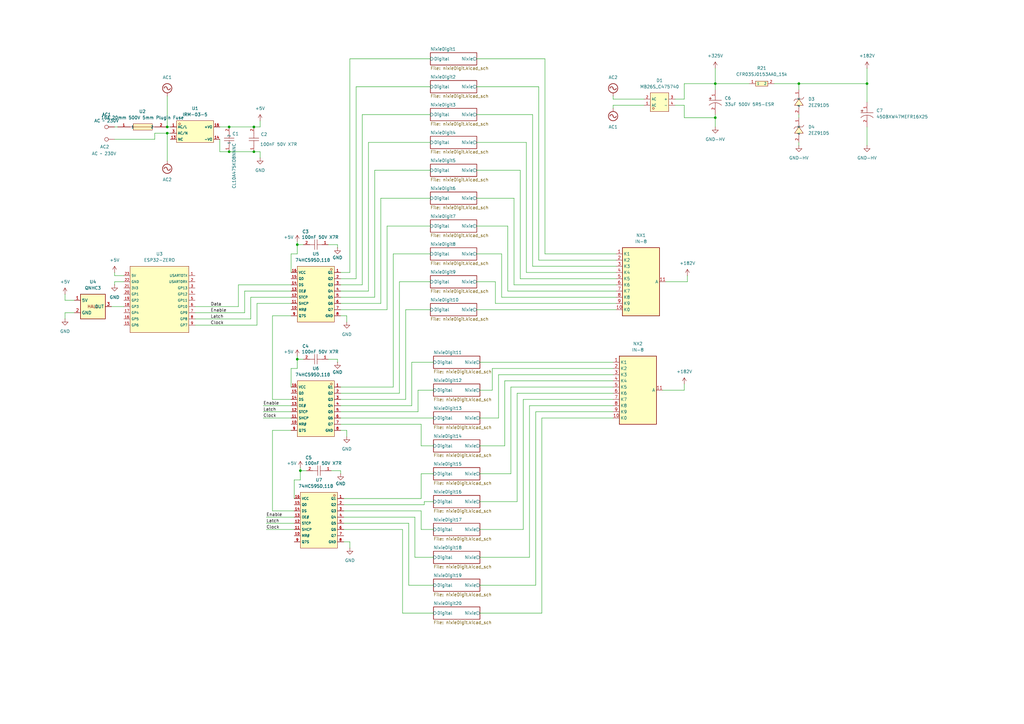
<source format=kicad_sch>
(kicad_sch
	(version 20250114)
	(generator "eeschema")
	(generator_version "9.0")
	(uuid "6805e3ef-87bd-473d-890f-05ae2da73c1a")
	(paper "A3")
	(lib_symbols
		(symbol "TestPoint:TestPoint"
			(pin_numbers
				(hide yes)
			)
			(pin_names
				(offset 0.762)
				(hide yes)
			)
			(exclude_from_sim no)
			(in_bom yes)
			(on_board yes)
			(property "Reference" "TP"
				(at 0 6.858 0)
				(effects
					(font
						(size 1.27 1.27)
					)
				)
			)
			(property "Value" "TestPoint"
				(at 0 5.08 0)
				(effects
					(font
						(size 1.27 1.27)
					)
				)
			)
			(property "Footprint" ""
				(at 5.08 0 0)
				(effects
					(font
						(size 1.27 1.27)
					)
					(hide yes)
				)
			)
			(property "Datasheet" "~"
				(at 5.08 0 0)
				(effects
					(font
						(size 1.27 1.27)
					)
					(hide yes)
				)
			)
			(property "Description" "test point"
				(at 0 0 0)
				(effects
					(font
						(size 1.27 1.27)
					)
					(hide yes)
				)
			)
			(property "ki_keywords" "test point tp"
				(at 0 0 0)
				(effects
					(font
						(size 1.27 1.27)
					)
					(hide yes)
				)
			)
			(property "ki_fp_filters" "Pin* Test*"
				(at 0 0 0)
				(effects
					(font
						(size 1.27 1.27)
					)
					(hide yes)
				)
			)
			(symbol "TestPoint_0_1"
				(circle
					(center 0 3.302)
					(radius 0.762)
					(stroke
						(width 0)
						(type default)
					)
					(fill
						(type none)
					)
				)
			)
			(symbol "TestPoint_1_1"
				(pin passive line
					(at 0 0 90)
					(length 2.54)
					(name "1"
						(effects
							(font
								(size 1.27 1.27)
							)
						)
					)
					(number "1"
						(effects
							(font
								(size 1.27 1.27)
							)
						)
					)
				)
			)
			(embedded_fonts no)
		)
		(symbol "power:+5V"
			(power)
			(pin_numbers
				(hide yes)
			)
			(pin_names
				(offset 0)
				(hide yes)
			)
			(exclude_from_sim no)
			(in_bom yes)
			(on_board yes)
			(property "Reference" "#PWR"
				(at 0 -3.81 0)
				(effects
					(font
						(size 1.27 1.27)
					)
					(hide yes)
				)
			)
			(property "Value" "+5V"
				(at 0 3.556 0)
				(effects
					(font
						(size 1.27 1.27)
					)
				)
			)
			(property "Footprint" ""
				(at 0 0 0)
				(effects
					(font
						(size 1.27 1.27)
					)
					(hide yes)
				)
			)
			(property "Datasheet" ""
				(at 0 0 0)
				(effects
					(font
						(size 1.27 1.27)
					)
					(hide yes)
				)
			)
			(property "Description" "Power symbol creates a global label with name \"+5V\""
				(at 0 0 0)
				(effects
					(font
						(size 1.27 1.27)
					)
					(hide yes)
				)
			)
			(property "ki_keywords" "global power"
				(at 0 0 0)
				(effects
					(font
						(size 1.27 1.27)
					)
					(hide yes)
				)
			)
			(symbol "+5V_0_1"
				(polyline
					(pts
						(xy -0.762 1.27) (xy 0 2.54)
					)
					(stroke
						(width 0)
						(type default)
					)
					(fill
						(type none)
					)
				)
				(polyline
					(pts
						(xy 0 2.54) (xy 0.762 1.27)
					)
					(stroke
						(width 0)
						(type default)
					)
					(fill
						(type none)
					)
				)
				(polyline
					(pts
						(xy 0 0) (xy 0 2.54)
					)
					(stroke
						(width 0)
						(type default)
					)
					(fill
						(type none)
					)
				)
			)
			(symbol "+5V_1_1"
				(pin power_in line
					(at 0 0 90)
					(length 0)
					(name "~"
						(effects
							(font
								(size 1.27 1.27)
							)
						)
					)
					(number "1"
						(effects
							(font
								(size 1.27 1.27)
							)
						)
					)
				)
			)
			(embedded_fonts no)
		)
		(symbol "power:+6V"
			(power)
			(pin_numbers
				(hide yes)
			)
			(pin_names
				(offset 0)
				(hide yes)
			)
			(exclude_from_sim no)
			(in_bom yes)
			(on_board yes)
			(property "Reference" "#PWR"
				(at 0 -3.81 0)
				(effects
					(font
						(size 1.27 1.27)
					)
					(hide yes)
				)
			)
			(property "Value" "+6V"
				(at 0 3.556 0)
				(effects
					(font
						(size 1.27 1.27)
					)
				)
			)
			(property "Footprint" ""
				(at 0 0 0)
				(effects
					(font
						(size 1.27 1.27)
					)
					(hide yes)
				)
			)
			(property "Datasheet" ""
				(at 0 0 0)
				(effects
					(font
						(size 1.27 1.27)
					)
					(hide yes)
				)
			)
			(property "Description" "Power symbol creates a global label with name \"+6V\""
				(at 0 0 0)
				(effects
					(font
						(size 1.27 1.27)
					)
					(hide yes)
				)
			)
			(property "ki_keywords" "global power"
				(at 0 0 0)
				(effects
					(font
						(size 1.27 1.27)
					)
					(hide yes)
				)
			)
			(symbol "+6V_0_1"
				(polyline
					(pts
						(xy -0.762 1.27) (xy 0 2.54)
					)
					(stroke
						(width 0)
						(type default)
					)
					(fill
						(type none)
					)
				)
				(polyline
					(pts
						(xy 0 2.54) (xy 0.762 1.27)
					)
					(stroke
						(width 0)
						(type default)
					)
					(fill
						(type none)
					)
				)
				(polyline
					(pts
						(xy 0 0) (xy 0 2.54)
					)
					(stroke
						(width 0)
						(type default)
					)
					(fill
						(type none)
					)
				)
			)
			(symbol "+6V_1_1"
				(pin power_in line
					(at 0 0 90)
					(length 0)
					(name "~"
						(effects
							(font
								(size 1.27 1.27)
							)
						)
					)
					(number "1"
						(effects
							(font
								(size 1.27 1.27)
							)
						)
					)
				)
			)
			(embedded_fonts no)
		)
		(symbol "power:AC"
			(power)
			(pin_numbers
				(hide yes)
			)
			(pin_names
				(offset 0)
				(hide yes)
			)
			(exclude_from_sim no)
			(in_bom yes)
			(on_board yes)
			(property "Reference" "#PWR"
				(at 0 -2.54 0)
				(effects
					(font
						(size 1.27 1.27)
					)
					(hide yes)
				)
			)
			(property "Value" "AC"
				(at 0 6.35 0)
				(effects
					(font
						(size 1.27 1.27)
					)
				)
			)
			(property "Footprint" ""
				(at 0 0 0)
				(effects
					(font
						(size 1.27 1.27)
					)
					(hide yes)
				)
			)
			(property "Datasheet" ""
				(at 0 0 0)
				(effects
					(font
						(size 1.27 1.27)
					)
					(hide yes)
				)
			)
			(property "Description" "Power symbol creates a global label with name \"AC\""
				(at 0 0 0)
				(effects
					(font
						(size 1.27 1.27)
					)
					(hide yes)
				)
			)
			(property "ki_keywords" "global power"
				(at 0 0 0)
				(effects
					(font
						(size 1.27 1.27)
					)
					(hide yes)
				)
			)
			(symbol "AC_0_1"
				(arc
					(start -1.27 3.175)
					(mid -0.635 3.8073)
					(end 0 3.175)
					(stroke
						(width 0.254)
						(type default)
					)
					(fill
						(type none)
					)
				)
				(circle
					(center 0 3.175)
					(radius 1.905)
					(stroke
						(width 0.254)
						(type default)
					)
					(fill
						(type none)
					)
				)
				(polyline
					(pts
						(xy 0 0) (xy 0 1.27)
					)
					(stroke
						(width 0)
						(type default)
					)
					(fill
						(type none)
					)
				)
				(arc
					(start 1.27 3.175)
					(mid 0.635 2.5427)
					(end 0 3.175)
					(stroke
						(width 0.254)
						(type default)
					)
					(fill
						(type none)
					)
				)
			)
			(symbol "AC_1_1"
				(pin power_in line
					(at 0 0 90)
					(length 0)
					(name "~"
						(effects
							(font
								(size 1.27 1.27)
							)
						)
					)
					(number "1"
						(effects
							(font
								(size 1.27 1.27)
							)
						)
					)
				)
			)
			(embedded_fonts no)
		)
		(symbol "power:GND"
			(power)
			(pin_numbers
				(hide yes)
			)
			(pin_names
				(offset 0)
				(hide yes)
			)
			(exclude_from_sim no)
			(in_bom yes)
			(on_board yes)
			(property "Reference" "#PWR"
				(at 0 -6.35 0)
				(effects
					(font
						(size 1.27 1.27)
					)
					(hide yes)
				)
			)
			(property "Value" "GND"
				(at 0 -3.81 0)
				(effects
					(font
						(size 1.27 1.27)
					)
				)
			)
			(property "Footprint" ""
				(at 0 0 0)
				(effects
					(font
						(size 1.27 1.27)
					)
					(hide yes)
				)
			)
			(property "Datasheet" ""
				(at 0 0 0)
				(effects
					(font
						(size 1.27 1.27)
					)
					(hide yes)
				)
			)
			(property "Description" "Power symbol creates a global label with name \"GND\" , ground"
				(at 0 0 0)
				(effects
					(font
						(size 1.27 1.27)
					)
					(hide yes)
				)
			)
			(property "ki_keywords" "global power"
				(at 0 0 0)
				(effects
					(font
						(size 1.27 1.27)
					)
					(hide yes)
				)
			)
			(symbol "GND_0_1"
				(polyline
					(pts
						(xy 0 0) (xy 0 -1.27) (xy 1.27 -1.27) (xy 0 -2.54) (xy -1.27 -1.27) (xy 0 -1.27)
					)
					(stroke
						(width 0)
						(type default)
					)
					(fill
						(type none)
					)
				)
			)
			(symbol "GND_1_1"
				(pin power_in line
					(at 0 0 270)
					(length 0)
					(name "~"
						(effects
							(font
								(size 1.27 1.27)
							)
						)
					)
					(number "1"
						(effects
							(font
								(size 1.27 1.27)
							)
						)
					)
				)
			)
			(embedded_fonts no)
		)
		(symbol "symbols:16A_500V_20_5_FuseHolder_THT"
			(exclude_from_sim no)
			(in_bom yes)
			(on_board yes)
			(property "Reference" "U"
				(at 0 1.27 0)
				(effects
					(font
						(size 1.27 1.27)
					)
				)
			)
			(property "Value" "16A 20mm 500V 5mm Plugin Fuse"
				(at 0 -2.54 0)
				(effects
					(font
						(size 1.27 1.27)
					)
				)
			)
			(property "Footprint" "footprints:FUSE-TH_L22.5-W10.8-P22.50_0031.8201.G"
				(at 0 -10.16 0)
				(effects
					(font
						(size 1.27 1.27)
						(italic yes)
					)
					(hide yes)
				)
			)
			(property "Datasheet" "https://cn.bing.com/search?q=datasheet: 0031.8201.G"
				(at -2.286 0.127 0)
				(effects
					(font
						(size 1.27 1.27)
					)
					(justify left)
					(hide yes)
				)
			)
			(property "Description" ""
				(at 0 0 0)
				(effects
					(font
						(size 1.27 1.27)
					)
					(hide yes)
				)
			)
			(property "LCSC" "C3204125"
				(at 0 0 0)
				(effects
					(font
						(size 1.27 1.27)
					)
					(hide yes)
				)
			)
			(property "ki_keywords" "C3204125"
				(at 0 0 0)
				(effects
					(font
						(size 1.27 1.27)
					)
					(hide yes)
				)
			)
			(symbol "16A_500V_20_5_FuseHolder_THT_0_1"
				(polyline
					(pts
						(xy -5.08 0) (xy 5.08 0)
					)
					(stroke
						(width 0)
						(type default)
					)
					(fill
						(type none)
					)
				)
				(rectangle
					(start -3.81 1.27)
					(end 4.064 -1.27)
					(stroke
						(width 0)
						(type default)
					)
					(fill
						(type background)
					)
				)
				(pin unspecified line
					(at -10.16 0 0)
					(length 5.08)
					(name "1"
						(effects
							(font
								(size 1 1)
							)
						)
					)
					(number "1"
						(effects
							(font
								(size 1 1)
							)
						)
					)
				)
				(pin unspecified line
					(at 10.16 0 180)
					(length 5.08)
					(name "2"
						(effects
							(font
								(size 1 1)
							)
						)
					)
					(number "2"
						(effects
							(font
								(size 1 1)
							)
						)
					)
				)
			)
			(embedded_fonts no)
		)
		(symbol "symbols:2EZ91D5"
			(exclude_from_sim no)
			(in_bom yes)
			(on_board yes)
			(property "Reference" "D"
				(at 0 1.27 0)
				(effects
					(font
						(size 1.27 1.27)
					)
				)
			)
			(property "Value" "2EZ91D5"
				(at 0 -2.54 0)
				(effects
					(font
						(size 1.27 1.27)
					)
				)
			)
			(property "Footprint" "footprints:DO-41_BD2.4-L4.7-P8.70-D0.8-RD"
				(at 0 -10.16 0)
				(effects
					(font
						(size 1.27 1.27)
						(italic yes)
					)
					(hide yes)
				)
			)
			(property "Datasheet" ""
				(at -2.286 0.127 0)
				(effects
					(font
						(size 1.27 1.27)
					)
					(justify left)
					(hide yes)
				)
			)
			(property "Description" ""
				(at 0 0 0)
				(effects
					(font
						(size 1.27 1.27)
					)
					(hide yes)
				)
			)
			(property "LCSC" "C5464809"
				(at 0 0 0)
				(effects
					(font
						(size 1.27 1.27)
					)
					(hide yes)
				)
			)
			(property "ki_keywords" "C5464809"
				(at 0 0 0)
				(effects
					(font
						(size 1.27 1.27)
					)
					(hide yes)
				)
			)
			(symbol "2EZ91D5_0_1"
				(polyline
					(pts
						(xy -2.032 2.032) (xy -1.27 1.524) (xy -1.27 -1.524) (xy -0.508 -2.032)
					)
					(stroke
						(width 0)
						(type default)
					)
					(fill
						(type none)
					)
				)
				(polyline
					(pts
						(xy -1.27 0) (xy -2.54 0)
					)
					(stroke
						(width 0)
						(type default)
					)
					(fill
						(type none)
					)
				)
				(polyline
					(pts
						(xy 1.27 1.778) (xy -1.27 0) (xy 1.27 -1.778) (xy 1.27 1.778)
					)
					(stroke
						(width 0)
						(type default)
					)
					(fill
						(type background)
					)
				)
				(polyline
					(pts
						(xy 2.54 0) (xy 1.27 0)
					)
					(stroke
						(width 0)
						(type default)
					)
					(fill
						(type none)
					)
				)
				(pin passive line
					(at -5.08 0 0)
					(length 2.54)
					(name "K"
						(effects
							(font
								(size 1 1)
							)
						)
					)
					(number "1"
						(effects
							(font
								(size 1 1)
							)
						)
					)
				)
				(pin passive line
					(at 5.08 0 180)
					(length 2.54)
					(name "A"
						(effects
							(font
								(size 1 1)
							)
						)
					)
					(number "2"
						(effects
							(font
								(size 1 1)
							)
						)
					)
				)
			)
			(embedded_fonts no)
		)
		(symbol "symbols:450BXW47MEFR16X25"
			(exclude_from_sim no)
			(in_bom yes)
			(on_board yes)
			(property "Reference" "C"
				(at 0 1.27 0)
				(effects
					(font
						(size 1.27 1.27)
					)
				)
			)
			(property "Value" "450BXW47MEFR16X25"
				(at 0 -2.54 0)
				(effects
					(font
						(size 1.27 1.27)
					)
				)
			)
			(property "Footprint" "footprints:CAP-TH_BD16.0-P7.50-D1.2-FD"
				(at 0 -10.16 0)
				(effects
					(font
						(size 1.27 1.27)
						(italic yes)
					)
					(hide yes)
				)
			)
			(property "Datasheet" "https://item.szlcsc.com/48887.html"
				(at -2.286 0.127 0)
				(effects
					(font
						(size 1.27 1.27)
					)
					(justify left)
					(hide yes)
				)
			)
			(property "Description" ""
				(at 0 0 0)
				(effects
					(font
						(size 1.27 1.27)
					)
					(hide yes)
				)
			)
			(property "LCSC" "C440818"
				(at 0 0 0)
				(effects
					(font
						(size 1.27 1.27)
					)
					(hide yes)
				)
			)
			(property "ki_keywords" "C440818"
				(at 0 0 0)
				(effects
					(font
						(size 1.27 1.27)
					)
					(hide yes)
				)
			)
			(symbol "450BXW47MEFR16X25_0_1"
				(rectangle
					(start -2.54 1.524)
					(end -1.524 1.4986)
					(stroke
						(width 0)
						(type default)
					)
					(fill
						(type background)
					)
				)
				(polyline
					(pts
						(xy -2.54 0.762) (xy 2.54 0.762)
					)
					(stroke
						(width 0)
						(type default)
					)
					(fill
						(type none)
					)
				)
				(rectangle
					(start -2.032 2.032)
					(end -2.0066 1.016)
					(stroke
						(width 0)
						(type default)
					)
					(fill
						(type background)
					)
				)
				(arc
					(start -2.54 -1.27)
					(mid 0 -0.2179)
					(end 2.54 -1.27)
					(stroke
						(width 0)
						(type default)
					)
					(fill
						(type none)
					)
				)
			)
			(symbol "450BXW47MEFR16X25_1_1"
				(pin passive line
					(at 0 5.08 270)
					(length 4.318)
					(name ""
						(effects
							(font
								(size 1 1)
							)
						)
					)
					(number "1"
						(effects
							(font
								(size 1 1)
							)
						)
					)
				)
				(pin passive line
					(at 0 -5.08 90)
					(length 4.826)
					(name ""
						(effects
							(font
								(size 1 1)
							)
						)
					)
					(number "2"
						(effects
							(font
								(size 1 1)
							)
						)
					)
				)
			)
			(embedded_fonts no)
		)
		(symbol "symbols:74HC595D,118"
			(exclude_from_sim no)
			(in_bom yes)
			(on_board yes)
			(property "Reference" "U"
				(at 0 1.27 0)
				(effects
					(font
						(size 1.27 1.27)
					)
				)
			)
			(property "Value" "74HC595D,118"
				(at 0 -2.54 0)
				(effects
					(font
						(size 1.27 1.27)
					)
				)
			)
			(property "Footprint" "footprints:SOIC-16_L9.9-W3.9-P1.27-LS6.0-BL"
				(at 0 -10.16 0)
				(effects
					(font
						(size 1.27 1.27)
						(italic yes)
					)
					(hide yes)
				)
			)
			(property "Datasheet" "http://datasheet.octopart.com/MC14076BDR2G-ON-Semiconductor-datasheet-608107.pdf"
				(at -2.286 0.127 0)
				(effects
					(font
						(size 1.27 1.27)
					)
					(justify left)
					(hide yes)
				)
			)
			(property "Description" ""
				(at 0 0 0)
				(effects
					(font
						(size 1.27 1.27)
					)
					(hide yes)
				)
			)
			(property "LCSC" "C5947"
				(at 0 0 0)
				(effects
					(font
						(size 1.27 1.27)
					)
					(hide yes)
				)
			)
			(property "ki_keywords" "C5947"
				(at 0 0 0)
				(effects
					(font
						(size 1.27 1.27)
					)
					(hide yes)
				)
			)
			(symbol "74HC595D,118_0_1"
				(rectangle
					(start -7.62 11.43)
					(end 7.62 -11.43)
					(stroke
						(width 0)
						(type default)
					)
					(fill
						(type background)
					)
				)
				(circle
					(center -6.35 10.16)
					(radius 0.381)
					(stroke
						(width 0)
						(type default)
					)
					(fill
						(type background)
					)
				)
				(pin unspecified line
					(at -10.16 8.89 0)
					(length 2.54)
					(name "Q1"
						(effects
							(font
								(size 1 1)
							)
						)
					)
					(number "1"
						(effects
							(font
								(size 1 1)
							)
						)
					)
				)
				(pin unspecified line
					(at -10.16 6.35 0)
					(length 2.54)
					(name "Q2"
						(effects
							(font
								(size 1 1)
							)
						)
					)
					(number "2"
						(effects
							(font
								(size 1 1)
							)
						)
					)
				)
				(pin unspecified line
					(at -10.16 3.81 0)
					(length 2.54)
					(name "Q3"
						(effects
							(font
								(size 1 1)
							)
						)
					)
					(number "3"
						(effects
							(font
								(size 1 1)
							)
						)
					)
				)
				(pin unspecified line
					(at -10.16 1.27 0)
					(length 2.54)
					(name "Q4"
						(effects
							(font
								(size 1 1)
							)
						)
					)
					(number "4"
						(effects
							(font
								(size 1 1)
							)
						)
					)
				)
				(pin unspecified line
					(at -10.16 -1.27 0)
					(length 2.54)
					(name "Q5"
						(effects
							(font
								(size 1 1)
							)
						)
					)
					(number "5"
						(effects
							(font
								(size 1 1)
							)
						)
					)
				)
				(pin unspecified line
					(at -10.16 -3.81 0)
					(length 2.54)
					(name "Q6"
						(effects
							(font
								(size 1 1)
							)
						)
					)
					(number "6"
						(effects
							(font
								(size 1 1)
							)
						)
					)
				)
				(pin unspecified line
					(at -10.16 -6.35 0)
					(length 2.54)
					(name "Q7"
						(effects
							(font
								(size 1 1)
							)
						)
					)
					(number "7"
						(effects
							(font
								(size 1 1)
							)
						)
					)
				)
				(pin unspecified line
					(at -10.16 -8.89 0)
					(length 2.54)
					(name "GND"
						(effects
							(font
								(size 1 1)
							)
						)
					)
					(number "8"
						(effects
							(font
								(size 1 1)
							)
						)
					)
				)
				(pin unspecified line
					(at 10.16 8.89 180)
					(length 2.54)
					(name "VCC"
						(effects
							(font
								(size 1 1)
							)
						)
					)
					(number "16"
						(effects
							(font
								(size 1 1)
							)
						)
					)
				)
				(pin unspecified line
					(at 10.16 6.35 180)
					(length 2.54)
					(name "Q0"
						(effects
							(font
								(size 1 1)
							)
						)
					)
					(number "15"
						(effects
							(font
								(size 1 1)
							)
						)
					)
				)
				(pin unspecified line
					(at 10.16 3.81 180)
					(length 2.54)
					(name "DS"
						(effects
							(font
								(size 1 1)
							)
						)
					)
					(number "14"
						(effects
							(font
								(size 1 1)
							)
						)
					)
				)
				(pin unspecified line
					(at 10.16 1.27 180)
					(length 2.54)
					(name "OE#"
						(effects
							(font
								(size 1 1)
							)
						)
					)
					(number "13"
						(effects
							(font
								(size 1 1)
							)
						)
					)
				)
				(pin unspecified line
					(at 10.16 -1.27 180)
					(length 2.54)
					(name "STCP"
						(effects
							(font
								(size 1 1)
							)
						)
					)
					(number "12"
						(effects
							(font
								(size 1 1)
							)
						)
					)
				)
				(pin unspecified line
					(at 10.16 -3.81 180)
					(length 2.54)
					(name "SHCP"
						(effects
							(font
								(size 1 1)
							)
						)
					)
					(number "11"
						(effects
							(font
								(size 1 1)
							)
						)
					)
				)
				(pin unspecified line
					(at 10.16 -6.35 180)
					(length 2.54)
					(name "MR#"
						(effects
							(font
								(size 1 1)
							)
						)
					)
					(number "10"
						(effects
							(font
								(size 1 1)
							)
						)
					)
				)
				(pin unspecified line
					(at 10.16 -8.89 180)
					(length 2.54)
					(name "Q7S"
						(effects
							(font
								(size 1 1)
							)
						)
					)
					(number "9"
						(effects
							(font
								(size 1 1)
							)
						)
					)
				)
			)
			(embedded_fonts no)
		)
		(symbol "symbols:CC0805KRX7R9BB104"
			(exclude_from_sim no)
			(in_bom yes)
			(on_board yes)
			(property "Reference" "C"
				(at 0 1.27 0)
				(effects
					(font
						(size 1.27 1.27)
					)
				)
			)
			(property "Value" "100nF 50V X7R"
				(at 0 -2.54 0)
				(effects
					(font
						(size 1.27 1.27)
					)
				)
			)
			(property "Footprint" "footprints:C0805"
				(at 0 -10.16 0)
				(effects
					(font
						(size 1.27 1.27)
						(italic yes)
					)
					(hide yes)
				)
			)
			(property "Datasheet" "https://item.szlcsc.com/373011.html"
				(at -2.286 0.127 0)
				(effects
					(font
						(size 1.27 1.27)
					)
					(justify left)
					(hide yes)
				)
			)
			(property "Description" ""
				(at 0 0 0)
				(effects
					(font
						(size 1.27 1.27)
					)
					(hide yes)
				)
			)
			(property "LCSC" "C49678"
				(at 0 0 0)
				(effects
					(font
						(size 1.27 1.27)
					)
					(hide yes)
				)
			)
			(property "ki_keywords" "C49678"
				(at 0 0 0)
				(effects
					(font
						(size 1.27 1.27)
					)
					(hide yes)
				)
			)
			(symbol "CC0805KRX7R9BB104_0_1"
				(polyline
					(pts
						(xy -0.508 0) (xy -2.54 0)
					)
					(stroke
						(width 0)
						(type default)
					)
					(fill
						(type none)
					)
				)
				(polyline
					(pts
						(xy -0.508 -2.032) (xy -0.508 2.032)
					)
					(stroke
						(width 0)
						(type default)
					)
					(fill
						(type none)
					)
				)
				(polyline
					(pts
						(xy 0.508 2.032) (xy 0.508 -2.032)
					)
					(stroke
						(width 0)
						(type default)
					)
					(fill
						(type none)
					)
				)
				(polyline
					(pts
						(xy 2.54 0) (xy 0.508 0)
					)
					(stroke
						(width 0)
						(type default)
					)
					(fill
						(type none)
					)
				)
			)
			(symbol "CC0805KRX7R9BB104_1_1"
				(pin passive line
					(at -5.08 0 0)
					(length 2.54)
					(name ""
						(effects
							(font
								(size 1 1)
							)
						)
					)
					(number "1"
						(effects
							(font
								(size 1 1)
							)
						)
					)
				)
				(pin passive line
					(at 5.08 0 180)
					(length 2.54)
					(name ""
						(effects
							(font
								(size 1 1)
							)
						)
					)
					(number "2"
						(effects
							(font
								(size 1 1)
							)
						)
					)
				)
			)
			(embedded_fonts no)
		)
		(symbol "symbols:CFR03SJ0153AA0"
			(exclude_from_sim no)
			(in_bom yes)
			(on_board yes)
			(property "Reference" "R"
				(at 0 1.27 0)
				(effects
					(font
						(size 1.27 1.27)
					)
				)
			)
			(property "Value" "CFR03SJ0153AA0"
				(at 0 -2.54 0)
				(effects
					(font
						(size 1.27 1.27)
					)
				)
			)
			(property "Footprint" "footprints:RES-TH_BD6.0-L17.5-P21.50-D0.8"
				(at 0 -10.16 0)
				(effects
					(font
						(size 1.27 1.27)
						(italic yes)
					)
					(hide yes)
				)
			)
			(property "Datasheet" "https://item.szlcsc.com/334985.html"
				(at -2.286 0.127 0)
				(effects
					(font
						(size 1.27 1.27)
					)
					(justify left)
					(hide yes)
				)
			)
			(property "Description" ""
				(at 0 0 0)
				(effects
					(font
						(size 1.27 1.27)
					)
					(hide yes)
				)
			)
			(property "LCSC" "C2905221"
				(at 0 0 0)
				(effects
					(font
						(size 1.27 1.27)
					)
					(hide yes)
				)
			)
			(property "ki_keywords" "C2905221"
				(at 0 0 0)
				(effects
					(font
						(size 1.27 1.27)
					)
					(hide yes)
				)
			)
			(symbol "CFR03SJ0153AA0_0_1"
				(rectangle
					(start -2.54 1.016)
					(end 2.54 -1.016)
					(stroke
						(width 0)
						(type default)
					)
					(fill
						(type background)
					)
				)
				(pin unspecified line
					(at -5.08 0 0)
					(length 2.54)
					(name "1"
						(effects
							(font
								(size 1 1)
							)
						)
					)
					(number "1"
						(effects
							(font
								(size 1 1)
							)
						)
					)
				)
				(pin unspecified line
					(at 5.08 0 180)
					(length 2.54)
					(name "2"
						(effects
							(font
								(size 1 1)
							)
						)
					)
					(number "2"
						(effects
							(font
								(size 1 1)
							)
						)
					)
				)
			)
			(embedded_fonts no)
		)
		(symbol "symbols:CL10A475KO8NNNC"
			(exclude_from_sim no)
			(in_bom yes)
			(on_board yes)
			(property "Reference" "C"
				(at 0 1.27 0)
				(effects
					(font
						(size 1.27 1.27)
					)
				)
			)
			(property "Value" "CL10A475KO8NNNC"
				(at 0 -2.54 0)
				(effects
					(font
						(size 1.27 1.27)
					)
				)
			)
			(property "Footprint" "footprints:C0603"
				(at 0 -10.16 0)
				(effects
					(font
						(size 1.27 1.27)
						(italic yes)
					)
					(hide yes)
				)
			)
			(property "Datasheet" "https://item.szlcsc.com/362304.html"
				(at -2.286 0.127 0)
				(effects
					(font
						(size 1.27 1.27)
					)
					(justify left)
					(hide yes)
				)
			)
			(property "Description" ""
				(at 0 0 0)
				(effects
					(font
						(size 1.27 1.27)
					)
					(hide yes)
				)
			)
			(property "LCSC" "C19666"
				(at 0 0 0)
				(effects
					(font
						(size 1.27 1.27)
					)
					(hide yes)
				)
			)
			(property "ki_keywords" "C19666"
				(at 0 0 0)
				(effects
					(font
						(size 1.27 1.27)
					)
					(hide yes)
				)
			)
			(symbol "CL10A475KO8NNNC_0_1"
				(polyline
					(pts
						(xy -0.508 0) (xy -2.54 0)
					)
					(stroke
						(width 0)
						(type default)
					)
					(fill
						(type none)
					)
				)
				(polyline
					(pts
						(xy -0.508 -2.032) (xy -0.508 2.032)
					)
					(stroke
						(width 0)
						(type default)
					)
					(fill
						(type none)
					)
				)
				(polyline
					(pts
						(xy 0.508 2.032) (xy 0.508 -2.032)
					)
					(stroke
						(width 0)
						(type default)
					)
					(fill
						(type none)
					)
				)
				(polyline
					(pts
						(xy 2.54 0) (xy 0.508 0)
					)
					(stroke
						(width 0)
						(type default)
					)
					(fill
						(type none)
					)
				)
				(pin unspecified line
					(at -5.08 0 0)
					(length 2.54)
					(name "1"
						(effects
							(font
								(size 1 1)
							)
						)
					)
					(number "1"
						(effects
							(font
								(size 1 1)
							)
						)
					)
				)
				(pin unspecified line
					(at 5.08 0 180)
					(length 2.54)
					(name "2"
						(effects
							(font
								(size 1 1)
							)
						)
					)
					(number "2"
						(effects
							(font
								(size 1 1)
							)
						)
					)
				)
			)
			(embedded_fonts no)
		)
		(symbol "symbols:ESP32-ZERO"
			(exclude_from_sim no)
			(in_bom yes)
			(on_board yes)
			(property "Reference" "U"
				(at 0 1.27 0)
				(effects
					(font
						(size 1.27 1.27)
					)
				)
			)
			(property "Value" "ESP32-ZERO"
				(at 0 -2.54 0)
				(effects
					(font
						(size 1.27 1.27)
					)
				)
			)
			(property "Footprint" "footprints:COMM-SMD_ESP32-ZERO"
				(at 0 -10.16 0)
				(effects
					(font
						(size 1.27 1.27)
						(italic yes)
					)
					(hide yes)
				)
			)
			(property "Datasheet" "https://www.waveshare.net/wiki/%E6%96%87%E4%BB%B6:RP2040-Zero-3.jpg"
				(at -2.286 0.127 0)
				(effects
					(font
						(size 1.27 1.27)
					)
					(justify left)
					(hide yes)
				)
			)
			(property "Description" ""
				(at 0 0 0)
				(effects
					(font
						(size 1.27 1.27)
					)
					(hide yes)
				)
			)
			(property "LCSC" "C5350143"
				(at 0 0 0)
				(effects
					(font
						(size 1.27 1.27)
					)
					(hide yes)
				)
			)
			(property "ki_keywords" "C5350143"
				(at 0 0 0)
				(effects
					(font
						(size 1.27 1.27)
					)
					(hide yes)
				)
			)
			(symbol "ESP32-ZERO_0_1"
				(rectangle
					(start -12.7 17.78)
					(end 11.43 -9.398)
					(stroke
						(width 0)
						(type default)
					)
					(fill
						(type background)
					)
				)
				(pin unspecified line
					(at -15.24 13.97 0)
					(length 2.54)
					(name "5V"
						(effects
							(font
								(size 1 1)
							)
						)
					)
					(number "23"
						(effects
							(font
								(size 1 1)
							)
						)
					)
				)
				(pin unspecified line
					(at -15.24 11.43 0)
					(length 2.54)
					(name "GND"
						(effects
							(font
								(size 1 1)
							)
						)
					)
					(number "22"
						(effects
							(font
								(size 1 1)
							)
						)
					)
				)
				(pin unspecified line
					(at -15.24 8.89 0)
					(length 2.54)
					(name "3V3"
						(effects
							(font
								(size 1 1)
							)
						)
					)
					(number "21"
						(effects
							(font
								(size 1 1)
							)
						)
					)
				)
				(pin unspecified line
					(at -15.24 6.35 0)
					(length 2.54)
					(name "GP1"
						(effects
							(font
								(size 1 1)
							)
						)
					)
					(number "20"
						(effects
							(font
								(size 1 1)
							)
						)
					)
				)
			)
			(symbol "ESP32-ZERO_1_1"
				(pin unspecified line
					(at -15.24 3.81 0)
					(length 2.54)
					(name "GP2"
						(effects
							(font
								(size 1 1)
							)
						)
					)
					(number "19"
						(effects
							(font
								(size 1 1)
							)
						)
					)
				)
				(pin unspecified line
					(at -15.24 1.27 0)
					(length 2.54)
					(name "GP3"
						(effects
							(font
								(size 1 1)
							)
						)
					)
					(number "18"
						(effects
							(font
								(size 1 1)
							)
						)
					)
				)
				(pin unspecified line
					(at -15.24 -1.27 0)
					(length 2.54)
					(name "GP4"
						(effects
							(font
								(size 1 1)
							)
						)
					)
					(number "17"
						(effects
							(font
								(size 1 1)
							)
						)
					)
				)
				(pin unspecified line
					(at -15.24 -3.81 0)
					(length 2.54)
					(name "GP5"
						(effects
							(font
								(size 1 1)
							)
						)
					)
					(number "16"
						(effects
							(font
								(size 1 1)
							)
						)
					)
				)
				(pin unspecified line
					(at -15.24 -6.35 0)
					(length 2.54)
					(name "GP6"
						(effects
							(font
								(size 1 1)
							)
						)
					)
					(number "15"
						(effects
							(font
								(size 1 1)
							)
						)
					)
				)
				(pin unspecified line
					(at 13.97 13.97 180)
					(length 2.54)
					(name "USART0TX"
						(effects
							(font
								(size 1 1)
							)
						)
					)
					(number "1"
						(effects
							(font
								(size 1 1)
							)
						)
					)
				)
				(pin unspecified line
					(at 13.97 11.43 180)
					(length 2.54)
					(name "USART0RX"
						(effects
							(font
								(size 1 1)
							)
						)
					)
					(number "2"
						(effects
							(font
								(size 1 1)
							)
						)
					)
				)
				(pin unspecified line
					(at 13.97 8.89 180)
					(length 2.54)
					(name "GP13"
						(effects
							(font
								(size 1 1)
							)
						)
					)
					(number "3"
						(effects
							(font
								(size 1 1)
							)
						)
					)
				)
				(pin unspecified line
					(at 13.97 6.35 180)
					(length 2.54)
					(name "GP12"
						(effects
							(font
								(size 1 1)
							)
						)
					)
					(number "4"
						(effects
							(font
								(size 1 1)
							)
						)
					)
				)
				(pin unspecified line
					(at 13.97 3.81 180)
					(length 2.54)
					(name "GP11"
						(effects
							(font
								(size 1 1)
							)
						)
					)
					(number "5"
						(effects
							(font
								(size 1 1)
							)
						)
					)
				)
				(pin unspecified line
					(at 13.97 1.27 180)
					(length 2.54)
					(name "GP10"
						(effects
							(font
								(size 1 1)
							)
						)
					)
					(number "6"
						(effects
							(font
								(size 1 1)
							)
						)
					)
				)
				(pin unspecified line
					(at 13.97 -1.27 180)
					(length 2.54)
					(name "GP9"
						(effects
							(font
								(size 1 1)
							)
						)
					)
					(number "7"
						(effects
							(font
								(size 1 1)
							)
						)
					)
				)
				(pin unspecified line
					(at 13.97 -3.81 180)
					(length 2.54)
					(name "GP8"
						(effects
							(font
								(size 1 1)
							)
						)
					)
					(number "8"
						(effects
							(font
								(size 1 1)
							)
						)
					)
				)
				(pin unspecified line
					(at 13.97 -6.35 180)
					(length 2.54)
					(name "GP7"
						(effects
							(font
								(size 1 1)
							)
						)
					)
					(number "9"
						(effects
							(font
								(size 1 1)
							)
						)
					)
				)
			)
			(embedded_fonts no)
		)
		(symbol "symbols:IN-8"
			(exclude_from_sim no)
			(in_bom yes)
			(on_board yes)
			(property "Reference" "NX"
				(at 0 15.24 0)
				(effects
					(font
						(size 1.27 1.27)
					)
				)
			)
			(property "Value" "IN-8"
				(at 0 -15.24 0)
				(effects
					(font
						(size 1.27 1.27)
					)
				)
			)
			(property "Footprint" "footprints:IN-8_NIXIE"
				(at 0 -17.78 0)
				(effects
					(font
						(size 1.27 1.27)
						(italic yes)
					)
					(hide yes)
				)
			)
			(property "Datasheet" "https://www.tube-tester.com/sites/nixie/data/in-8/in-8.htm"
				(at 0 0 0)
				(effects
					(font
						(size 1.27 1.27)
					)
					(hide yes)
				)
			)
			(property "Description" "IN-8 Nixie Tube, 0-9 digits, 180V nominal, 2.5mA cathode current"
				(at 0 0 0)
				(effects
					(font
						(size 1.27 1.27)
					)
					(hide yes)
				)
			)
			(property "ki_keywords" "nixie tube IN-8 display"
				(at 0 0 0)
				(effects
					(font
						(size 1.27 1.27)
					)
					(hide yes)
				)
			)
			(symbol "IN-8_0_1"
				(rectangle
					(start -7.62 13.97)
					(end 7.62 -13.97)
					(stroke
						(width 0.254)
						(type default)
					)
					(fill
						(type background)
					)
				)
			)
			(symbol "IN-8_1_1"
				(pin passive line
					(at -10.16 11.43 0)
					(length 2.54)
					(name "K1"
						(effects
							(font
								(size 1.27 1.27)
							)
						)
					)
					(number "1"
						(effects
							(font
								(size 1.27 1.27)
							)
						)
					)
				)
				(pin passive line
					(at -10.16 8.89 0)
					(length 2.54)
					(name "K2"
						(effects
							(font
								(size 1.27 1.27)
							)
						)
					)
					(number "2"
						(effects
							(font
								(size 1.27 1.27)
							)
						)
					)
				)
				(pin passive line
					(at -10.16 6.35 0)
					(length 2.54)
					(name "K3"
						(effects
							(font
								(size 1.27 1.27)
							)
						)
					)
					(number "3"
						(effects
							(font
								(size 1.27 1.27)
							)
						)
					)
				)
				(pin passive line
					(at -10.16 3.81 0)
					(length 2.54)
					(name "K4"
						(effects
							(font
								(size 1.27 1.27)
							)
						)
					)
					(number "4"
						(effects
							(font
								(size 1.27 1.27)
							)
						)
					)
				)
				(pin passive line
					(at -10.16 1.27 0)
					(length 2.54)
					(name "K5"
						(effects
							(font
								(size 1.27 1.27)
							)
						)
					)
					(number "5"
						(effects
							(font
								(size 1.27 1.27)
							)
						)
					)
				)
				(pin passive line
					(at -10.16 -1.27 0)
					(length 2.54)
					(name "K6"
						(effects
							(font
								(size 1.27 1.27)
							)
						)
					)
					(number "6"
						(effects
							(font
								(size 1.27 1.27)
							)
						)
					)
				)
				(pin passive line
					(at -10.16 -3.81 0)
					(length 2.54)
					(name "K7"
						(effects
							(font
								(size 1.27 1.27)
							)
						)
					)
					(number "7"
						(effects
							(font
								(size 1.27 1.27)
							)
						)
					)
				)
				(pin passive line
					(at -10.16 -6.35 0)
					(length 2.54)
					(name "K8"
						(effects
							(font
								(size 1.27 1.27)
							)
						)
					)
					(number "8"
						(effects
							(font
								(size 1.27 1.27)
							)
						)
					)
				)
				(pin passive line
					(at -10.16 -8.89 0)
					(length 2.54)
					(name "K9"
						(effects
							(font
								(size 1.27 1.27)
							)
						)
					)
					(number "9"
						(effects
							(font
								(size 1.27 1.27)
							)
						)
					)
				)
				(pin passive line
					(at -10.16 -11.43 0)
					(length 2.54)
					(name "K0"
						(effects
							(font
								(size 1.27 1.27)
							)
						)
					)
					(number "10"
						(effects
							(font
								(size 1.27 1.27)
							)
						)
					)
				)
				(pin passive line
					(at 10.16 0 180)
					(length 2.54)
					(name "A"
						(effects
							(font
								(size 1.27 1.27)
							)
						)
					)
					(number "11"
						(effects
							(font
								(size 1.27 1.27)
							)
						)
					)
				)
			)
			(embedded_fonts no)
		)
		(symbol "symbols:IRM-03-5"
			(exclude_from_sim no)
			(in_bom yes)
			(on_board yes)
			(property "Reference" "U"
				(at 0 1.27 0)
				(effects
					(font
						(size 1.27 1.27)
					)
				)
			)
			(property "Value" "IRM-03-5"
				(at 0 -2.54 0)
				(effects
					(font
						(size 1.27 1.27)
					)
				)
			)
			(property "Footprint" "footprints:PWRM-TH_IRM-03-5-DIP5"
				(at 0 -10.16 0)
				(effects
					(font
						(size 1.27 1.27)
						(italic yes)
					)
					(hide yes)
				)
			)
			(property "Datasheet" "https://img.jlc.com//pdf/applyPasteComponent/2021-08-25/593669C/380b9d7de5054cdd8de3ffb155c09dfc/IRM-03-SPEC-CN.PDF"
				(at -2.286 0.127 0)
				(effects
					(font
						(size 1.27 1.27)
					)
					(justify left)
					(hide yes)
				)
			)
			(property "Description" ""
				(at 0 0 0)
				(effects
					(font
						(size 1.27 1.27)
					)
					(hide yes)
				)
			)
			(property "LCSC" "C6969425"
				(at 0 0 0)
				(effects
					(font
						(size 1.27 1.27)
					)
					(hide yes)
				)
			)
			(property "ki_keywords" "C6969425"
				(at 0 0 0)
				(effects
					(font
						(size 1.27 1.27)
					)
					(hide yes)
				)
			)
			(symbol "IRM-03-5_0_1"
				(rectangle
					(start -7.62 3.81)
					(end 7.62 -5.08)
					(stroke
						(width 0)
						(type default)
					)
					(fill
						(type background)
					)
				)
				(circle
					(center -6.35 2.54)
					(radius 0.381)
					(stroke
						(width 0)
						(type default)
					)
					(fill
						(type background)
					)
				)
				(pin unspecified line
					(at -10.16 1.27 0)
					(length 2.54)
					(name "AC/L"
						(effects
							(font
								(size 1 1)
							)
						)
					)
					(number "1"
						(effects
							(font
								(size 1 1)
							)
						)
					)
				)
				(pin unspecified line
					(at -10.16 -1.27 0)
					(length 2.54)
					(name "AC/N"
						(effects
							(font
								(size 1 1)
							)
						)
					)
					(number "3"
						(effects
							(font
								(size 1 1)
							)
						)
					)
				)
				(pin unspecified line
					(at -10.16 -3.81 0)
					(length 2.54)
					(name "NC"
						(effects
							(font
								(size 1 1)
							)
						)
					)
					(number "13"
						(effects
							(font
								(size 1 1)
							)
						)
					)
				)
				(pin unspecified line
					(at 10.16 1.27 180)
					(length 2.54)
					(name "+VO"
						(effects
							(font
								(size 1 1)
							)
						)
					)
					(number "16"
						(effects
							(font
								(size 1 1)
							)
						)
					)
				)
				(pin unspecified line
					(at 10.16 -3.81 180)
					(length 2.54)
					(name "-VO"
						(effects
							(font
								(size 1 1)
							)
						)
					)
					(number "14"
						(effects
							(font
								(size 1 1)
							)
						)
					)
				)
			)
			(embedded_fonts no)
		)
		(symbol "symbols:LKML2502H330MF"
			(exclude_from_sim no)
			(in_bom yes)
			(on_board yes)
			(property "Reference" "C"
				(at 0 1.27 0)
				(effects
					(font
						(size 1.27 1.27)
					)
				)
			)
			(property "Value" "33uF 500V 5R5-ESR"
				(at 0 -2.54 0)
				(effects
					(font
						(size 1.27 1.27)
					)
				)
			)
			(property "Footprint" "footprints:CAP-TH_BD12.5-P5.00-D0.6-FD"
				(at 0 -10.16 0)
				(effects
					(font
						(size 1.27 1.27)
						(italic yes)
					)
					(hide yes)
				)
			)
			(property "Datasheet" "https://atta.szlcsc.com/upload/public/pdf/source/20171212/C160628_15130639756271177994.pdf"
				(at -2.286 0.127 0)
				(effects
					(font
						(size 1.27 1.27)
					)
					(justify left)
					(hide yes)
				)
			)
			(property "Description" ""
				(at 0 0 0)
				(effects
					(font
						(size 1.27 1.27)
					)
					(hide yes)
				)
			)
			(property "LCSC" "C443401"
				(at 0 0 0)
				(effects
					(font
						(size 1.27 1.27)
					)
					(hide yes)
				)
			)
			(property "ki_keywords" "C443401"
				(at 0 0 0)
				(effects
					(font
						(size 1.27 1.27)
					)
					(hide yes)
				)
			)
			(symbol "LKML2502H330MF_0_1"
				(rectangle
					(start -2.54 1.524)
					(end -1.524 1.4986)
					(stroke
						(width 0)
						(type default)
					)
					(fill
						(type background)
					)
				)
				(polyline
					(pts
						(xy -2.54 0.762) (xy 2.54 0.762)
					)
					(stroke
						(width 0)
						(type default)
					)
					(fill
						(type none)
					)
				)
				(rectangle
					(start -2.032 2.032)
					(end -2.0066 1.016)
					(stroke
						(width 0)
						(type default)
					)
					(fill
						(type background)
					)
				)
				(arc
					(start -2.54 -1.27)
					(mid 0 -0.2179)
					(end 2.54 -1.27)
					(stroke
						(width 0)
						(type default)
					)
					(fill
						(type none)
					)
				)
			)
			(symbol "LKML2502H330MF_1_1"
				(pin passive line
					(at 0 5.08 270)
					(length 4.318)
					(name ""
						(effects
							(font
								(size 1 1)
							)
						)
					)
					(number "1"
						(effects
							(font
								(size 1 1)
							)
						)
					)
				)
				(pin passive line
					(at 0 -5.08 90)
					(length 4.826)
					(name ""
						(effects
							(font
								(size 1 1)
							)
						)
					)
					(number "2"
						(effects
							(font
								(size 1 1)
							)
						)
					)
				)
			)
			(embedded_fonts no)
		)
		(symbol "symbols:MB26S_C475740"
			(exclude_from_sim no)
			(in_bom yes)
			(on_board yes)
			(property "Reference" "D"
				(at 0 1.27 0)
				(effects
					(font
						(size 1.27 1.27)
					)
				)
			)
			(property "Value" "MB26S_C475740"
				(at 0 -2.54 0)
				(effects
					(font
						(size 1.27 1.27)
					)
				)
			)
			(property "Footprint" "footprints:MBS_L4.7-W4.0-P2.50-LS7.0-BL"
				(at 0 -10.16 0)
				(effects
					(font
						(size 1.27 1.27)
						(italic yes)
					)
					(hide yes)
				)
			)
			(property "Datasheet" "https://item.szlcsc.com/335287.html"
				(at -2.286 0.127 0)
				(effects
					(font
						(size 1.27 1.27)
					)
					(justify left)
					(hide yes)
				)
			)
			(property "Description" ""
				(at 0 0 0)
				(effects
					(font
						(size 1.27 1.27)
					)
					(hide yes)
				)
			)
			(property "LCSC" "C475740"
				(at 0 0 0)
				(effects
					(font
						(size 1.27 1.27)
					)
					(hide yes)
				)
			)
			(property "ki_keywords" "C475740"
				(at 0 0 0)
				(effects
					(font
						(size 1.27 1.27)
					)
					(hide yes)
				)
			)
			(symbol "MB26S_C475740_0_1"
				(rectangle
					(start -3.81 3.81)
					(end 3.81 -3.81)
					(stroke
						(width 0)
						(type default)
					)
					(fill
						(type background)
					)
				)
				(circle
					(center 2.54 -2.54)
					(radius 0.381)
					(stroke
						(width 0)
						(type default)
					)
					(fill
						(type background)
					)
				)
				(pin passive line
					(at -6.35 1.27 0)
					(length 2.54)
					(name "+"
						(effects
							(font
								(size 1 1)
							)
						)
					)
					(number "3"
						(effects
							(font
								(size 1 1)
							)
						)
					)
				)
				(pin passive line
					(at -6.35 -1.27 0)
					(length 2.54)
					(name "-"
						(effects
							(font
								(size 1 1)
							)
						)
					)
					(number "4"
						(effects
							(font
								(size 1 1)
							)
						)
					)
				)
				(pin passive line
					(at 6.35 1.27 180)
					(length 2.54)
					(name "AC"
						(effects
							(font
								(size 1 1)
							)
						)
					)
					(number "2"
						(effects
							(font
								(size 1 1)
							)
						)
					)
				)
				(pin passive line
					(at 6.35 -1.27 180)
					(length 2.54)
					(name "AC"
						(effects
							(font
								(size 1 1)
							)
						)
					)
					(number "1"
						(effects
							(font
								(size 1 1)
							)
						)
					)
				)
			)
			(embedded_fonts no)
		)
		(symbol "symbols:QNHC3"
			(exclude_from_sim no)
			(in_bom yes)
			(on_board yes)
			(property "Reference" "U"
				(at 0 6.35 0)
				(effects
					(font
						(size 1.27 1.27)
					)
				)
			)
			(property "Value" "QNHC3"
				(at 0 -6.35 0)
				(effects
					(font
						(size 1.27 1.27)
					)
				)
			)
			(property "Footprint" "footprints:HALL-SENSOR_5P-P2.54-H13.5"
				(at 0 -8.89 0)
				(effects
					(font
						(size 1.27 1.27)
						(italic yes)
					)
					(hide yes)
				)
			)
			(property "Datasheet" ""
				(at 0 0 0)
				(effects
					(font
						(size 1.27 1.27)
					)
					(hide yes)
				)
			)
			(property "Description" "Hall Current Sensor, Output 2.5±2V, Input ±6A"
				(at 0 0 0)
				(effects
					(font
						(size 1.27 1.27)
					)
					(hide yes)
				)
			)
			(property "ki_keywords" "hall sensor current"
				(at 0 0 0)
				(effects
					(font
						(size 1.27 1.27)
					)
					(hide yes)
				)
			)
			(symbol "QNHC3_0_1"
				(rectangle
					(start -5.08 5.08)
					(end 5.08 -5.08)
					(stroke
						(width 0.254)
						(type default)
					)
					(fill
						(type background)
					)
				)
				(text "HALL"
					(at 0 0 0)
					(effects
						(font
							(size 1.27 1.27)
						)
					)
				)
			)
			(symbol "QNHC3_1_1"
				(pin passive line
					(at -7.62 2.54 0)
					(length 2.54)
					(name "5V"
						(effects
							(font
								(size 1.27 1.27)
							)
						)
					)
					(number "1"
						(effects
							(font
								(size 1.27 1.27)
							)
						)
					)
				)
				(pin passive line
					(at -7.62 -2.54 0)
					(length 2.54)
					(name "GND"
						(effects
							(font
								(size 1.27 1.27)
							)
						)
					)
					(number "2"
						(effects
							(font
								(size 1.27 1.27)
							)
						)
					)
				)
				(pin passive line
					(at 7.62 0 180)
					(length 2.54)
					(name "OUT"
						(effects
							(font
								(size 1.27 1.27)
							)
						)
					)
					(number "3"
						(effects
							(font
								(size 1.27 1.27)
							)
						)
					)
				)
			)
			(embedded_fonts no)
		)
	)
	(junction
		(at 121.92 100.33)
		(diameter 0)
		(color 0 0 0 0)
		(uuid "0dcd0218-aee9-4351-879a-731cf294b322")
	)
	(junction
		(at 121.92 147.32)
		(diameter 0)
		(color 0 0 0 0)
		(uuid "1cdfefb5-c04c-4221-9217-3ab9fb536b8f")
	)
	(junction
		(at 123.19 193.04)
		(diameter 0)
		(color 0 0 0 0)
		(uuid "20bef8eb-953a-4f9f-8090-04fc8f3a79ce")
	)
	(junction
		(at 104.14 62.23)
		(diameter 0)
		(color 0 0 0 0)
		(uuid "3cf9aea1-05be-49a5-a239-dc21edf6a272")
	)
	(junction
		(at 293.37 34.29)
		(diameter 0)
		(color 0 0 0 0)
		(uuid "431e602b-2853-4b48-8f6e-cfd2bc58eef7")
	)
	(junction
		(at 327.66 34.29)
		(diameter 0)
		(color 0 0 0 0)
		(uuid "499d57f0-abde-4d62-9eb4-97f4cf0615bb")
	)
	(junction
		(at 93.98 52.07)
		(diameter 0)
		(color 0 0 0 0)
		(uuid "52c83121-293a-4ffc-b6bc-2279b96e3543")
	)
	(junction
		(at 104.14 52.07)
		(diameter 0)
		(color 0 0 0 0)
		(uuid "5a1cc3af-0bbb-497d-8f2c-eb33be7232ac")
	)
	(junction
		(at 68.58 52.07)
		(diameter 0)
		(color 0 0 0 0)
		(uuid "77e56528-7838-43ee-9163-bf448e8957be")
	)
	(junction
		(at 93.98 62.23)
		(diameter 0)
		(color 0 0 0 0)
		(uuid "786ad30c-663b-4bc1-b2f6-8017d9f81355")
	)
	(junction
		(at 68.58 54.61)
		(diameter 0)
		(color 0 0 0 0)
		(uuid "7e2e9c45-fe93-4372-8dd8-92ddae2cb1a0")
	)
	(junction
		(at 355.6 34.29)
		(diameter 0)
		(color 0 0 0 0)
		(uuid "a2366db0-8ef6-4f69-b911-249aab1710f2")
	)
	(junction
		(at 293.37 48.26)
		(diameter 0)
		(color 0 0 0 0)
		(uuid "f40a6736-960d-4fea-a659-402cdd7d0d03")
	)
	(wire
		(pts
			(xy 26.67 120.65) (xy 26.67 123.19)
		)
		(stroke
			(width 0)
			(type default)
		)
		(uuid "030e93b8-0e8c-4890-ae74-06959afb103b")
	)
	(wire
		(pts
			(xy 93.98 62.23) (xy 90.17 62.23)
		)
		(stroke
			(width 0)
			(type default)
		)
		(uuid "04e11a9c-48e3-4d2e-a574-e942d300524e")
	)
	(wire
		(pts
			(xy 208.28 92.71) (xy 195.58 92.71)
		)
		(stroke
			(width 0)
			(type default)
		)
		(uuid "0513678e-971f-4b2d-a2bc-52518d3a7867")
	)
	(wire
		(pts
			(xy 166.37 163.83) (xy 166.37 127)
		)
		(stroke
			(width 0)
			(type default)
		)
		(uuid "053727ab-ce5e-4360-8b44-7f07bc80b9d3")
	)
	(wire
		(pts
			(xy 293.37 48.26) (xy 293.37 52.07)
		)
		(stroke
			(width 0)
			(type default)
		)
		(uuid "058bfa60-3b2e-4748-863c-a4fb9cb6b96a")
	)
	(wire
		(pts
			(xy 167.64 214.63) (xy 140.97 214.63)
		)
		(stroke
			(width 0)
			(type default)
		)
		(uuid "05ff27df-a2b3-45ae-8eda-1f17eb4a22ee")
	)
	(wire
		(pts
			(xy 195.58 58.42) (xy 215.9 58.42)
		)
		(stroke
			(width 0)
			(type default)
		)
		(uuid "0673eedd-a994-41d0-afed-2ca6187a2ee7")
	)
	(wire
		(pts
			(xy 177.8 251.46) (xy 165.1 251.46)
		)
		(stroke
			(width 0)
			(type default)
		)
		(uuid "08668240-3d88-4e17-b3db-a72310ef2c49")
	)
	(wire
		(pts
			(xy 223.52 24.13) (xy 223.52 104.14)
		)
		(stroke
			(width 0)
			(type default)
		)
		(uuid "0b241cf3-54da-4900-a480-953c8b005dc8")
	)
	(wire
		(pts
			(xy 161.29 158.75) (xy 139.7 158.75)
		)
		(stroke
			(width 0)
			(type default)
		)
		(uuid "0b6757bc-eba7-4e90-b2bf-5282e8bcef4d")
	)
	(wire
		(pts
			(xy 120.65 196.85) (xy 123.19 196.85)
		)
		(stroke
			(width 0)
			(type default)
		)
		(uuid "0c4acae5-737a-4c97-94ef-c2dd3f139032")
	)
	(wire
		(pts
			(xy 107.95 168.91) (xy 119.38 168.91)
		)
		(stroke
			(width 0)
			(type default)
		)
		(uuid "10fb90aa-14db-4b4e-ace8-377741cbc097")
	)
	(wire
		(pts
			(xy 46.99 115.57) (xy 46.99 116.84)
		)
		(stroke
			(width 0)
			(type default)
		)
		(uuid "11ed45d8-d702-43c2-9418-cab601d00685")
	)
	(wire
		(pts
			(xy 219.71 168.91) (xy 219.71 240.03)
		)
		(stroke
			(width 0)
			(type default)
		)
		(uuid "138be772-d678-423c-8ee4-3afe62942dc6")
	)
	(wire
		(pts
			(xy 209.55 158.75) (xy 209.55 194.31)
		)
		(stroke
			(width 0)
			(type default)
		)
		(uuid "14428649-d49f-4820-bcb5-4df4b2b2e2b9")
	)
	(wire
		(pts
			(xy 107.95 166.37) (xy 119.38 166.37)
		)
		(stroke
			(width 0)
			(type default)
		)
		(uuid "161b5a4b-ee7e-4454-a8f7-b54e7b21e590")
	)
	(wire
		(pts
			(xy 170.18 212.09) (xy 170.18 228.6)
		)
		(stroke
			(width 0)
			(type default)
		)
		(uuid "181d25b6-eb40-4970-be10-e813eea6018f")
	)
	(wire
		(pts
			(xy 166.37 127) (xy 176.53 127)
		)
		(stroke
			(width 0)
			(type default)
		)
		(uuid "194efa83-3efb-4312-ab26-e6871a510a88")
	)
	(wire
		(pts
			(xy 176.53 104.14) (xy 161.29 104.14)
		)
		(stroke
			(width 0)
			(type default)
		)
		(uuid "1b022c41-14fe-44be-a83f-daa9ba21e710")
	)
	(wire
		(pts
			(xy 119.38 104.14) (xy 121.92 104.14)
		)
		(stroke
			(width 0)
			(type default)
		)
		(uuid "1b9ea2fd-b09d-47fd-8ba5-c4f8270601f0")
	)
	(wire
		(pts
			(xy 327.66 36.83) (xy 327.66 34.29)
		)
		(stroke
			(width 0)
			(type default)
		)
		(uuid "1db55cdb-7143-4de4-8f06-0f92b03ebd97")
	)
	(wire
		(pts
			(xy 151.13 58.42) (xy 151.13 119.38)
		)
		(stroke
			(width 0)
			(type default)
		)
		(uuid "1eb19bac-a7e5-4e27-af49-f646f9f22a2e")
	)
	(wire
		(pts
			(xy 142.24 129.54) (xy 139.7 129.54)
		)
		(stroke
			(width 0)
			(type default)
		)
		(uuid "1faf4e18-e2ba-4ecb-aad1-3ce364ed5cee")
	)
	(wire
		(pts
			(xy 281.94 115.57) (xy 281.94 113.03)
		)
		(stroke
			(width 0)
			(type default)
		)
		(uuid "20e62a26-ee0b-4b89-9e49-84a5d84aff11")
	)
	(wire
		(pts
			(xy 293.37 34.29) (xy 293.37 36.83)
		)
		(stroke
			(width 0)
			(type default)
		)
		(uuid "24476e6f-afd7-459f-9897-b0bce381b12c")
	)
	(wire
		(pts
			(xy 80.01 125.73) (xy 97.79 125.73)
		)
		(stroke
			(width 0)
			(type default)
		)
		(uuid "24cdad09-3ff4-4121-a32f-de8e454b30c1")
	)
	(wire
		(pts
			(xy 273.05 115.57) (xy 281.94 115.57)
		)
		(stroke
			(width 0)
			(type default)
		)
		(uuid "24dfa3eb-1731-42b2-b4c8-88554a1d4b20")
	)
	(wire
		(pts
			(xy 251.46 153.67) (xy 204.47 153.67)
		)
		(stroke
			(width 0)
			(type default)
		)
		(uuid "2592996b-284f-4d76-9b0d-2351bd20b1b1")
	)
	(wire
		(pts
			(xy 196.85 217.17) (xy 214.63 217.17)
		)
		(stroke
			(width 0)
			(type default)
		)
		(uuid "26272fe8-9ca3-4a7b-b724-aace3a3f7f35")
	)
	(wire
		(pts
			(xy 196.85 251.46) (xy 222.25 251.46)
		)
		(stroke
			(width 0)
			(type default)
		)
		(uuid "26309ac3-7fa9-4d42-bdaf-c5bd0ca70dc8")
	)
	(wire
		(pts
			(xy 205.74 104.14) (xy 195.58 104.14)
		)
		(stroke
			(width 0)
			(type default)
		)
		(uuid "28359f2b-1f9d-4a48-b75a-70b739f060e5")
	)
	(wire
		(pts
			(xy 153.67 69.85) (xy 153.67 121.92)
		)
		(stroke
			(width 0)
			(type default)
		)
		(uuid "2a4f61ea-3e4a-4776-b6cb-26c7d5aaa690")
	)
	(wire
		(pts
			(xy 106.68 64.77) (xy 106.68 62.23)
		)
		(stroke
			(width 0)
			(type default)
		)
		(uuid "2a6bb36b-a663-49c3-a8c8-790d5fccff69")
	)
	(wire
		(pts
			(xy 123.19 193.04) (xy 123.19 191.77)
		)
		(stroke
			(width 0)
			(type default)
		)
		(uuid "2aa85436-45ed-4ea3-8655-1c654ed7d78b")
	)
	(wire
		(pts
			(xy 140.97 212.09) (xy 170.18 212.09)
		)
		(stroke
			(width 0)
			(type default)
		)
		(uuid "2adeb92c-78f7-42aa-8007-6f9cf3bd95f4")
	)
	(wire
		(pts
			(xy 172.72 173.99) (xy 172.72 182.88)
		)
		(stroke
			(width 0)
			(type default)
		)
		(uuid "2b07ecda-c416-4b5c-8817-622272ea8a1e")
	)
	(wire
		(pts
			(xy 120.65 204.47) (xy 120.65 196.85)
		)
		(stroke
			(width 0)
			(type default)
		)
		(uuid "2bdb3f1b-9594-4bc7-9375-7a3524affdf0")
	)
	(wire
		(pts
			(xy 214.63 217.17) (xy 214.63 163.83)
		)
		(stroke
			(width 0)
			(type default)
		)
		(uuid "2cd3bbd3-dbc8-494a-813b-5d2f6e7fb0cc")
	)
	(wire
		(pts
			(xy 158.75 127) (xy 139.7 127)
		)
		(stroke
			(width 0)
			(type default)
		)
		(uuid "2cfcc45f-7455-45cb-9618-b0bd9684409f")
	)
	(wire
		(pts
			(xy 156.21 124.46) (xy 139.7 124.46)
		)
		(stroke
			(width 0)
			(type default)
		)
		(uuid "2eff9a0f-b454-4454-8fb6-934d1e6ae67d")
	)
	(wire
		(pts
			(xy 219.71 240.03) (xy 196.85 240.03)
		)
		(stroke
			(width 0)
			(type default)
		)
		(uuid "300d956f-d999-41a7-8da6-2d12ad6cd928")
	)
	(wire
		(pts
			(xy 119.38 129.54) (xy 111.76 129.54)
		)
		(stroke
			(width 0)
			(type default)
		)
		(uuid "307d46cf-f3b0-4d8c-9477-0458e026f347")
	)
	(wire
		(pts
			(xy 176.53 69.85) (xy 153.67 69.85)
		)
		(stroke
			(width 0)
			(type default)
		)
		(uuid "30ba2af2-4ee8-4d8d-8a20-d4676eff654d")
	)
	(wire
		(pts
			(xy 212.09 205.74) (xy 196.85 205.74)
		)
		(stroke
			(width 0)
			(type default)
		)
		(uuid "313a3a72-4234-4778-bcc6-9d5ef8c59df7")
	)
	(wire
		(pts
			(xy 280.67 34.29) (xy 293.37 34.29)
		)
		(stroke
			(width 0)
			(type default)
		)
		(uuid "313ce6a7-ddd9-4492-a85a-fb10970e11f8")
	)
	(wire
		(pts
			(xy 68.58 52.07) (xy 68.58 39.37)
		)
		(stroke
			(width 0)
			(type default)
		)
		(uuid "3273a141-ca48-4a5b-aff3-c0f53a174e51")
	)
	(wire
		(pts
			(xy 143.51 224.79) (xy 143.51 222.25)
		)
		(stroke
			(width 0)
			(type default)
		)
		(uuid "32cad1a7-43e4-4599-95d2-edbbe417c744")
	)
	(wire
		(pts
			(xy 293.37 34.29) (xy 307.34 34.29)
		)
		(stroke
			(width 0)
			(type default)
		)
		(uuid "33604899-e7f5-432d-91c1-19ea0b5b48e2")
	)
	(wire
		(pts
			(xy 121.92 100.33) (xy 124.46 100.33)
		)
		(stroke
			(width 0)
			(type default)
		)
		(uuid "348acc15-89d4-4c59-9705-11c0516baaca")
	)
	(wire
		(pts
			(xy 252.73 114.3) (xy 213.36 114.3)
		)
		(stroke
			(width 0)
			(type default)
		)
		(uuid "35073c51-4332-4770-a7e6-7ed0aa53e3fd")
	)
	(wire
		(pts
			(xy 173.99 205.74) (xy 177.8 205.74)
		)
		(stroke
			(width 0)
			(type default)
		)
		(uuid "358e6c68-c012-4fc6-85b9-283ff44b248b")
	)
	(wire
		(pts
			(xy 251.46 40.64) (xy 264.16 40.64)
		)
		(stroke
			(width 0)
			(type default)
		)
		(uuid "361b2d15-1bda-437c-bc00-22395d720839")
	)
	(wire
		(pts
			(xy 177.8 148.59) (xy 168.91 148.59)
		)
		(stroke
			(width 0)
			(type default)
		)
		(uuid "3663212e-52e1-4be5-a4aa-4a292722e0d8")
	)
	(wire
		(pts
			(xy 156.21 81.28) (xy 156.21 124.46)
		)
		(stroke
			(width 0)
			(type default)
		)
		(uuid "36a57664-77b5-478f-8a37-7211a0052236")
	)
	(wire
		(pts
			(xy 203.2 115.57) (xy 203.2 124.46)
		)
		(stroke
			(width 0)
			(type default)
		)
		(uuid "37278da1-24d7-4c66-ae4e-c844120a31da")
	)
	(wire
		(pts
			(xy 165.1 251.46) (xy 165.1 217.17)
		)
		(stroke
			(width 0)
			(type default)
		)
		(uuid "37b914aa-af95-46a6-996c-2fa86e050769")
	)
	(wire
		(pts
			(xy 327.66 34.29) (xy 317.5 34.29)
		)
		(stroke
			(width 0)
			(type default)
		)
		(uuid "3a2300a3-ad8a-4867-a6a3-e59700046bf2")
	)
	(wire
		(pts
			(xy 138.43 148.59) (xy 138.43 147.32)
		)
		(stroke
			(width 0)
			(type default)
		)
		(uuid "3a7ec029-3011-427f-a20b-230f030dd44e")
	)
	(wire
		(pts
			(xy 172.72 194.31) (xy 177.8 194.31)
		)
		(stroke
			(width 0)
			(type default)
		)
		(uuid "3ad34e0c-2939-4cde-8fd6-7b52c7f874c5")
	)
	(wire
		(pts
			(xy 63.5 54.61) (xy 63.5 57.15)
		)
		(stroke
			(width 0)
			(type default)
		)
		(uuid "3b5879bb-e3ef-4168-b147-a102670a9e6a")
	)
	(wire
		(pts
			(xy 123.19 196.85) (xy 123.19 193.04)
		)
		(stroke
			(width 0)
			(type default)
		)
		(uuid "3c87d4b1-5091-4032-ba56-5b1f37300817")
	)
	(wire
		(pts
			(xy 195.58 115.57) (xy 203.2 115.57)
		)
		(stroke
			(width 0)
			(type default)
		)
		(uuid "3cc5cdbc-1ff1-41ce-ab1d-b8fdf0517563")
	)
	(wire
		(pts
			(xy 195.58 127) (xy 252.73 127)
		)
		(stroke
			(width 0)
			(type default)
		)
		(uuid "3d091fcc-23bf-48e5-8772-5ce81e847bc6")
	)
	(wire
		(pts
			(xy 148.59 116.84) (xy 139.7 116.84)
		)
		(stroke
			(width 0)
			(type default)
		)
		(uuid "3dc1ee4b-5aa8-4750-8436-a2b03e961ad2")
	)
	(wire
		(pts
			(xy 140.97 209.55) (xy 172.72 209.55)
		)
		(stroke
			(width 0)
			(type default)
		)
		(uuid "3f1d71ff-1e07-4055-a099-5bebadc75f34")
	)
	(wire
		(pts
			(xy 153.67 121.92) (xy 139.7 121.92)
		)
		(stroke
			(width 0)
			(type default)
		)
		(uuid "402ea407-f6db-4f34-a0bb-b52f31159631")
	)
	(wire
		(pts
			(xy 196.85 148.59) (xy 251.46 148.59)
		)
		(stroke
			(width 0)
			(type default)
		)
		(uuid "40590708-107d-43d9-9b27-50f4377f353e")
	)
	(wire
		(pts
			(xy 120.65 209.55) (xy 111.76 209.55)
		)
		(stroke
			(width 0)
			(type default)
		)
		(uuid "425d54f9-edb3-433a-8e06-0adb43a50772")
	)
	(wire
		(pts
			(xy 121.92 151.13) (xy 121.92 147.32)
		)
		(stroke
			(width 0)
			(type default)
		)
		(uuid "44ad9d3f-0c88-4c5e-a5b7-64a8cadd1fd2")
	)
	(wire
		(pts
			(xy 252.73 109.22) (xy 218.44 109.22)
		)
		(stroke
			(width 0)
			(type default)
		)
		(uuid "450874e9-85c7-4485-8372-c787fbf2b621")
	)
	(wire
		(pts
			(xy 90.17 52.07) (xy 93.98 52.07)
		)
		(stroke
			(width 0)
			(type default)
		)
		(uuid "48a6a82f-c571-4d97-bce5-3a9fdbacba47")
	)
	(wire
		(pts
			(xy 195.58 24.13) (xy 223.52 24.13)
		)
		(stroke
			(width 0)
			(type default)
		)
		(uuid "48b284f4-e815-471a-9c63-e64939807c1e")
	)
	(wire
		(pts
			(xy 220.98 35.56) (xy 220.98 106.68)
		)
		(stroke
			(width 0)
			(type default)
		)
		(uuid "48d060e9-1898-46c5-8f63-2624f195ae30")
	)
	(wire
		(pts
			(xy 139.7 163.83) (xy 166.37 163.83)
		)
		(stroke
			(width 0)
			(type default)
		)
		(uuid "493c0bfe-d6f6-4871-a8ec-68b73ba6ebbf")
	)
	(wire
		(pts
			(xy 217.17 166.37) (xy 217.17 228.6)
		)
		(stroke
			(width 0)
			(type default)
		)
		(uuid "4a8281b5-5e53-4955-b10d-6ebc55dadae5")
	)
	(wire
		(pts
			(xy 204.47 171.45) (xy 196.85 171.45)
		)
		(stroke
			(width 0)
			(type default)
		)
		(uuid "4bbc3e03-23cf-488e-9795-c519c5ea2688")
	)
	(wire
		(pts
			(xy 151.13 119.38) (xy 139.7 119.38)
		)
		(stroke
			(width 0)
			(type default)
		)
		(uuid "4ca3f9bf-1a02-4d12-bb58-40e60e28ce45")
	)
	(wire
		(pts
			(xy 139.7 168.91) (xy 171.45 168.91)
		)
		(stroke
			(width 0)
			(type default)
		)
		(uuid "4d3e76af-b487-47bf-adeb-bc5e9516b631")
	)
	(wire
		(pts
			(xy 142.24 176.53) (xy 139.7 176.53)
		)
		(stroke
			(width 0)
			(type default)
		)
		(uuid "4d4fb655-be6b-420d-aa5e-c17742be6128")
	)
	(wire
		(pts
			(xy 50.8 115.57) (xy 46.99 115.57)
		)
		(stroke
			(width 0)
			(type default)
		)
		(uuid "5086a43e-793d-461d-8024-8deca8272117")
	)
	(wire
		(pts
			(xy 26.67 130.81) (xy 26.67 128.27)
		)
		(stroke
			(width 0)
			(type default)
		)
		(uuid "5107c3f4-ab8d-49b3-a271-ce40c3a1ad31")
	)
	(wire
		(pts
			(xy 119.38 151.13) (xy 121.92 151.13)
		)
		(stroke
			(width 0)
			(type default)
		)
		(uuid "522ebf95-8f3f-402b-ac34-15558ba6fa60")
	)
	(wire
		(pts
			(xy 176.53 92.71) (xy 158.75 92.71)
		)
		(stroke
			(width 0)
			(type default)
		)
		(uuid "531ef968-db7d-4f35-986a-26bb445b8df4")
	)
	(wire
		(pts
			(xy 138.43 100.33) (xy 134.62 100.33)
		)
		(stroke
			(width 0)
			(type default)
		)
		(uuid "5549dc41-59c0-45e8-ae5d-d3b809392cd0")
	)
	(wire
		(pts
			(xy 68.58 54.61) (xy 68.58 66.04)
		)
		(stroke
			(width 0)
			(type default)
		)
		(uuid "58a85570-7d86-421b-8bc1-c5d478300193")
	)
	(wire
		(pts
			(xy 46.99 113.03) (xy 46.99 111.76)
		)
		(stroke
			(width 0)
			(type default)
		)
		(uuid "598787df-32db-4aed-a925-ecf383ecf4c8")
	)
	(wire
		(pts
			(xy 100.33 128.27) (xy 80.01 128.27)
		)
		(stroke
			(width 0)
			(type default)
		)
		(uuid "5ac72384-0943-414a-8583-6d1b7f3a6a04")
	)
	(wire
		(pts
			(xy 251.46 161.29) (xy 212.09 161.29)
		)
		(stroke
			(width 0)
			(type default)
		)
		(uuid "5b1bbfbd-00cd-4984-8309-ea2fecf999ef")
	)
	(wire
		(pts
			(xy 212.09 161.29) (xy 212.09 205.74)
		)
		(stroke
			(width 0)
			(type default)
		)
		(uuid "5cc58fb6-a8cb-4613-8812-739fdd4f9e81")
	)
	(wire
		(pts
			(xy 121.92 147.32) (xy 121.92 146.05)
		)
		(stroke
			(width 0)
			(type default)
		)
		(uuid "5df5ecc9-9451-4262-b53e-79c8c13c43ea")
	)
	(wire
		(pts
			(xy 280.67 40.64) (xy 280.67 34.29)
		)
		(stroke
			(width 0)
			(type default)
		)
		(uuid "5e87276a-385c-4fe4-b6d4-8670d5080581")
	)
	(wire
		(pts
			(xy 146.05 35.56) (xy 146.05 114.3)
		)
		(stroke
			(width 0)
			(type default)
		)
		(uuid "5ef368e6-384c-4791-bd1c-c5a803502a4b")
	)
	(wire
		(pts
			(xy 140.97 204.47) (xy 172.72 204.47)
		)
		(stroke
			(width 0)
			(type default)
		)
		(uuid "5f7a9b5b-1149-4bc0-8573-e2129e3bf6fe")
	)
	(wire
		(pts
			(xy 93.98 62.23) (xy 104.14 62.23)
		)
		(stroke
			(width 0)
			(type default)
		)
		(uuid "608e49e7-ebae-4d95-bafb-419f7cdf1d87")
	)
	(wire
		(pts
			(xy 223.52 104.14) (xy 252.73 104.14)
		)
		(stroke
			(width 0)
			(type default)
		)
		(uuid "61c25f3b-f1c1-4c3d-ad69-b200165655c5")
	)
	(wire
		(pts
			(xy 176.53 46.99) (xy 148.59 46.99)
		)
		(stroke
			(width 0)
			(type default)
		)
		(uuid "62863414-25e1-4b3a-a22d-dc437aaa4667")
	)
	(wire
		(pts
			(xy 170.18 228.6) (xy 177.8 228.6)
		)
		(stroke
			(width 0)
			(type default)
		)
		(uuid "64ba1aa8-f4dc-42ce-914c-31471121cb7f")
	)
	(wire
		(pts
			(xy 207.01 182.88) (xy 196.85 182.88)
		)
		(stroke
			(width 0)
			(type default)
		)
		(uuid "64d76f77-705e-4a1f-be38-d8032d066286")
	)
	(wire
		(pts
			(xy 119.38 163.83) (xy 111.76 163.83)
		)
		(stroke
			(width 0)
			(type default)
		)
		(uuid "65d94c4c-ba92-40ba-9e52-b4545a820797")
	)
	(wire
		(pts
			(xy 158.75 92.71) (xy 158.75 127)
		)
		(stroke
			(width 0)
			(type default)
		)
		(uuid "6676eefb-1e65-4533-9c39-42efa2ea81fd")
	)
	(wire
		(pts
			(xy 121.92 100.33) (xy 121.92 99.06)
		)
		(stroke
			(width 0)
			(type default)
		)
		(uuid "66c2f12f-a7bc-4b6c-8685-44bc9ff53646")
	)
	(wire
		(pts
			(xy 69.85 54.61) (xy 68.58 54.61)
		)
		(stroke
			(width 0)
			(type default)
		)
		(uuid "66c8aa5c-31f7-4429-8bca-cceabf192c56")
	)
	(wire
		(pts
			(xy 355.6 41.91) (xy 355.6 34.29)
		)
		(stroke
			(width 0)
			(type default)
		)
		(uuid "67095890-897d-4053-bc07-63503da2faaa")
	)
	(wire
		(pts
			(xy 327.66 58.42) (xy 327.66 59.69)
		)
		(stroke
			(width 0)
			(type default)
		)
		(uuid "68d5b37a-0683-4b44-8f67-4c8356369283")
	)
	(wire
		(pts
			(xy 207.01 156.21) (xy 207.01 182.88)
		)
		(stroke
			(width 0)
			(type default)
		)
		(uuid "6b3c9258-d58c-49af-bf27-e5d45bbc5ade")
	)
	(wire
		(pts
			(xy 252.73 121.92) (xy 205.74 121.92)
		)
		(stroke
			(width 0)
			(type default)
		)
		(uuid "6bf3c3b3-c1d6-4463-9910-bf4c54a2d4c4")
	)
	(wire
		(pts
			(xy 217.17 228.6) (xy 196.85 228.6)
		)
		(stroke
			(width 0)
			(type default)
		)
		(uuid "6c231108-12e7-4c82-886a-a7ffec7d542b")
	)
	(wire
		(pts
			(xy 111.76 176.53) (xy 111.76 209.55)
		)
		(stroke
			(width 0)
			(type default)
		)
		(uuid "6e5a74c4-c291-4b9b-b74f-3414eca03eec")
	)
	(wire
		(pts
			(xy 251.46 43.18) (xy 251.46 44.45)
		)
		(stroke
			(width 0)
			(type default)
		)
		(uuid "6ff936fe-d718-4eac-9e16-35c2164f7dee")
	)
	(wire
		(pts
			(xy 176.53 35.56) (xy 146.05 35.56)
		)
		(stroke
			(width 0)
			(type default)
		)
		(uuid "707d5186-380e-4fe3-a0d1-e6f59506b5df")
	)
	(wire
		(pts
			(xy 218.44 109.22) (xy 218.44 46.99)
		)
		(stroke
			(width 0)
			(type default)
		)
		(uuid "7082d51b-0022-4990-8ebc-6f4cf63bd5aa")
	)
	(wire
		(pts
			(xy 119.38 111.76) (xy 119.38 104.14)
		)
		(stroke
			(width 0)
			(type default)
		)
		(uuid "708436d5-662e-458e-a819-6fc99a6e2c22")
	)
	(wire
		(pts
			(xy 119.38 158.75) (xy 119.38 151.13)
		)
		(stroke
			(width 0)
			(type default)
		)
		(uuid "73b691b3-c660-4a76-b4d2-59f8c6fe9fb9")
	)
	(wire
		(pts
			(xy 139.7 111.76) (xy 143.51 111.76)
		)
		(stroke
			(width 0)
			(type default)
		)
		(uuid "75ccfffc-5dad-46bd-9897-d5586bdafec5")
	)
	(wire
		(pts
			(xy 90.17 62.23) (xy 90.17 57.15)
		)
		(stroke
			(width 0)
			(type default)
		)
		(uuid "7677704f-33dd-45c1-a7ed-010987695b32")
	)
	(wire
		(pts
			(xy 271.78 160.02) (xy 280.67 160.02)
		)
		(stroke
			(width 0)
			(type default)
		)
		(uuid "76de5cad-6e20-43f0-b792-125bb3623f4b")
	)
	(wire
		(pts
			(xy 63.5 57.15) (xy 46.99 57.15)
		)
		(stroke
			(width 0)
			(type default)
		)
		(uuid "777ffb82-0ef8-4f97-836e-2f605b72d15a")
	)
	(wire
		(pts
			(xy 176.53 115.57) (xy 163.83 115.57)
		)
		(stroke
			(width 0)
			(type default)
		)
		(uuid "794f226a-d532-47b3-b10f-643e13cdd84d")
	)
	(wire
		(pts
			(xy 123.19 193.04) (xy 125.73 193.04)
		)
		(stroke
			(width 0)
			(type default)
		)
		(uuid "79b46c67-785d-4895-823b-a03562745c14")
	)
	(wire
		(pts
			(xy 93.98 52.07) (xy 104.14 52.07)
		)
		(stroke
			(width 0)
			(type default)
		)
		(uuid "7dd4a25f-5452-495a-9fac-527b871fad97")
	)
	(wire
		(pts
			(xy 109.22 212.09) (xy 120.65 212.09)
		)
		(stroke
			(width 0)
			(type default)
		)
		(uuid "7feb3c02-cb34-43b2-b49d-7def3b2d2836")
	)
	(wire
		(pts
			(xy 165.1 217.17) (xy 140.97 217.17)
		)
		(stroke
			(width 0)
			(type default)
		)
		(uuid "8383bb09-ee5e-4fce-b969-cea3e176c150")
	)
	(wire
		(pts
			(xy 139.7 171.45) (xy 177.8 171.45)
		)
		(stroke
			(width 0)
			(type default)
		)
		(uuid "839750b2-b8a4-4cdc-af2d-e7937649c07f")
	)
	(wire
		(pts
			(xy 143.51 222.25) (xy 140.97 222.25)
		)
		(stroke
			(width 0)
			(type default)
		)
		(uuid "83d7a262-6c08-4699-a6a6-c531bbbe5e8a")
	)
	(wire
		(pts
			(xy 107.95 171.45) (xy 119.38 171.45)
		)
		(stroke
			(width 0)
			(type default)
		)
		(uuid "84c9343a-8da9-4b25-a3d8-36389eef84b3")
	)
	(wire
		(pts
			(xy 111.76 129.54) (xy 111.76 163.83)
		)
		(stroke
			(width 0)
			(type default)
		)
		(uuid "872b4d30-8780-44a3-852c-97247a165464")
	)
	(wire
		(pts
			(xy 104.14 52.07) (xy 106.68 52.07)
		)
		(stroke
			(width 0)
			(type default)
		)
		(uuid "875326e6-421e-4ad8-bcf4-94a37167ac07")
	)
	(wire
		(pts
			(xy 176.53 81.28) (xy 156.21 81.28)
		)
		(stroke
			(width 0)
			(type default)
		)
		(uuid "89991bd3-653b-4380-8910-7c96e7ba0f7a")
	)
	(wire
		(pts
			(xy 218.44 46.99) (xy 195.58 46.99)
		)
		(stroke
			(width 0)
			(type default)
		)
		(uuid "8be449ff-e7c0-48ff-9b70-b74563f75c3a")
	)
	(wire
		(pts
			(xy 210.82 116.84) (xy 252.73 116.84)
		)
		(stroke
			(width 0)
			(type default)
		)
		(uuid "8bea2010-5190-4533-8751-2a991bbb6d88")
	)
	(wire
		(pts
			(xy 172.72 217.17) (xy 177.8 217.17)
		)
		(stroke
			(width 0)
			(type default)
		)
		(uuid "8d25837c-d940-4be0-aed6-888f09eba36a")
	)
	(wire
		(pts
			(xy 209.55 194.31) (xy 196.85 194.31)
		)
		(stroke
			(width 0)
			(type default)
		)
		(uuid "8d3357d2-1ddb-412c-b056-7d937c4e6317")
	)
	(wire
		(pts
			(xy 210.82 81.28) (xy 210.82 116.84)
		)
		(stroke
			(width 0)
			(type default)
		)
		(uuid "8d9caaf7-4f43-4e78-a677-8a5c35e126fe")
	)
	(wire
		(pts
			(xy 222.25 171.45) (xy 251.46 171.45)
		)
		(stroke
			(width 0)
			(type default)
		)
		(uuid "905bacb7-3216-475a-b2c2-a7690fd9a841")
	)
	(wire
		(pts
			(xy 26.67 128.27) (xy 30.48 128.27)
		)
		(stroke
			(width 0)
			(type default)
		)
		(uuid "914e8f12-f555-4fd2-be57-d258d3a16a85")
	)
	(wire
		(pts
			(xy 46.99 52.07) (xy 48.26 52.07)
		)
		(stroke
			(width 0)
			(type default)
		)
		(uuid "9161a4be-ab81-458a-8d1a-47557e9e59ed")
	)
	(wire
		(pts
			(xy 97.79 116.84) (xy 119.38 116.84)
		)
		(stroke
			(width 0)
			(type default)
		)
		(uuid "918a9262-a0dc-4484-962d-723beb93126a")
	)
	(wire
		(pts
			(xy 138.43 101.6) (xy 138.43 100.33)
		)
		(stroke
			(width 0)
			(type default)
		)
		(uuid "919f12c3-e708-4d92-9a19-34a54ca2d090")
	)
	(wire
		(pts
			(xy 100.33 119.38) (xy 100.33 128.27)
		)
		(stroke
			(width 0)
			(type default)
		)
		(uuid "92f92d8f-18ee-46c9-b4f1-82a129a39e3b")
	)
	(wire
		(pts
			(xy 138.43 147.32) (xy 134.62 147.32)
		)
		(stroke
			(width 0)
			(type default)
		)
		(uuid "9401bdb7-e167-40a9-9398-0deb5d26b9d4")
	)
	(wire
		(pts
			(xy 251.46 168.91) (xy 219.71 168.91)
		)
		(stroke
			(width 0)
			(type default)
		)
		(uuid "94b9d076-c988-42f2-ad50-765623636759")
	)
	(wire
		(pts
			(xy 142.24 179.07) (xy 142.24 176.53)
		)
		(stroke
			(width 0)
			(type default)
		)
		(uuid "9aab8b4d-a925-445d-af64-97420578eace")
	)
	(wire
		(pts
			(xy 280.67 48.26) (xy 293.37 48.26)
		)
		(stroke
			(width 0)
			(type default)
		)
		(uuid "9b2014d3-1911-422d-bd2e-c47f139c264b")
	)
	(wire
		(pts
			(xy 213.36 114.3) (xy 213.36 69.85)
		)
		(stroke
			(width 0)
			(type default)
		)
		(uuid "9d626093-749e-4ae3-a736-786d8d1f151b")
	)
	(wire
		(pts
			(xy 143.51 24.13) (xy 176.53 24.13)
		)
		(stroke
			(width 0)
			(type default)
		)
		(uuid "a2dd5678-3481-4639-a1e1-1cb389408e8e")
	)
	(wire
		(pts
			(xy 208.28 119.38) (xy 208.28 92.71)
		)
		(stroke
			(width 0)
			(type default)
		)
		(uuid "a4585cca-6d74-46e3-9d37-0851446e2f60")
	)
	(wire
		(pts
			(xy 195.58 81.28) (xy 210.82 81.28)
		)
		(stroke
			(width 0)
			(type default)
		)
		(uuid "a468c909-f343-4e47-861a-d89dbf9c7617")
	)
	(wire
		(pts
			(xy 276.86 43.18) (xy 280.67 43.18)
		)
		(stroke
			(width 0)
			(type default)
		)
		(uuid "a4ef4ec2-5dfb-44d1-a2cf-a3276edc9928")
	)
	(wire
		(pts
			(xy 121.92 147.32) (xy 124.46 147.32)
		)
		(stroke
			(width 0)
			(type default)
		)
		(uuid "a787d748-194b-438b-ab1c-87de0a505248")
	)
	(wire
		(pts
			(xy 105.41 124.46) (xy 105.41 133.35)
		)
		(stroke
			(width 0)
			(type default)
		)
		(uuid "a8dada9a-afe7-4ad2-ade6-78b74c5d7296")
	)
	(wire
		(pts
			(xy 355.6 34.29) (xy 327.66 34.29)
		)
		(stroke
			(width 0)
			(type default)
		)
		(uuid "aab2f633-6855-4100-92f9-ecc4f28a9ce4")
	)
	(wire
		(pts
			(xy 355.6 52.07) (xy 355.6 59.69)
		)
		(stroke
			(width 0)
			(type default)
		)
		(uuid "aae44d36-456f-46f2-97d6-3142d3022718")
	)
	(wire
		(pts
			(xy 97.79 125.73) (xy 97.79 116.84)
		)
		(stroke
			(width 0)
			(type default)
		)
		(uuid "ae289e36-5222-4141-9210-35f93bc44d55")
	)
	(wire
		(pts
			(xy 251.46 43.18) (xy 264.16 43.18)
		)
		(stroke
			(width 0)
			(type default)
		)
		(uuid "aff33acf-019b-425c-8e35-d5cb1f0c2d54")
	)
	(wire
		(pts
			(xy 161.29 104.14) (xy 161.29 158.75)
		)
		(stroke
			(width 0)
			(type default)
		)
		(uuid "aff68336-3873-4bd1-8bdf-ef368074e707")
	)
	(wire
		(pts
			(xy 327.66 46.99) (xy 327.66 48.26)
		)
		(stroke
			(width 0)
			(type default)
		)
		(uuid "b3175988-a2c5-4700-9015-9decad5290c8")
	)
	(wire
		(pts
			(xy 139.7 194.31) (xy 139.7 193.04)
		)
		(stroke
			(width 0)
			(type default)
		)
		(uuid "b39abf51-706c-436e-a90d-21ab696b3692")
	)
	(wire
		(pts
			(xy 109.22 214.63) (xy 120.65 214.63)
		)
		(stroke
			(width 0)
			(type default)
		)
		(uuid "b3a15075-fa7b-4fc7-adc8-dff9d554ec8a")
	)
	(wire
		(pts
			(xy 214.63 163.83) (xy 251.46 163.83)
		)
		(stroke
			(width 0)
			(type default)
		)
		(uuid "b58887e1-9f87-492e-939c-353a8f41e48b")
	)
	(wire
		(pts
			(xy 142.24 132.08) (xy 142.24 129.54)
		)
		(stroke
			(width 0)
			(type default)
		)
		(uuid "b836c3b9-4fe6-48c1-a9a2-375cb3efb15e")
	)
	(wire
		(pts
			(xy 251.46 166.37) (xy 217.17 166.37)
		)
		(stroke
			(width 0)
			(type default)
		)
		(uuid "bd5626e8-ef4a-491e-8903-27a8a0c94d97")
	)
	(wire
		(pts
			(xy 172.72 204.47) (xy 172.72 194.31)
		)
		(stroke
			(width 0)
			(type default)
		)
		(uuid "bd7a7d34-bb7b-4334-a0a9-6dc2b1584797")
	)
	(wire
		(pts
			(xy 146.05 114.3) (xy 139.7 114.3)
		)
		(stroke
			(width 0)
			(type default)
		)
		(uuid "bdd5cdfe-b3ee-463d-a215-86ba409638ae")
	)
	(wire
		(pts
			(xy 201.93 151.13) (xy 201.93 160.02)
		)
		(stroke
			(width 0)
			(type default)
		)
		(uuid "be98ef0a-4cb6-4cce-800f-16082b2e1924")
	)
	(wire
		(pts
			(xy 68.58 52.07) (xy 69.85 52.07)
		)
		(stroke
			(width 0)
			(type default)
		)
		(uuid "c1c69ca2-fad5-4e41-8d40-d3c1e95dc6ba")
	)
	(wire
		(pts
			(xy 215.9 58.42) (xy 215.9 111.76)
		)
		(stroke
			(width 0)
			(type default)
		)
		(uuid "c481daa3-1c73-41c2-8a2f-775d52b97498")
	)
	(wire
		(pts
			(xy 280.67 160.02) (xy 280.67 157.48)
		)
		(stroke
			(width 0)
			(type default)
		)
		(uuid "c81a8910-504e-459a-aee2-d622352df604")
	)
	(wire
		(pts
			(xy 172.72 209.55) (xy 172.72 217.17)
		)
		(stroke
			(width 0)
			(type default)
		)
		(uuid "c82ef8c6-4f6d-4c07-ab31-133fd7f20e72")
	)
	(wire
		(pts
			(xy 171.45 160.02) (xy 177.8 160.02)
		)
		(stroke
			(width 0)
			(type default)
		)
		(uuid "c8f76a36-bdf4-4558-a6b9-06cf667a860c")
	)
	(wire
		(pts
			(xy 119.38 121.92) (xy 102.87 121.92)
		)
		(stroke
			(width 0)
			(type default)
		)
		(uuid "cc6418db-d234-456e-ae04-bf2795135703")
	)
	(wire
		(pts
			(xy 102.87 121.92) (xy 102.87 130.81)
		)
		(stroke
			(width 0)
			(type default)
		)
		(uuid "cecc1c94-5f54-4699-b3d7-331f0d544583")
	)
	(wire
		(pts
			(xy 213.36 69.85) (xy 195.58 69.85)
		)
		(stroke
			(width 0)
			(type default)
		)
		(uuid "ced9fb3d-9f83-4333-b1e1-978af47440f1")
	)
	(wire
		(pts
			(xy 121.92 104.14) (xy 121.92 100.33)
		)
		(stroke
			(width 0)
			(type default)
		)
		(uuid "cf5e28c9-bf13-49b4-b8c4-e8745a7d7d12")
	)
	(wire
		(pts
			(xy 105.41 133.35) (xy 80.01 133.35)
		)
		(stroke
			(width 0)
			(type default)
		)
		(uuid "cf93dab3-4891-4e7b-8e9f-80e9e5d9f2ec")
	)
	(wire
		(pts
			(xy 143.51 111.76) (xy 143.51 24.13)
		)
		(stroke
			(width 0)
			(type default)
		)
		(uuid "d00c5d69-db12-4e2a-adc1-d67342a29418")
	)
	(wire
		(pts
			(xy 151.13 58.42) (xy 176.53 58.42)
		)
		(stroke
			(width 0)
			(type default)
		)
		(uuid "d01b90c2-1f7b-4bd9-bdb6-716a2e08abba")
	)
	(wire
		(pts
			(xy 139.7 193.04) (xy 135.89 193.04)
		)
		(stroke
			(width 0)
			(type default)
		)
		(uuid "d0859d52-65c9-4c5c-b19b-2dae17bacee3")
	)
	(wire
		(pts
			(xy 177.8 240.03) (xy 167.64 240.03)
		)
		(stroke
			(width 0)
			(type default)
		)
		(uuid "d1084e58-a7a1-4e6c-9d0c-6367531adf22")
	)
	(wire
		(pts
			(xy 251.46 40.64) (xy 251.46 39.37)
		)
		(stroke
			(width 0)
			(type default)
		)
		(uuid "d33fe758-a94e-4d09-87bd-4f3f26be52db")
	)
	(wire
		(pts
			(xy 167.64 240.03) (xy 167.64 214.63)
		)
		(stroke
			(width 0)
			(type default)
		)
		(uuid "d3498644-3f0d-4278-a16a-a1a5a3853da3")
	)
	(wire
		(pts
			(xy 140.97 207.01) (xy 173.99 207.01)
		)
		(stroke
			(width 0)
			(type default)
		)
		(uuid "d34e79dd-9fd5-4af9-872e-65192fbaac5c")
	)
	(wire
		(pts
			(xy 168.91 148.59) (xy 168.91 166.37)
		)
		(stroke
			(width 0)
			(type default)
		)
		(uuid "d5468147-0463-46b3-a990-20e3a51df3d3")
	)
	(wire
		(pts
			(xy 204.47 153.67) (xy 204.47 171.45)
		)
		(stroke
			(width 0)
			(type default)
		)
		(uuid "d564a7f3-4c43-4fee-9927-04067490413d")
	)
	(wire
		(pts
			(xy 220.98 106.68) (xy 252.73 106.68)
		)
		(stroke
			(width 0)
			(type default)
		)
		(uuid "d797dee6-0ae6-4e4e-9466-8cae86d0f0e9")
	)
	(wire
		(pts
			(xy 172.72 182.88) (xy 177.8 182.88)
		)
		(stroke
			(width 0)
			(type default)
		)
		(uuid "d8efbdbb-b75f-42ce-80e9-39b85fa275f5")
	)
	(wire
		(pts
			(xy 215.9 111.76) (xy 252.73 111.76)
		)
		(stroke
			(width 0)
			(type default)
		)
		(uuid "d903ad7c-9865-45e2-bfe7-e09b80678760")
	)
	(wire
		(pts
			(xy 251.46 158.75) (xy 209.55 158.75)
		)
		(stroke
			(width 0)
			(type default)
		)
		(uuid "d9f2ec21-f602-4380-8c97-268ae667029f")
	)
	(wire
		(pts
			(xy 119.38 176.53) (xy 111.76 176.53)
		)
		(stroke
			(width 0)
			(type default)
		)
		(uuid "da070d60-f622-4d6f-8b00-074e3dcffa5f")
	)
	(wire
		(pts
			(xy 251.46 156.21) (xy 207.01 156.21)
		)
		(stroke
			(width 0)
			(type default)
		)
		(uuid "dce1f7b7-a228-439f-a783-2e574603d4bb")
	)
	(wire
		(pts
			(xy 68.58 54.61) (xy 63.5 54.61)
		)
		(stroke
			(width 0)
			(type default)
		)
		(uuid "dd06f3c3-f1fb-49c9-a909-5e2f0046dfae")
	)
	(wire
		(pts
			(xy 163.83 161.29) (xy 139.7 161.29)
		)
		(stroke
			(width 0)
			(type default)
		)
		(uuid "ddd2f267-58a8-4ec2-90e5-7f56ca4e6aef")
	)
	(wire
		(pts
			(xy 102.87 130.81) (xy 80.01 130.81)
		)
		(stroke
			(width 0)
			(type default)
		)
		(uuid "df3778ce-c5b4-4cf5-b26e-1827e79a9d4f")
	)
	(wire
		(pts
			(xy 163.83 115.57) (xy 163.83 161.29)
		)
		(stroke
			(width 0)
			(type default)
		)
		(uuid "dfa2bb6c-a1c4-4ce5-b701-92a04883d8e1")
	)
	(wire
		(pts
			(xy 205.74 121.92) (xy 205.74 104.14)
		)
		(stroke
			(width 0)
			(type default)
		)
		(uuid "e22b9dc7-046f-4a10-977b-a36328d57ac2")
	)
	(wire
		(pts
			(xy 203.2 124.46) (xy 252.73 124.46)
		)
		(stroke
			(width 0)
			(type default)
		)
		(uuid "e467d440-2374-4dab-b0b9-4abcd829dd92")
	)
	(wire
		(pts
			(xy 109.22 217.17) (xy 120.65 217.17)
		)
		(stroke
			(width 0)
			(type default)
		)
		(uuid "e48f563e-657a-4ba8-9c0e-3a2fcb5b67ae")
	)
	(wire
		(pts
			(xy 252.73 119.38) (xy 208.28 119.38)
		)
		(stroke
			(width 0)
			(type default)
		)
		(uuid "e5058de2-b556-4a7b-ad23-94724c869fc9")
	)
	(wire
		(pts
			(xy 195.58 35.56) (xy 220.98 35.56)
		)
		(stroke
			(width 0)
			(type default)
		)
		(uuid "e69310c5-252a-423b-bb07-5da62503bf9b")
	)
	(wire
		(pts
			(xy 280.67 43.18) (xy 280.67 48.26)
		)
		(stroke
			(width 0)
			(type default)
		)
		(uuid "e812bc34-ca45-4659-b243-3b4fa87405aa")
	)
	(wire
		(pts
			(xy 148.59 46.99) (xy 148.59 116.84)
		)
		(stroke
			(width 0)
			(type default)
		)
		(uuid "e8d90646-19da-413a-9c43-34461e994475")
	)
	(wire
		(pts
			(xy 119.38 119.38) (xy 100.33 119.38)
		)
		(stroke
			(width 0)
			(type default)
		)
		(uuid "e967bd3b-3933-4afc-aafd-50f03b9b7e2b")
	)
	(wire
		(pts
			(xy 119.38 124.46) (xy 105.41 124.46)
		)
		(stroke
			(width 0)
			(type default)
		)
		(uuid "e971a3b9-599e-4b1e-affb-f71c2e077d52")
	)
	(wire
		(pts
			(xy 222.25 251.46) (xy 222.25 171.45)
		)
		(stroke
			(width 0)
			(type default)
		)
		(uuid "e99be9d7-304a-4582-87b6-ee382b7dce29")
	)
	(wire
		(pts
			(xy 355.6 27.94) (xy 355.6 34.29)
		)
		(stroke
			(width 0)
			(type default)
		)
		(uuid "ec6dc023-cc93-4196-a3f8-1fbd9140887c")
	)
	(wire
		(pts
			(xy 251.46 151.13) (xy 201.93 151.13)
		)
		(stroke
			(width 0)
			(type default)
		)
		(uuid "ecc9eca8-0d1f-49eb-9049-048d9d058010")
	)
	(wire
		(pts
			(xy 276.86 40.64) (xy 280.67 40.64)
		)
		(stroke
			(width 0)
			(type default)
		)
		(uuid "ed4168f2-57c1-40f0-ab0d-39a6b803a0f6")
	)
	(wire
		(pts
			(xy 201.93 160.02) (xy 196.85 160.02)
		)
		(stroke
			(width 0)
			(type default)
		)
		(uuid "f00155db-e040-4666-b07d-e29ae391eca7")
	)
	(wire
		(pts
			(xy 30.48 123.19) (xy 26.67 123.19)
		)
		(stroke
			(width 0)
			(type default)
		)
		(uuid "f4472da0-643f-46ea-a200-90a128847096")
	)
	(wire
		(pts
			(xy 293.37 46.99) (xy 293.37 48.26)
		)
		(stroke
			(width 0)
			(type default)
		)
		(uuid "f783a304-20a4-4616-b9e9-f8e3c9b3f2ae")
	)
	(wire
		(pts
			(xy 171.45 168.91) (xy 171.45 160.02)
		)
		(stroke
			(width 0)
			(type default)
		)
		(uuid "f813e313-beab-453d-83dc-48df8d795a09")
	)
	(wire
		(pts
			(xy 168.91 166.37) (xy 139.7 166.37)
		)
		(stroke
			(width 0)
			(type default)
		)
		(uuid "f9365388-b6f7-4d35-b097-73210895debe")
	)
	(wire
		(pts
			(xy 50.8 113.03) (xy 46.99 113.03)
		)
		(stroke
			(width 0)
			(type default)
		)
		(uuid "fbaf1f00-e8d9-4afc-a324-f2940b20cd0f")
	)
	(wire
		(pts
			(xy 45.72 125.73) (xy 50.8 125.73)
		)
		(stroke
			(width 0)
			(type default)
		)
		(uuid "fc924498-17c9-4bb6-9275-6f6cee8f9cf7")
	)
	(wire
		(pts
			(xy 293.37 27.94) (xy 293.37 34.29)
		)
		(stroke
			(width 0)
			(type default)
		)
		(uuid "fe3b5def-6327-4863-a00d-8e046e4a78a9")
	)
	(wire
		(pts
			(xy 139.7 173.99) (xy 172.72 173.99)
		)
		(stroke
			(width 0)
			(type default)
		)
		(uuid "fee29652-4dfb-4198-a571-231c6608972b")
	)
	(wire
		(pts
			(xy 106.68 49.53) (xy 106.68 52.07)
		)
		(stroke
			(width 0)
			(type default)
		)
		(uuid "ff1509ab-2d24-4677-9618-3b1a60e52b38")
	)
	(wire
		(pts
			(xy 106.68 62.23) (xy 104.14 62.23)
		)
		(stroke
			(width 0)
			(type default)
		)
		(uuid "ff70ab2e-076c-4476-83d4-165d1dd346c7")
	)
	(wire
		(pts
			(xy 173.99 205.74) (xy 173.99 207.01)
		)
		(stroke
			(width 0)
			(type default)
		)
		(uuid "fffe284e-c1a7-4d6a-8170-af0bed97fdaa")
	)
	(label "Data"
		(at 86.36 125.73 0)
		(effects
			(font
				(size 1.27 1.27)
			)
			(justify left bottom)
		)
		(uuid "585add45-a31b-480a-90d2-e23d4ab0149c")
	)
	(label "Latch"
		(at 107.95 168.91 0)
		(effects
			(font
				(size 1.27 1.27)
			)
			(justify left bottom)
		)
		(uuid "5a230fe8-800e-4280-b3bc-f13bbc6c318b")
	)
	(label "Latch"
		(at 109.22 214.63 0)
		(effects
			(font
				(size 1.27 1.27)
			)
			(justify left bottom)
		)
		(uuid "66054fea-36c5-438a-b21a-91571a3adf29")
	)
	(label "Latch"
		(at 86.36 130.81 0)
		(effects
			(font
				(size 1.27 1.27)
			)
			(justify left bottom)
		)
		(uuid "69fc8558-07cf-4084-a10a-f394221ed483")
	)
	(label "Enable"
		(at 109.22 212.09 0)
		(effects
			(font
				(size 1.27 1.27)
			)
			(justify left bottom)
		)
		(uuid "9a4580fb-1546-4fee-97fc-f746b9f36fc2")
	)
	(label "Clock"
		(at 109.22 217.17 0)
		(effects
			(font
				(size 1.27 1.27)
			)
			(justify left bottom)
		)
		(uuid "9ab5a20d-0658-4122-bc3a-c7b07293ff87")
	)
	(label "Enable"
		(at 107.95 166.37 0)
		(effects
			(font
				(size 1.27 1.27)
			)
			(justify left bottom)
		)
		(uuid "b885725f-1652-4578-8858-6fffef17e30c")
	)
	(label "Clock"
		(at 86.36 133.35 0)
		(effects
			(font
				(size 1.27 1.27)
			)
			(justify left bottom)
		)
		(uuid "c3a7f248-dbda-4b40-9896-d58b16d8ce32")
	)
	(label "Enable"
		(at 86.36 128.27 0)
		(effects
			(font
				(size 1.27 1.27)
			)
			(justify left bottom)
		)
		(uuid "d8a42341-f9a5-442b-9606-9ed559c61f63")
	)
	(label "Clock"
		(at 107.95 171.45 0)
		(effects
			(font
				(size 1.27 1.27)
			)
			(justify left bottom)
		)
		(uuid "ff448877-4720-4ff6-b406-e93431dcc726")
	)
	(symbol
		(lib_id "power:GND")
		(at 26.67 130.81 0)
		(unit 1)
		(exclude_from_sim no)
		(in_bom yes)
		(on_board yes)
		(dnp no)
		(fields_autoplaced yes)
		(uuid "040aaa1b-bc9d-4de9-a7a5-f294e4e4efa9")
		(property "Reference" "#PWR06"
			(at 26.67 137.16 0)
			(effects
				(font
					(size 1.27 1.27)
				)
				(hide yes)
			)
		)
		(property "Value" "GND"
			(at 26.67 135.89 0)
			(effects
				(font
					(size 1.27 1.27)
				)
			)
		)
		(property "Footprint" ""
			(at 26.67 130.81 0)
			(effects
				(font
					(size 1.27 1.27)
				)
				(hide yes)
			)
		)
		(property "Datasheet" ""
			(at 26.67 130.81 0)
			(effects
				(font
					(size 1.27 1.27)
				)
				(hide yes)
			)
		)
		(property "Description" "Power symbol creates a global label with name \"GND\" , ground"
			(at 26.67 130.81 0)
			(effects
				(font
					(size 1.27 1.27)
				)
				(hide yes)
			)
		)
		(pin "1"
			(uuid "cf5983bc-11ae-4f0b-9667-8af62d7ba070")
		)
		(instances
			(project "NixiePM"
				(path "/6805e3ef-87bd-473d-890f-05ae2da73c1a"
					(reference "#PWR06")
					(unit 1)
				)
			)
		)
	)
	(symbol
		(lib_id "symbols:IN-8")
		(at 262.89 115.57 0)
		(unit 1)
		(exclude_from_sim no)
		(in_bom yes)
		(on_board yes)
		(dnp no)
		(fields_autoplaced yes)
		(uuid "06148de4-7f06-4e27-a7f2-e0e9edbcfa33")
		(property "Reference" "NX1"
			(at 262.89 96.52 0)
			(effects
				(font
					(size 1.27 1.27)
				)
			)
		)
		(property "Value" "IN-8"
			(at 262.89 99.06 0)
			(effects
				(font
					(size 1.27 1.27)
				)
			)
		)
		(property "Footprint" "footprints:IN-8_NIXIE"
			(at 262.89 133.35 0)
			(effects
				(font
					(size 1.27 1.27)
					(italic yes)
				)
				(hide yes)
			)
		)
		(property "Datasheet" "https://www.tube-tester.com/sites/nixie/data/in-8/in-8.htm"
			(at 262.89 115.57 0)
			(effects
				(font
					(size 1.27 1.27)
				)
				(hide yes)
			)
		)
		(property "Description" "IN-8 Nixie Tube, 0-9 digits, 180V nominal, 2.5mA cathode current"
			(at 262.89 115.57 0)
			(effects
				(font
					(size 1.27 1.27)
				)
				(hide yes)
			)
		)
		(pin "8"
			(uuid "c462e16b-e369-4a4b-a308-c083db7b4e92")
		)
		(pin "7"
			(uuid "950788ad-63ec-4445-8a8b-9b7814931ea8")
		)
		(pin "10"
			(uuid "747767c7-b8f5-48c6-9d5c-cfb9dc5382bc")
		)
		(pin "3"
			(uuid "29ad7462-7c4e-45ec-95de-f17bb7f35c77")
		)
		(pin "5"
			(uuid "4b00f89c-5a5a-4909-892e-67873e85b31c")
		)
		(pin "1"
			(uuid "86136ef4-cc7e-4ee9-9c70-53708c638792")
		)
		(pin "9"
			(uuid "2a6dde56-7565-449b-9e86-4970e9769f4d")
		)
		(pin "2"
			(uuid "16751e83-7882-4ca4-b74f-897abc6e01a6")
		)
		(pin "4"
			(uuid "860dac02-9903-4cba-8e83-a704134efacd")
		)
		(pin "6"
			(uuid "9dc5e3fb-4f4f-43de-af7a-72ada6ab6784")
		)
		(pin "11"
			(uuid "1c4f422a-2c1d-46e9-b41d-c02112ad2234")
		)
		(instances
			(project ""
				(path "/6805e3ef-87bd-473d-890f-05ae2da73c1a"
					(reference "NX1")
					(unit 1)
				)
			)
		)
	)
	(symbol
		(lib_id "power:+5V")
		(at 123.19 191.77 0)
		(unit 1)
		(exclude_from_sim no)
		(in_bom yes)
		(on_board yes)
		(dnp no)
		(uuid "09aa50fd-0bc7-4023-be5d-d15e2a4815f2")
		(property "Reference" "#PWR013"
			(at 123.19 195.58 0)
			(effects
				(font
					(size 1.27 1.27)
				)
				(hide yes)
			)
		)
		(property "Value" "+5V"
			(at 117.602 189.992 0)
			(effects
				(font
					(size 1.27 1.27)
				)
				(justify left)
			)
		)
		(property "Footprint" ""
			(at 123.19 191.77 0)
			(effects
				(font
					(size 1.27 1.27)
				)
				(hide yes)
			)
		)
		(property "Datasheet" ""
			(at 123.19 191.77 0)
			(effects
				(font
					(size 1.27 1.27)
				)
				(hide yes)
			)
		)
		(property "Description" "Power symbol creates a global label with name \"+5V\""
			(at 123.19 191.77 0)
			(effects
				(font
					(size 1.27 1.27)
				)
				(hide yes)
			)
		)
		(pin "1"
			(uuid "c58ac992-edaf-47a9-98cc-a25443000529")
		)
		(instances
			(project "NixiePM"
				(path "/6805e3ef-87bd-473d-890f-05ae2da73c1a"
					(reference "#PWR013")
					(unit 1)
				)
			)
		)
	)
	(symbol
		(lib_id "symbols:2EZ91D5")
		(at 327.66 41.91 270)
		(unit 1)
		(exclude_from_sim no)
		(in_bom yes)
		(on_board yes)
		(dnp no)
		(fields_autoplaced yes)
		(uuid "0dac2121-9f37-4964-8415-78d5efdecd49")
		(property "Reference" "D3"
			(at 331.47 40.6399 90)
			(effects
				(font
					(size 1.27 1.27)
				)
				(justify left)
			)
		)
		(property "Value" "2EZ91D5"
			(at 331.47 43.1799 90)
			(effects
				(font
					(size 1.27 1.27)
				)
				(justify left)
			)
		)
		(property "Footprint" "footprints:DO-41_BD2.4-L4.7-P8.70-D0.8-RD"
			(at 317.5 41.91 0)
			(effects
				(font
					(size 1.27 1.27)
					(italic yes)
				)
				(hide yes)
			)
		)
		(property "Datasheet" ""
			(at 327.787 39.624 0)
			(effects
				(font
					(size 1.27 1.27)
				)
				(justify left)
				(hide yes)
			)
		)
		(property "Description" ""
			(at 327.66 41.91 0)
			(effects
				(font
					(size 1.27 1.27)
				)
				(hide yes)
			)
		)
		(property "LCSC" "C5464809"
			(at 327.66 41.91 0)
			(effects
				(font
					(size 1.27 1.27)
				)
				(hide yes)
			)
		)
		(pin "2"
			(uuid "67bf8b0e-617f-46e4-a023-8ddb5e2a2c8b")
		)
		(pin "1"
			(uuid "38387760-250b-4c07-884b-dff0480c4918")
		)
		(instances
			(project ""
				(path "/6805e3ef-87bd-473d-890f-05ae2da73c1a"
					(reference "D3")
					(unit 1)
				)
			)
		)
	)
	(symbol
		(lib_id "power:GND")
		(at 142.24 132.08 0)
		(unit 1)
		(exclude_from_sim no)
		(in_bom yes)
		(on_board yes)
		(dnp no)
		(fields_autoplaced yes)
		(uuid "12faf624-2d93-48a2-96de-21c1e2ae9d82")
		(property "Reference" "#PWR01"
			(at 142.24 138.43 0)
			(effects
				(font
					(size 1.27 1.27)
				)
				(hide yes)
			)
		)
		(property "Value" "GND"
			(at 142.24 137.16 0)
			(effects
				(font
					(size 1.27 1.27)
				)
			)
		)
		(property "Footprint" ""
			(at 142.24 132.08 0)
			(effects
				(font
					(size 1.27 1.27)
				)
				(hide yes)
			)
		)
		(property "Datasheet" ""
			(at 142.24 132.08 0)
			(effects
				(font
					(size 1.27 1.27)
				)
				(hide yes)
			)
		)
		(property "Description" "Power symbol creates a global label with name \"GND\" , ground"
			(at 142.24 132.08 0)
			(effects
				(font
					(size 1.27 1.27)
				)
				(hide yes)
			)
		)
		(pin "1"
			(uuid "ae59ad7c-8a9d-45c8-bf2d-24a997ae828d")
		)
		(instances
			(project ""
				(path "/6805e3ef-87bd-473d-890f-05ae2da73c1a"
					(reference "#PWR01")
					(unit 1)
				)
			)
		)
	)
	(symbol
		(lib_id "symbols:74HC595D,118")
		(at 129.54 120.65 0)
		(mirror y)
		(unit 1)
		(exclude_from_sim no)
		(in_bom yes)
		(on_board yes)
		(dnp no)
		(uuid "1337d348-4cac-4408-8b83-a316db8e03e2")
		(property "Reference" "U5"
			(at 129.54 104.14 0)
			(effects
				(font
					(size 1.27 1.27)
				)
			)
		)
		(property "Value" "74HC595D,118"
			(at 128.27 106.68 0)
			(effects
				(font
					(size 1.27 1.27)
				)
			)
		)
		(property "Footprint" "footprints:SOIC-16_L9.9-W3.9-P1.27-LS6.0-BL"
			(at 129.54 130.81 0)
			(effects
				(font
					(size 1.27 1.27)
					(italic yes)
				)
				(hide yes)
			)
		)
		(property "Datasheet" "http://datasheet.octopart.com/MC14076BDR2G-ON-Semiconductor-datasheet-608107.pdf"
			(at 131.826 120.523 0)
			(effects
				(font
					(size 1.27 1.27)
				)
				(justify left)
				(hide yes)
			)
		)
		(property "Description" ""
			(at 129.54 120.65 0)
			(effects
				(font
					(size 1.27 1.27)
				)
				(hide yes)
			)
		)
		(property "LCSC" "C5947"
			(at 129.54 120.65 0)
			(effects
				(font
					(size 1.27 1.27)
				)
				(hide yes)
			)
		)
		(pin "4"
			(uuid "2130b9cf-5eae-4440-b6c7-c3c7dd739433")
		)
		(pin "5"
			(uuid "e4fc9045-2667-4a60-8953-0d4cafb859a1")
		)
		(pin "2"
			(uuid "0c035fa9-0809-47b2-92f2-944d140b700e")
		)
		(pin "15"
			(uuid "0273a31b-f21d-4399-8101-db05615ca1de")
		)
		(pin "9"
			(uuid "f1bf68f1-636a-4dfd-886c-6bd3d2c6e931")
		)
		(pin "6"
			(uuid "90ab5eaf-aebb-4a32-ad23-9d9c2f2ffecd")
		)
		(pin "14"
			(uuid "37307870-e899-4a11-8e94-0898558c901d")
		)
		(pin "1"
			(uuid "d7969b04-cb40-4699-a180-aac598a4fb00")
		)
		(pin "8"
			(uuid "0c23931e-a524-465d-a173-da390406a876")
		)
		(pin "13"
			(uuid "8f833d6e-cdbb-463e-855a-b687a6de610f")
		)
		(pin "11"
			(uuid "db0e52ef-fac0-4628-93ca-1e8b65e1f0c0")
		)
		(pin "16"
			(uuid "2fc7d928-a139-4b6b-bc9c-b6b19d20cba2")
		)
		(pin "3"
			(uuid "73f892e7-0e25-45de-833c-d62386d6483c")
		)
		(pin "10"
			(uuid "182e10ac-db0d-42a2-a215-0a02dfcd8906")
		)
		(pin "7"
			(uuid "19c3249a-b001-4925-8e08-27e8e9dcde04")
		)
		(pin "12"
			(uuid "469769d1-3abe-4ce1-aaae-4f312fe0d863")
		)
		(instances
			(project ""
				(path "/6805e3ef-87bd-473d-890f-05ae2da73c1a"
					(reference "U5")
					(unit 1)
				)
			)
		)
	)
	(symbol
		(lib_id "symbols:CC0805KRX7R9BB104")
		(at 130.81 193.04 180)
		(unit 1)
		(exclude_from_sim no)
		(in_bom yes)
		(on_board yes)
		(dnp no)
		(uuid "19406ebb-8fae-45ea-b56f-408f77964aa8")
		(property "Reference" "C5"
			(at 125.222 187.706 0)
			(effects
				(font
					(size 1.27 1.27)
				)
				(justify right)
			)
		)
		(property "Value" "100nF 50V X7R"
			(at 124.968 189.992 0)
			(effects
				(font
					(size 1.27 1.27)
				)
				(justify right)
			)
		)
		(property "Footprint" "footprints:C0805"
			(at 130.81 182.88 0)
			(effects
				(font
					(size 1.27 1.27)
					(italic yes)
				)
				(hide yes)
			)
		)
		(property "Datasheet" "https://item.szlcsc.com/373011.html"
			(at 133.096 193.167 0)
			(effects
				(font
					(size 1.27 1.27)
				)
				(justify left)
				(hide yes)
			)
		)
		(property "Description" ""
			(at 130.81 193.04 0)
			(effects
				(font
					(size 1.27 1.27)
				)
				(hide yes)
			)
		)
		(property "LCSC" "C49678"
			(at 130.81 193.04 0)
			(effects
				(font
					(size 1.27 1.27)
				)
				(hide yes)
			)
		)
		(pin "1"
			(uuid "b82a5431-bee3-4c67-80b2-16da2a1f147c")
		)
		(pin "2"
			(uuid "4259a8fa-bd50-4a98-a52d-05cc5f09d950")
		)
		(instances
			(project "NixiePM"
				(path "/6805e3ef-87bd-473d-890f-05ae2da73c1a"
					(reference "C5")
					(unit 1)
				)
			)
		)
	)
	(symbol
		(lib_id "symbols:QNHC3")
		(at 38.1 125.73 0)
		(unit 1)
		(exclude_from_sim no)
		(in_bom yes)
		(on_board yes)
		(dnp no)
		(fields_autoplaced yes)
		(uuid "1e91ec3d-78f3-4fc5-b03b-6b9de7814748")
		(property "Reference" "U4"
			(at 38.1 115.57 0)
			(effects
				(font
					(size 1.27 1.27)
				)
			)
		)
		(property "Value" "QNHC3"
			(at 38.1 118.11 0)
			(effects
				(font
					(size 1.27 1.27)
				)
			)
		)
		(property "Footprint" "footprints:HALL-SENSOR_5P-P2.54-H13.5"
			(at 38.1 134.62 0)
			(effects
				(font
					(size 1.27 1.27)
					(italic yes)
				)
				(hide yes)
			)
		)
		(property "Datasheet" ""
			(at 38.1 125.73 0)
			(effects
				(font
					(size 1.27 1.27)
				)
				(hide yes)
			)
		)
		(property "Description" "Hall Current Sensor, Output 2.5±2V, Input ±6A"
			(at 38.1 125.73 0)
			(effects
				(font
					(size 1.27 1.27)
				)
				(hide yes)
			)
		)
		(pin "3"
			(uuid "abe72a6a-07c0-4f19-af1e-d2b2e1e70aa4")
		)
		(pin "2"
			(uuid "5cd11f59-9834-4fbe-b155-d47dc105d81d")
		)
		(pin "1"
			(uuid "e05feea8-ae5b-404f-952f-fb37f29f6ad6")
		)
		(instances
			(project ""
				(path "/6805e3ef-87bd-473d-890f-05ae2da73c1a"
					(reference "U4")
					(unit 1)
				)
			)
		)
	)
	(symbol
		(lib_id "power:GND")
		(at 293.37 52.07 0)
		(unit 1)
		(exclude_from_sim no)
		(in_bom yes)
		(on_board yes)
		(dnp no)
		(fields_autoplaced yes)
		(uuid "1f9df922-8b05-47d8-b59c-933fdc27c650")
		(property "Reference" "#PWR056"
			(at 293.37 58.42 0)
			(effects
				(font
					(size 1.27 1.27)
				)
				(hide yes)
			)
		)
		(property "Value" "GND-HV"
			(at 293.37 57.15 0)
			(effects
				(font
					(size 1.27 1.27)
				)
			)
		)
		(property "Footprint" ""
			(at 293.37 52.07 0)
			(effects
				(font
					(size 1.27 1.27)
				)
				(hide yes)
			)
		)
		(property "Datasheet" ""
			(at 293.37 52.07 0)
			(effects
				(font
					(size 1.27 1.27)
				)
				(hide yes)
			)
		)
		(property "Description" "Power symbol creates a global label with name \"GND\" , ground"
			(at 293.37 52.07 0)
			(effects
				(font
					(size 1.27 1.27)
				)
				(hide yes)
			)
		)
		(pin "1"
			(uuid "91f8659b-12cc-4855-98bd-755e7b6ca60e")
		)
		(instances
			(project "NixiePM"
				(path "/6805e3ef-87bd-473d-890f-05ae2da73c1a"
					(reference "#PWR056")
					(unit 1)
				)
			)
		)
	)
	(symbol
		(lib_id "symbols:2EZ91D5")
		(at 327.66 53.34 270)
		(unit 1)
		(exclude_from_sim no)
		(in_bom yes)
		(on_board yes)
		(dnp no)
		(fields_autoplaced yes)
		(uuid "26001b44-a8a1-4cfc-ba39-48622550684f")
		(property "Reference" "D4"
			(at 331.47 52.0699 90)
			(effects
				(font
					(size 1.27 1.27)
				)
				(justify left)
			)
		)
		(property "Value" "2EZ91D5"
			(at 331.47 54.6099 90)
			(effects
				(font
					(size 1.27 1.27)
				)
				(justify left)
			)
		)
		(property "Footprint" "footprints:DO-41_BD2.4-L4.7-P8.70-D0.8-RD"
			(at 317.5 53.34 0)
			(effects
				(font
					(size 1.27 1.27)
					(italic yes)
				)
				(hide yes)
			)
		)
		(property "Datasheet" ""
			(at 327.787 51.054 0)
			(effects
				(font
					(size 1.27 1.27)
				)
				(justify left)
				(hide yes)
			)
		)
		(property "Description" ""
			(at 327.66 53.34 0)
			(effects
				(font
					(size 1.27 1.27)
				)
				(hide yes)
			)
		)
		(property "LCSC" "C5464809"
			(at 327.66 53.34 0)
			(effects
				(font
					(size 1.27 1.27)
				)
				(hide yes)
			)
		)
		(pin "2"
			(uuid "a4b583fb-cca7-4cb6-b67a-549956d604b0")
		)
		(pin "1"
			(uuid "7d27ba75-86df-4dae-8487-e27f129a2691")
		)
		(instances
			(project "NixiePM"
				(path "/6805e3ef-87bd-473d-890f-05ae2da73c1a"
					(reference "D4")
					(unit 1)
				)
			)
		)
	)
	(symbol
		(lib_id "power:GND")
		(at 106.68 64.77 0)
		(unit 1)
		(exclude_from_sim no)
		(in_bom yes)
		(on_board yes)
		(dnp no)
		(fields_autoplaced yes)
		(uuid "2836f3dd-895d-468b-b293-c51a414be45d")
		(property "Reference" "#PWR04"
			(at 106.68 71.12 0)
			(effects
				(font
					(size 1.27 1.27)
				)
				(hide yes)
			)
		)
		(property "Value" "GND"
			(at 106.68 69.85 0)
			(effects
				(font
					(size 1.27 1.27)
				)
			)
		)
		(property "Footprint" ""
			(at 106.68 64.77 0)
			(effects
				(font
					(size 1.27 1.27)
				)
				(hide yes)
			)
		)
		(property "Datasheet" ""
			(at 106.68 64.77 0)
			(effects
				(font
					(size 1.27 1.27)
				)
				(hide yes)
			)
		)
		(property "Description" "Power symbol creates a global label with name \"GND\" , ground"
			(at 106.68 64.77 0)
			(effects
				(font
					(size 1.27 1.27)
				)
				(hide yes)
			)
		)
		(pin "1"
			(uuid "bb2be32e-f0dd-4722-b047-d906f6f7c7b8")
		)
		(instances
			(project "NixiePM"
				(path "/6805e3ef-87bd-473d-890f-05ae2da73c1a"
					(reference "#PWR04")
					(unit 1)
				)
			)
		)
	)
	(symbol
		(lib_id "symbols:CC0805KRX7R9BB104")
		(at 129.54 147.32 180)
		(unit 1)
		(exclude_from_sim no)
		(in_bom yes)
		(on_board yes)
		(dnp no)
		(uuid "2a11769b-20a7-4f82-ab6d-d3abddaa63fd")
		(property "Reference" "C4"
			(at 123.952 141.986 0)
			(effects
				(font
					(size 1.27 1.27)
				)
				(justify right)
			)
		)
		(property "Value" "100nF 50V X7R"
			(at 123.698 144.272 0)
			(effects
				(font
					(size 1.27 1.27)
				)
				(justify right)
			)
		)
		(property "Footprint" "footprints:C0805"
			(at 129.54 137.16 0)
			(effects
				(font
					(size 1.27 1.27)
					(italic yes)
				)
				(hide yes)
			)
		)
		(property "Datasheet" "https://item.szlcsc.com/373011.html"
			(at 131.826 147.447 0)
			(effects
				(font
					(size 1.27 1.27)
				)
				(justify left)
				(hide yes)
			)
		)
		(property "Description" ""
			(at 129.54 147.32 0)
			(effects
				(font
					(size 1.27 1.27)
				)
				(hide yes)
			)
		)
		(property "LCSC" "C49678"
			(at 129.54 147.32 0)
			(effects
				(font
					(size 1.27 1.27)
				)
				(hide yes)
			)
		)
		(pin "1"
			(uuid "b913e7c2-1c17-4315-b2ed-16a5316c15bc")
		)
		(pin "2"
			(uuid "dd37e804-ddb1-46f7-befd-44b67efb9781")
		)
		(instances
			(project "NixiePM"
				(path "/6805e3ef-87bd-473d-890f-05ae2da73c1a"
					(reference "C4")
					(unit 1)
				)
			)
		)
	)
	(symbol
		(lib_id "power:+6V")
		(at 355.6 27.94 0)
		(unit 1)
		(exclude_from_sim no)
		(in_bom yes)
		(on_board yes)
		(dnp no)
		(fields_autoplaced yes)
		(uuid "2d9d85c7-b535-4d28-b733-76d852e24de4")
		(property "Reference" "#PWR064"
			(at 355.6 31.75 0)
			(effects
				(font
					(size 1.27 1.27)
				)
				(hide yes)
			)
		)
		(property "Value" "+182V"
			(at 355.6 22.86 0)
			(effects
				(font
					(size 1.27 1.27)
				)
			)
		)
		(property "Footprint" ""
			(at 355.6 27.94 0)
			(effects
				(font
					(size 1.27 1.27)
				)
				(hide yes)
			)
		)
		(property "Datasheet" ""
			(at 355.6 27.94 0)
			(effects
				(font
					(size 1.27 1.27)
				)
				(hide yes)
			)
		)
		(property "Description" "Power symbol creates a global label with name \"+6V\""
			(at 355.6 27.94 0)
			(effects
				(font
					(size 1.27 1.27)
				)
				(hide yes)
			)
		)
		(pin "1"
			(uuid "24afed2c-feaa-470e-befe-1dcd6fab0daf")
		)
		(instances
			(project "NixiePM"
				(path "/6805e3ef-87bd-473d-890f-05ae2da73c1a"
					(reference "#PWR064")
					(unit 1)
				)
			)
		)
	)
	(symbol
		(lib_id "power:+6V")
		(at 293.37 27.94 0)
		(unit 1)
		(exclude_from_sim no)
		(in_bom yes)
		(on_board yes)
		(dnp no)
		(fields_autoplaced yes)
		(uuid "337f2259-790c-4fab-ac61-9c9e0c48d1d4")
		(property "Reference" "#PWR057"
			(at 293.37 31.75 0)
			(effects
				(font
					(size 1.27 1.27)
				)
				(hide yes)
			)
		)
		(property "Value" "+325V"
			(at 293.37 22.86 0)
			(effects
				(font
					(size 1.27 1.27)
				)
			)
		)
		(property "Footprint" ""
			(at 293.37 27.94 0)
			(effects
				(font
					(size 1.27 1.27)
				)
				(hide yes)
			)
		)
		(property "Datasheet" ""
			(at 293.37 27.94 0)
			(effects
				(font
					(size 1.27 1.27)
				)
				(hide yes)
			)
		)
		(property "Description" "Power symbol creates a global label with name \"+6V\""
			(at 293.37 27.94 0)
			(effects
				(font
					(size 1.27 1.27)
				)
				(hide yes)
			)
		)
		(pin "1"
			(uuid "fca2f262-bff3-4dc7-b72f-33403eed40cd")
		)
		(instances
			(project ""
				(path "/6805e3ef-87bd-473d-890f-05ae2da73c1a"
					(reference "#PWR057")
					(unit 1)
				)
			)
		)
	)
	(symbol
		(lib_id "symbols:CFR03SJ0153AA0")
		(at 312.42 34.29 0)
		(unit 1)
		(exclude_from_sim no)
		(in_bom yes)
		(on_board yes)
		(dnp no)
		(fields_autoplaced yes)
		(uuid "38ae29d8-4e33-488d-8d12-d911d8d31787")
		(property "Reference" "R21"
			(at 312.42 27.94 0)
			(effects
				(font
					(size 1.27 1.27)
				)
			)
		)
		(property "Value" "CFR03SJ0153AA0_15k"
			(at 312.42 30.48 0)
			(effects
				(font
					(size 1.27 1.27)
				)
			)
		)
		(property "Footprint" "footprints:RES-TH_BD6.0-L17.5-P21.50-D0.8"
			(at 312.42 44.45 0)
			(effects
				(font
					(size 1.27 1.27)
					(italic yes)
				)
				(hide yes)
			)
		)
		(property "Datasheet" "https://item.szlcsc.com/334985.html"
			(at 310.134 34.163 0)
			(effects
				(font
					(size 1.27 1.27)
				)
				(justify left)
				(hide yes)
			)
		)
		(property "Description" ""
			(at 312.42 34.29 0)
			(effects
				(font
					(size 1.27 1.27)
				)
				(hide yes)
			)
		)
		(property "LCSC" "C2905221"
			(at 312.42 34.29 0)
			(effects
				(font
					(size 1.27 1.27)
				)
				(hide yes)
			)
		)
		(pin "1"
			(uuid "51b2d540-02c7-4c09-b76b-a5174159cd64")
		)
		(pin "2"
			(uuid "c691c4db-a755-435a-ada8-e568359b423c")
		)
		(instances
			(project ""
				(path "/6805e3ef-87bd-473d-890f-05ae2da73c1a"
					(reference "R21")
					(unit 1)
				)
			)
		)
	)
	(symbol
		(lib_id "TestPoint:TestPoint")
		(at 46.99 57.15 90)
		(unit 1)
		(exclude_from_sim no)
		(in_bom yes)
		(on_board yes)
		(dnp no)
		(uuid "3c8e83d1-abf2-4b5e-83a4-48b50c13f109")
		(property "Reference" "AC2"
			(at 42.926 60.198 90)
			(effects
				(font
					(size 1.27 1.27)
				)
			)
		)
		(property "Value" "AC ~ 230V"
			(at 42.672 62.992 90)
			(effects
				(font
					(size 1.27 1.27)
				)
			)
		)
		(property "Footprint" "TestPoint:TestPoint_THTPad_D3.0mm_Drill1.5mm"
			(at 46.99 52.07 0)
			(effects
				(font
					(size 1.27 1.27)
				)
				(hide yes)
			)
		)
		(property "Datasheet" "~"
			(at 46.99 52.07 0)
			(effects
				(font
					(size 1.27 1.27)
				)
				(hide yes)
			)
		)
		(property "Description" "test point"
			(at 46.99 57.15 0)
			(effects
				(font
					(size 1.27 1.27)
				)
				(hide yes)
			)
		)
		(pin "1"
			(uuid "d43f328b-8fdf-4dd6-bb2d-4eae18e0084a")
		)
		(instances
			(project "NixiePM"
				(path "/6805e3ef-87bd-473d-890f-05ae2da73c1a"
					(reference "AC2")
					(unit 1)
				)
			)
		)
	)
	(symbol
		(lib_id "symbols:74HC595D,118")
		(at 129.54 167.64 0)
		(mirror y)
		(unit 1)
		(exclude_from_sim no)
		(in_bom yes)
		(on_board yes)
		(dnp no)
		(uuid "4762a0d5-9918-4e5e-8581-b484e3c4edfb")
		(property "Reference" "U6"
			(at 129.54 151.13 0)
			(effects
				(font
					(size 1.27 1.27)
				)
			)
		)
		(property "Value" "74HC595D,118"
			(at 128.27 153.67 0)
			(effects
				(font
					(size 1.27 1.27)
				)
			)
		)
		(property "Footprint" "footprints:SOIC-16_L9.9-W3.9-P1.27-LS6.0-BL"
			(at 129.54 177.8 0)
			(effects
				(font
					(size 1.27 1.27)
					(italic yes)
				)
				(hide yes)
			)
		)
		(property "Datasheet" "http://datasheet.octopart.com/MC14076BDR2G-ON-Semiconductor-datasheet-608107.pdf"
			(at 131.826 167.513 0)
			(effects
				(font
					(size 1.27 1.27)
				)
				(justify left)
				(hide yes)
			)
		)
		(property "Description" ""
			(at 129.54 167.64 0)
			(effects
				(font
					(size 1.27 1.27)
				)
				(hide yes)
			)
		)
		(property "LCSC" "C5947"
			(at 129.54 167.64 0)
			(effects
				(font
					(size 1.27 1.27)
				)
				(hide yes)
			)
		)
		(pin "4"
			(uuid "0359b061-c93e-41f4-9e81-b14e547502a7")
		)
		(pin "5"
			(uuid "fbba070c-e82e-481e-9959-330ce1b1c413")
		)
		(pin "2"
			(uuid "4e473bd0-5e77-4ec3-8379-328d5b429069")
		)
		(pin "15"
			(uuid "ce42e88d-0292-4eae-9d66-ad305a7dd65b")
		)
		(pin "9"
			(uuid "486130a0-c971-43f1-a8c5-a599120ce208")
		)
		(pin "6"
			(uuid "0f24cf4f-45e8-4db4-82bd-74df93f73719")
		)
		(pin "14"
			(uuid "9012d28e-36c4-43a6-bdf5-df201e8f7b8a")
		)
		(pin "1"
			(uuid "3953c89c-675a-4e4a-b4b7-650ee5464042")
		)
		(pin "8"
			(uuid "fa04e15d-e237-49d2-a82c-64650871db62")
		)
		(pin "13"
			(uuid "db7a8d40-f438-49dd-bf8e-37999ac32663")
		)
		(pin "11"
			(uuid "e839a8ae-479f-4132-b1e0-793c0a104187")
		)
		(pin "16"
			(uuid "e9ed55db-cd39-45b2-959d-132d96fb2d4f")
		)
		(pin "3"
			(uuid "52b35c41-a96f-492a-8940-6e06460dca64")
		)
		(pin "10"
			(uuid "23f93fbc-4b1c-4ecd-a01d-2b55e9c284a5")
		)
		(pin "7"
			(uuid "51cc739d-04b8-45df-a635-ba2d8c1300e7")
		)
		(pin "12"
			(uuid "90ffa879-4452-4df3-b7a1-3e19e88916cf")
		)
		(instances
			(project "NixiePM"
				(path "/6805e3ef-87bd-473d-890f-05ae2da73c1a"
					(reference "U6")
					(unit 1)
				)
			)
		)
	)
	(symbol
		(lib_id "power:GND")
		(at 327.66 59.69 0)
		(unit 1)
		(exclude_from_sim no)
		(in_bom yes)
		(on_board yes)
		(dnp no)
		(fields_autoplaced yes)
		(uuid "4da4cdec-cd37-4930-81e3-041ee812c166")
		(property "Reference" "#PWR062"
			(at 327.66 66.04 0)
			(effects
				(font
					(size 1.27 1.27)
				)
				(hide yes)
			)
		)
		(property "Value" "GND-HV"
			(at 327.66 64.77 0)
			(effects
				(font
					(size 1.27 1.27)
				)
			)
		)
		(property "Footprint" ""
			(at 327.66 59.69 0)
			(effects
				(font
					(size 1.27 1.27)
				)
				(hide yes)
			)
		)
		(property "Datasheet" ""
			(at 327.66 59.69 0)
			(effects
				(font
					(size 1.27 1.27)
				)
				(hide yes)
			)
		)
		(property "Description" "Power symbol creates a global label with name \"GND\" , ground"
			(at 327.66 59.69 0)
			(effects
				(font
					(size 1.27 1.27)
				)
				(hide yes)
			)
		)
		(pin "1"
			(uuid "ee305053-3c5d-4ae7-b939-383bac2007c5")
		)
		(instances
			(project "NixiePM"
				(path "/6805e3ef-87bd-473d-890f-05ae2da73c1a"
					(reference "#PWR062")
					(unit 1)
				)
			)
		)
	)
	(symbol
		(lib_id "symbols:CL10A475KO8NNNC")
		(at 93.98 57.15 90)
		(unit 1)
		(exclude_from_sim no)
		(in_bom yes)
		(on_board yes)
		(dnp no)
		(uuid "4e721108-5d24-4c3c-9fda-d8100e22ce95")
		(property "Reference" "C1"
			(at 95.25 54.864 90)
			(effects
				(font
					(size 1.27 1.27)
				)
				(justify right)
			)
		)
		(property "Value" "CL10A475KO8NNNC"
			(at 96.012 58.674 0)
			(effects
				(font
					(size 1.27 1.27)
				)
				(justify right)
			)
		)
		(property "Footprint" "footprints:C0603"
			(at 104.14 57.15 0)
			(effects
				(font
					(size 1.27 1.27)
					(italic yes)
				)
				(hide yes)
			)
		)
		(property "Datasheet" "https://item.szlcsc.com/362304.html"
			(at 93.853 59.436 0)
			(effects
				(font
					(size 1.27 1.27)
				)
				(justify left)
				(hide yes)
			)
		)
		(property "Description" ""
			(at 93.98 57.15 0)
			(effects
				(font
					(size 1.27 1.27)
				)
				(hide yes)
			)
		)
		(property "LCSC" "C19666"
			(at 93.98 57.15 0)
			(effects
				(font
					(size 1.27 1.27)
				)
				(hide yes)
			)
		)
		(pin "1"
			(uuid "1a9a1d89-d1cf-4956-8351-b49cfdc357a8")
		)
		(pin "2"
			(uuid "c5f7d35e-41b7-4b68-87d1-992f3ac6e7d0")
		)
		(instances
			(project ""
				(path "/6805e3ef-87bd-473d-890f-05ae2da73c1a"
					(reference "C1")
					(unit 1)
				)
			)
		)
	)
	(symbol
		(lib_id "power:AC")
		(at 251.46 39.37 0)
		(unit 1)
		(exclude_from_sim no)
		(in_bom yes)
		(on_board yes)
		(dnp no)
		(fields_autoplaced yes)
		(uuid "537ffea1-8c89-46da-924b-5575af7a8347")
		(property "Reference" "#PWR061"
			(at 251.46 41.91 0)
			(effects
				(font
					(size 1.27 1.27)
				)
				(hide yes)
			)
		)
		(property "Value" "AC2"
			(at 251.46 31.75 0)
			(effects
				(font
					(size 1.27 1.27)
				)
			)
		)
		(property "Footprint" ""
			(at 251.46 39.37 0)
			(effects
				(font
					(size 1.27 1.27)
				)
				(hide yes)
			)
		)
		(property "Datasheet" ""
			(at 251.46 39.37 0)
			(effects
				(font
					(size 1.27 1.27)
				)
				(hide yes)
			)
		)
		(property "Description" "Power symbol creates a global label with name \"AC\""
			(at 251.46 39.37 0)
			(effects
				(font
					(size 1.27 1.27)
				)
				(hide yes)
			)
		)
		(pin "1"
			(uuid "29e65070-5e1c-42d0-a764-5203e5565226")
		)
		(instances
			(project "NixiePM"
				(path "/6805e3ef-87bd-473d-890f-05ae2da73c1a"
					(reference "#PWR061")
					(unit 1)
				)
			)
		)
	)
	(symbol
		(lib_id "symbols:IRM-03-5")
		(at 80.01 53.34 0)
		(unit 1)
		(exclude_from_sim no)
		(in_bom yes)
		(on_board yes)
		(dnp no)
		(fields_autoplaced yes)
		(uuid "571f32c8-bb45-43ea-acdf-d1401ef0b60e")
		(property "Reference" "U1"
			(at 80.01 44.45 0)
			(effects
				(font
					(size 1.27 1.27)
				)
			)
		)
		(property "Value" "IRM-03-5"
			(at 80.01 46.99 0)
			(effects
				(font
					(size 1.27 1.27)
				)
			)
		)
		(property "Footprint" "footprints:PWRM-TH_IRM-03-5-DIP5"
			(at 80.01 63.5 0)
			(effects
				(font
					(size 1.27 1.27)
					(italic yes)
				)
				(hide yes)
			)
		)
		(property "Datasheet" "https://img.jlc.com//pdf/applyPasteComponent/2021-08-25/593669C/380b9d7de5054cdd8de3ffb155c09dfc/IRM-03-SPEC-CN.PDF"
			(at 77.724 53.213 0)
			(effects
				(font
					(size 1.27 1.27)
				)
				(justify left)
				(hide yes)
			)
		)
		(property "Description" ""
			(at 80.01 53.34 0)
			(effects
				(font
					(size 1.27 1.27)
				)
				(hide yes)
			)
		)
		(property "LCSC" "C6969425"
			(at 80.01 53.34 0)
			(effects
				(font
					(size 1.27 1.27)
				)
				(hide yes)
			)
		)
		(pin "16"
			(uuid "d79145ac-a7f2-4a91-8206-e200990aeb6b")
		)
		(pin "1"
			(uuid "72a76a75-1de3-4bbf-9d09-04128c63d8d6")
		)
		(pin "3"
			(uuid "6cef5179-a120-4d5b-ad86-e5c00beb15c0")
		)
		(pin "14"
			(uuid "b4680b19-c60e-4a29-990d-7b4d1222891f")
		)
		(pin "13"
			(uuid "ea1e7429-3c0a-4a74-9f8a-6d0415c9dc5d")
		)
		(instances
			(project ""
				(path "/6805e3ef-87bd-473d-890f-05ae2da73c1a"
					(reference "U1")
					(unit 1)
				)
			)
		)
	)
	(symbol
		(lib_id "symbols:ESP32-ZERO")
		(at 66.04 127 0)
		(unit 1)
		(exclude_from_sim no)
		(in_bom yes)
		(on_board yes)
		(dnp no)
		(fields_autoplaced yes)
		(uuid "60e0e84f-5e85-44dc-8fe7-3ee2903871cf")
		(property "Reference" "U3"
			(at 65.405 104.14 0)
			(effects
				(font
					(size 1.27 1.27)
				)
			)
		)
		(property "Value" "ESP32-ZERO"
			(at 65.405 106.68 0)
			(effects
				(font
					(size 1.27 1.27)
				)
			)
		)
		(property "Footprint" "footprints:COMM-SMD_ESP32-ZERO"
			(at 66.04 137.16 0)
			(effects
				(font
					(size 1.27 1.27)
					(italic yes)
				)
				(hide yes)
			)
		)
		(property "Datasheet" "https://www.waveshare.net/wiki/%E6%96%87%E4%BB%B6:RP2040-Zero-3.jpg"
			(at 63.754 126.873 0)
			(effects
				(font
					(size 1.27 1.27)
				)
				(justify left)
				(hide yes)
			)
		)
		(property "Description" ""
			(at 66.04 127 0)
			(effects
				(font
					(size 1.27 1.27)
				)
				(hide yes)
			)
		)
		(property "LCSC" "C5350143"
			(at 66.04 127 0)
			(effects
				(font
					(size 1.27 1.27)
				)
				(hide yes)
			)
		)
		(pin "18"
			(uuid "e429d0bd-5bcf-4a63-870c-262397e7c2ca")
		)
		(pin "23"
			(uuid "4e20cd81-823f-4a67-8921-d1a5070b11d7")
		)
		(pin "9"
			(uuid "e9c01c89-559e-474f-8c5f-03a2fa2c1d4f")
		)
		(pin "20"
			(uuid "8a8213c1-6b48-4e7d-9107-35f9566d0939")
		)
		(pin "19"
			(uuid "dce268df-e30a-4832-8c98-a23ce79abdd2")
		)
		(pin "22"
			(uuid "33f93c71-d42c-4223-9174-780e2481cdb8")
		)
		(pin "1"
			(uuid "7ed3b165-e8fc-4ccf-876a-bd841ac8f9f2")
		)
		(pin "17"
			(uuid "378fff62-f5d4-4681-8f23-e07b756718fa")
		)
		(pin "21"
			(uuid "c11eda5d-7e64-43d0-a5fe-d0d4cec07bf7")
		)
		(pin "2"
			(uuid "504c423b-0801-4a18-9f43-3a228b2dc71d")
		)
		(pin "3"
			(uuid "bdf9780f-a0ef-482a-a7ea-69fdbb37a7fd")
		)
		(pin "4"
			(uuid "74bba81d-9f65-4e06-9a6c-5b4506dbbfbd")
		)
		(pin "6"
			(uuid "ec19aad0-bd0b-4e96-afb5-803ae164bb32")
		)
		(pin "7"
			(uuid "111f30f7-d0fc-4baa-a756-fa28fce007d3")
		)
		(pin "16"
			(uuid "f91cf733-fe34-4f80-8a2a-796558711f84")
		)
		(pin "5"
			(uuid "21393522-c398-477f-a6a7-da8ea67a5fff")
		)
		(pin "15"
			(uuid "93195085-3502-4775-99a3-2ae9617b7ec6")
		)
		(pin "8"
			(uuid "3408fb47-6095-4115-ba63-f4ea408a185e")
		)
		(instances
			(project ""
				(path "/6805e3ef-87bd-473d-890f-05ae2da73c1a"
					(reference "U3")
					(unit 1)
				)
			)
		)
	)
	(symbol
		(lib_id "power:+6V")
		(at 280.67 157.48 0)
		(unit 1)
		(exclude_from_sim no)
		(in_bom yes)
		(on_board yes)
		(dnp no)
		(fields_autoplaced yes)
		(uuid "67621bac-a3e0-4e3a-b332-04e6ad3ec0ec")
		(property "Reference" "#PWR066"
			(at 280.67 161.29 0)
			(effects
				(font
					(size 1.27 1.27)
				)
				(hide yes)
			)
		)
		(property "Value" "+182V"
			(at 280.67 152.4 0)
			(effects
				(font
					(size 1.27 1.27)
				)
			)
		)
		(property "Footprint" ""
			(at 280.67 157.48 0)
			(effects
				(font
					(size 1.27 1.27)
				)
				(hide yes)
			)
		)
		(property "Datasheet" ""
			(at 280.67 157.48 0)
			(effects
				(font
					(size 1.27 1.27)
				)
				(hide yes)
			)
		)
		(property "Description" "Power symbol creates a global label with name \"+6V\""
			(at 280.67 157.48 0)
			(effects
				(font
					(size 1.27 1.27)
				)
				(hide yes)
			)
		)
		(pin "1"
			(uuid "d8be3dcc-f405-4bc7-a823-e5e34f511fd9")
		)
		(instances
			(project "NixiePM"
				(path "/6805e3ef-87bd-473d-890f-05ae2da73c1a"
					(reference "#PWR066")
					(unit 1)
				)
			)
		)
	)
	(symbol
		(lib_id "power:+5V")
		(at 46.99 111.76 0)
		(unit 1)
		(exclude_from_sim no)
		(in_bom yes)
		(on_board yes)
		(dnp no)
		(fields_autoplaced yes)
		(uuid "67d5aed0-b4cd-4470-a7df-c84cfa95607e")
		(property "Reference" "#PWR08"
			(at 46.99 115.57 0)
			(effects
				(font
					(size 1.27 1.27)
				)
				(hide yes)
			)
		)
		(property "Value" "+5V"
			(at 46.99 106.68 0)
			(effects
				(font
					(size 1.27 1.27)
				)
			)
		)
		(property "Footprint" ""
			(at 46.99 111.76 0)
			(effects
				(font
					(size 1.27 1.27)
				)
				(hide yes)
			)
		)
		(property "Datasheet" ""
			(at 46.99 111.76 0)
			(effects
				(font
					(size 1.27 1.27)
				)
				(hide yes)
			)
		)
		(property "Description" "Power symbol creates a global label with name \"+5V\""
			(at 46.99 111.76 0)
			(effects
				(font
					(size 1.27 1.27)
				)
				(hide yes)
			)
		)
		(pin "1"
			(uuid "31b18c7d-f7f7-41f3-8721-d27b546b70e0")
		)
		(instances
			(project "NixiePM"
				(path "/6805e3ef-87bd-473d-890f-05ae2da73c1a"
					(reference "#PWR08")
					(unit 1)
				)
			)
		)
	)
	(symbol
		(lib_id "power:GND")
		(at 138.43 101.6 0)
		(unit 1)
		(exclude_from_sim no)
		(in_bom yes)
		(on_board yes)
		(dnp no)
		(uuid "70374604-f92d-44f3-a0b2-99b34ed9f9a8")
		(property "Reference" "#PWR09"
			(at 138.43 107.95 0)
			(effects
				(font
					(size 1.27 1.27)
				)
				(hide yes)
			)
		)
		(property "Value" "GND"
			(at 138.43 105.664 0)
			(effects
				(font
					(size 1.27 1.27)
				)
			)
		)
		(property "Footprint" ""
			(at 138.43 101.6 0)
			(effects
				(font
					(size 1.27 1.27)
				)
				(hide yes)
			)
		)
		(property "Datasheet" ""
			(at 138.43 101.6 0)
			(effects
				(font
					(size 1.27 1.27)
				)
				(hide yes)
			)
		)
		(property "Description" "Power symbol creates a global label with name \"GND\" , ground"
			(at 138.43 101.6 0)
			(effects
				(font
					(size 1.27 1.27)
				)
				(hide yes)
			)
		)
		(pin "1"
			(uuid "38d68455-a7ae-47aa-9e50-5a691dc99a18")
		)
		(instances
			(project "NixiePM"
				(path "/6805e3ef-87bd-473d-890f-05ae2da73c1a"
					(reference "#PWR09")
					(unit 1)
				)
			)
		)
	)
	(symbol
		(lib_id "TestPoint:TestPoint")
		(at 46.99 52.07 90)
		(unit 1)
		(exclude_from_sim no)
		(in_bom yes)
		(on_board yes)
		(dnp no)
		(fields_autoplaced yes)
		(uuid "7af58283-caae-4658-b588-60f73e916b67")
		(property "Reference" "AC1"
			(at 43.688 46.99 90)
			(effects
				(font
					(size 1.27 1.27)
				)
			)
		)
		(property "Value" "AC ~ 230V"
			(at 43.688 49.53 90)
			(effects
				(font
					(size 1.27 1.27)
				)
			)
		)
		(property "Footprint" "TestPoint:TestPoint_THTPad_D3.0mm_Drill1.5mm"
			(at 46.99 46.99 0)
			(effects
				(font
					(size 1.27 1.27)
				)
				(hide yes)
			)
		)
		(property "Datasheet" "~"
			(at 46.99 46.99 0)
			(effects
				(font
					(size 1.27 1.27)
				)
				(hide yes)
			)
		)
		(property "Description" "test point"
			(at 46.99 52.07 0)
			(effects
				(font
					(size 1.27 1.27)
				)
				(hide yes)
			)
		)
		(pin "1"
			(uuid "08d4be06-2ecc-4d79-b9a8-1eda84255619")
		)
		(instances
			(project ""
				(path "/6805e3ef-87bd-473d-890f-05ae2da73c1a"
					(reference "AC1")
					(unit 1)
				)
			)
		)
	)
	(symbol
		(lib_id "symbols:CC0805KRX7R9BB104")
		(at 104.14 57.15 90)
		(unit 1)
		(exclude_from_sim no)
		(in_bom yes)
		(on_board yes)
		(dnp no)
		(uuid "7bbf4973-000c-4ce4-8989-3afd44e216bf")
		(property "Reference" "C2"
			(at 106.934 55.118 90)
			(effects
				(font
					(size 1.27 1.27)
				)
				(justify right)
			)
		)
		(property "Value" "100nF 50V X7R"
			(at 106.68 59.182 90)
			(effects
				(font
					(size 1.27 1.27)
				)
				(justify right)
			)
		)
		(property "Footprint" "footprints:C0805"
			(at 114.3 57.15 0)
			(effects
				(font
					(size 1.27 1.27)
					(italic yes)
				)
				(hide yes)
			)
		)
		(property "Datasheet" "https://item.szlcsc.com/373011.html"
			(at 104.013 59.436 0)
			(effects
				(font
					(size 1.27 1.27)
				)
				(justify left)
				(hide yes)
			)
		)
		(property "Description" ""
			(at 104.14 57.15 0)
			(effects
				(font
					(size 1.27 1.27)
				)
				(hide yes)
			)
		)
		(property "LCSC" "C49678"
			(at 104.14 57.15 0)
			(effects
				(font
					(size 1.27 1.27)
				)
				(hide yes)
			)
		)
		(pin "1"
			(uuid "74edc649-ae15-4c62-85d3-73ea2e4376f9")
		)
		(pin "2"
			(uuid "10761667-bbc0-4419-8d52-d8fe0a985d5c")
		)
		(instances
			(project ""
				(path "/6805e3ef-87bd-473d-890f-05ae2da73c1a"
					(reference "C2")
					(unit 1)
				)
			)
		)
	)
	(symbol
		(lib_id "power:GND")
		(at 46.99 116.84 0)
		(unit 1)
		(exclude_from_sim no)
		(in_bom yes)
		(on_board yes)
		(dnp no)
		(fields_autoplaced yes)
		(uuid "7c81d3d6-3b6a-42b4-8890-ee072d20d9bc")
		(property "Reference" "#PWR07"
			(at 46.99 123.19 0)
			(effects
				(font
					(size 1.27 1.27)
				)
				(hide yes)
			)
		)
		(property "Value" "GND"
			(at 46.99 121.92 0)
			(effects
				(font
					(size 1.27 1.27)
				)
			)
		)
		(property "Footprint" ""
			(at 46.99 116.84 0)
			(effects
				(font
					(size 1.27 1.27)
				)
				(hide yes)
			)
		)
		(property "Datasheet" ""
			(at 46.99 116.84 0)
			(effects
				(font
					(size 1.27 1.27)
				)
				(hide yes)
			)
		)
		(property "Description" "Power symbol creates a global label with name \"GND\" , ground"
			(at 46.99 116.84 0)
			(effects
				(font
					(size 1.27 1.27)
				)
				(hide yes)
			)
		)
		(pin "1"
			(uuid "68c9e24e-da47-4040-b5eb-f9a7df298900")
		)
		(instances
			(project "NixiePM"
				(path "/6805e3ef-87bd-473d-890f-05ae2da73c1a"
					(reference "#PWR07")
					(unit 1)
				)
			)
		)
	)
	(symbol
		(lib_id "symbols:74HC595D,118")
		(at 130.81 213.36 0)
		(mirror y)
		(unit 1)
		(exclude_from_sim no)
		(in_bom yes)
		(on_board yes)
		(dnp no)
		(uuid "840fb3d9-5eb8-4c3b-b2a9-a5be02d01e12")
		(property "Reference" "U7"
			(at 130.81 196.85 0)
			(effects
				(font
					(size 1.27 1.27)
				)
			)
		)
		(property "Value" "74HC595D,118"
			(at 129.54 199.39 0)
			(effects
				(font
					(size 1.27 1.27)
				)
			)
		)
		(property "Footprint" "footprints:SOIC-16_L9.9-W3.9-P1.27-LS6.0-BL"
			(at 130.81 223.52 0)
			(effects
				(font
					(size 1.27 1.27)
					(italic yes)
				)
				(hide yes)
			)
		)
		(property "Datasheet" "http://datasheet.octopart.com/MC14076BDR2G-ON-Semiconductor-datasheet-608107.pdf"
			(at 133.096 213.233 0)
			(effects
				(font
					(size 1.27 1.27)
				)
				(justify left)
				(hide yes)
			)
		)
		(property "Description" ""
			(at 130.81 213.36 0)
			(effects
				(font
					(size 1.27 1.27)
				)
				(hide yes)
			)
		)
		(property "LCSC" "C5947"
			(at 130.81 213.36 0)
			(effects
				(font
					(size 1.27 1.27)
				)
				(hide yes)
			)
		)
		(pin "4"
			(uuid "05660627-9dc4-4653-a6d6-3a3e46dccf89")
		)
		(pin "5"
			(uuid "60142551-236a-46e2-88b1-9e2b5ec96101")
		)
		(pin "2"
			(uuid "aa0620d2-6ee2-41a8-83f0-03e79578d1a6")
		)
		(pin "15"
			(uuid "9249a7d3-efe3-4213-9460-ffd219816274")
		)
		(pin "9"
			(uuid "cad93a64-18b8-483e-bbf6-e675a22835ff")
		)
		(pin "6"
			(uuid "d8640491-eec7-46ed-bfb8-5f48897a3a38")
		)
		(pin "14"
			(uuid "e9c80343-0654-4b50-8fde-897834e201b6")
		)
		(pin "1"
			(uuid "6bca0ae4-b921-4865-b98b-f2c03bd2595f")
		)
		(pin "8"
			(uuid "8ba1818a-93e1-4174-ba56-9795e1005793")
		)
		(pin "13"
			(uuid "96d27ee4-4ff1-4d32-b1ce-271b7b310684")
		)
		(pin "11"
			(uuid "ab463a57-64b2-40fc-ad06-66b8b1a34188")
		)
		(pin "16"
			(uuid "3466ca03-d0a0-465d-baa8-d48685fc7cbb")
		)
		(pin "3"
			(uuid "02ef9e71-ba00-4ff3-9818-f22060ba62f1")
		)
		(pin "10"
			(uuid "e08f9863-67a7-40c6-9dbc-15e58f5f02d3")
		)
		(pin "7"
			(uuid "54bb46be-3db1-4e0a-ae55-b8f44b222fca")
		)
		(pin "12"
			(uuid "1e64eab6-686e-4664-a58f-9bd32dae40bc")
		)
		(instances
			(project "NixiePM"
				(path "/6805e3ef-87bd-473d-890f-05ae2da73c1a"
					(reference "U7")
					(unit 1)
				)
			)
		)
	)
	(symbol
		(lib_id "power:GND")
		(at 139.7 194.31 0)
		(unit 1)
		(exclude_from_sim no)
		(in_bom yes)
		(on_board yes)
		(dnp no)
		(uuid "8d7b64fc-3204-437f-a9de-3f404800d74a")
		(property "Reference" "#PWR014"
			(at 139.7 200.66 0)
			(effects
				(font
					(size 1.27 1.27)
				)
				(hide yes)
			)
		)
		(property "Value" "GND"
			(at 139.7 198.374 0)
			(effects
				(font
					(size 1.27 1.27)
				)
			)
		)
		(property "Footprint" ""
			(at 139.7 194.31 0)
			(effects
				(font
					(size 1.27 1.27)
				)
				(hide yes)
			)
		)
		(property "Datasheet" ""
			(at 139.7 194.31 0)
			(effects
				(font
					(size 1.27 1.27)
				)
				(hide yes)
			)
		)
		(property "Description" "Power symbol creates a global label with name \"GND\" , ground"
			(at 139.7 194.31 0)
			(effects
				(font
					(size 1.27 1.27)
				)
				(hide yes)
			)
		)
		(pin "1"
			(uuid "e47a636c-70b2-4d2b-b400-f80f7a3a5b15")
		)
		(instances
			(project "NixiePM"
				(path "/6805e3ef-87bd-473d-890f-05ae2da73c1a"
					(reference "#PWR014")
					(unit 1)
				)
			)
		)
	)
	(symbol
		(lib_id "symbols:CC0805KRX7R9BB104")
		(at 129.54 100.33 180)
		(unit 1)
		(exclude_from_sim no)
		(in_bom yes)
		(on_board yes)
		(dnp no)
		(uuid "91de5392-80ea-4fef-82d1-e36d659fc265")
		(property "Reference" "C3"
			(at 123.952 94.996 0)
			(effects
				(font
					(size 1.27 1.27)
				)
				(justify right)
			)
		)
		(property "Value" "100nF 50V X7R"
			(at 123.698 97.282 0)
			(effects
				(font
					(size 1.27 1.27)
				)
				(justify right)
			)
		)
		(property "Footprint" "footprints:C0805"
			(at 129.54 90.17 0)
			(effects
				(font
					(size 1.27 1.27)
					(italic yes)
				)
				(hide yes)
			)
		)
		(property "Datasheet" "https://item.szlcsc.com/373011.html"
			(at 131.826 100.457 0)
			(effects
				(font
					(size 1.27 1.27)
				)
				(justify left)
				(hide yes)
			)
		)
		(property "Description" ""
			(at 129.54 100.33 0)
			(effects
				(font
					(size 1.27 1.27)
				)
				(hide yes)
			)
		)
		(property "LCSC" "C49678"
			(at 129.54 100.33 0)
			(effects
				(font
					(size 1.27 1.27)
				)
				(hide yes)
			)
		)
		(pin "1"
			(uuid "60eb99a8-dc7a-46a0-b261-dd06a68b02e4")
		)
		(pin "2"
			(uuid "7f31565a-fdbc-4a8d-b977-1feb050bed80")
		)
		(instances
			(project "NixiePM"
				(path "/6805e3ef-87bd-473d-890f-05ae2da73c1a"
					(reference "C3")
					(unit 1)
				)
			)
		)
	)
	(symbol
		(lib_id "symbols:MB26S_C475740")
		(at 270.51 41.91 0)
		(mirror y)
		(unit 1)
		(exclude_from_sim no)
		(in_bom yes)
		(on_board yes)
		(dnp no)
		(fields_autoplaced yes)
		(uuid "9817f00c-c989-457b-9e4d-5ffc0b50369c")
		(property "Reference" "D1"
			(at 270.51 33.02 0)
			(effects
				(font
					(size 1.27 1.27)
				)
			)
		)
		(property "Value" "MB26S_C475740"
			(at 270.51 35.56 0)
			(effects
				(font
					(size 1.27 1.27)
				)
			)
		)
		(property "Footprint" "footprints:MBS_L4.7-W4.0-P2.50-LS7.0-BL"
			(at 270.51 52.07 0)
			(effects
				(font
					(size 1.27 1.27)
					(italic yes)
				)
				(hide yes)
			)
		)
		(property "Datasheet" "https://item.szlcsc.com/335287.html"
			(at 272.796 41.783 0)
			(effects
				(font
					(size 1.27 1.27)
				)
				(justify left)
				(hide yes)
			)
		)
		(property "Description" ""
			(at 270.51 41.91 0)
			(effects
				(font
					(size 1.27 1.27)
				)
				(hide yes)
			)
		)
		(property "LCSC" "C475740"
			(at 270.51 41.91 0)
			(effects
				(font
					(size 1.27 1.27)
				)
				(hide yes)
			)
		)
		(pin "4"
			(uuid "ad7f6821-48f3-4a54-9dd2-c0dff657da35")
		)
		(pin "1"
			(uuid "2514985e-8925-4fcf-b01a-53db93093d6c")
		)
		(pin "3"
			(uuid "8a1c7ed6-16b1-490c-a48c-f5824b4e72a2")
		)
		(pin "2"
			(uuid "b2846be7-f481-45df-a5fa-c1d26f331528")
		)
		(instances
			(project ""
				(path "/6805e3ef-87bd-473d-890f-05ae2da73c1a"
					(reference "D1")
					(unit 1)
				)
			)
		)
	)
	(symbol
		(lib_id "power:AC")
		(at 68.58 39.37 0)
		(unit 1)
		(exclude_from_sim no)
		(in_bom yes)
		(on_board yes)
		(dnp no)
		(fields_autoplaced yes)
		(uuid "9a16af97-eaf6-4ba1-ac17-dfcc074d734a")
		(property "Reference" "#PWR058"
			(at 68.58 41.91 0)
			(effects
				(font
					(size 1.27 1.27)
				)
				(hide yes)
			)
		)
		(property "Value" "AC1"
			(at 68.58 31.75 0)
			(effects
				(font
					(size 1.27 1.27)
				)
			)
		)
		(property "Footprint" ""
			(at 68.58 39.37 0)
			(effects
				(font
					(size 1.27 1.27)
				)
				(hide yes)
			)
		)
		(property "Datasheet" ""
			(at 68.58 39.37 0)
			(effects
				(font
					(size 1.27 1.27)
				)
				(hide yes)
			)
		)
		(property "Description" "Power symbol creates a global label with name \"AC\""
			(at 68.58 39.37 0)
			(effects
				(font
					(size 1.27 1.27)
				)
				(hide yes)
			)
		)
		(pin "1"
			(uuid "dc7f7e17-691d-4054-b144-e2910f03c573")
		)
		(instances
			(project ""
				(path "/6805e3ef-87bd-473d-890f-05ae2da73c1a"
					(reference "#PWR058")
					(unit 1)
				)
			)
		)
	)
	(symbol
		(lib_id "symbols:450BXW47MEFR16X25")
		(at 355.6 46.99 0)
		(unit 1)
		(exclude_from_sim no)
		(in_bom yes)
		(on_board yes)
		(dnp no)
		(fields_autoplaced yes)
		(uuid "9c8b3925-370c-4101-b3d6-90b42dae1d2b")
		(property "Reference" "C7"
			(at 359.41 45.3389 0)
			(effects
				(font
					(size 1.27 1.27)
				)
				(justify left)
			)
		)
		(property "Value" "450BXW47MEFR16X25"
			(at 359.41 47.8789 0)
			(effects
				(font
					(size 1.27 1.27)
				)
				(justify left)
			)
		)
		(property "Footprint" "footprints:CAP-TH_BD16.0-P7.50-D1.2-FD"
			(at 355.6 57.15 0)
			(effects
				(font
					(size 1.27 1.27)
					(italic yes)
				)
				(hide yes)
			)
		)
		(property "Datasheet" "https://item.szlcsc.com/48887.html"
			(at 353.314 46.863 0)
			(effects
				(font
					(size 1.27 1.27)
				)
				(justify left)
				(hide yes)
			)
		)
		(property "Description" ""
			(at 355.6 46.99 0)
			(effects
				(font
					(size 1.27 1.27)
				)
				(hide yes)
			)
		)
		(property "LCSC" "C440818"
			(at 355.6 46.99 0)
			(effects
				(font
					(size 1.27 1.27)
				)
				(hide yes)
			)
		)
		(pin "1"
			(uuid "04c5e8e6-250e-4fc1-b056-a5384f991804")
		)
		(pin "2"
			(uuid "a3108820-8edf-4abd-a67e-6f36edd5be24")
		)
		(instances
			(project ""
				(path "/6805e3ef-87bd-473d-890f-05ae2da73c1a"
					(reference "C7")
					(unit 1)
				)
			)
		)
	)
	(symbol
		(lib_id "power:+6V")
		(at 281.94 113.03 0)
		(unit 1)
		(exclude_from_sim no)
		(in_bom yes)
		(on_board yes)
		(dnp no)
		(fields_autoplaced yes)
		(uuid "9fe9ff4c-43c2-4d42-9385-5886f3ff313b")
		(property "Reference" "#PWR065"
			(at 281.94 116.84 0)
			(effects
				(font
					(size 1.27 1.27)
				)
				(hide yes)
			)
		)
		(property "Value" "+182V"
			(at 281.94 107.95 0)
			(effects
				(font
					(size 1.27 1.27)
				)
			)
		)
		(property "Footprint" ""
			(at 281.94 113.03 0)
			(effects
				(font
					(size 1.27 1.27)
				)
				(hide yes)
			)
		)
		(property "Datasheet" ""
			(at 281.94 113.03 0)
			(effects
				(font
					(size 1.27 1.27)
				)
				(hide yes)
			)
		)
		(property "Description" "Power symbol creates a global label with name \"+6V\""
			(at 281.94 113.03 0)
			(effects
				(font
					(size 1.27 1.27)
				)
				(hide yes)
			)
		)
		(pin "1"
			(uuid "420f9052-6188-45cf-ba01-0e6b41954852")
		)
		(instances
			(project "NixiePM"
				(path "/6805e3ef-87bd-473d-890f-05ae2da73c1a"
					(reference "#PWR065")
					(unit 1)
				)
			)
		)
	)
	(symbol
		(lib_id "symbols:16A_500V_20_5_FuseHolder_THT")
		(at 58.42 52.07 0)
		(unit 1)
		(exclude_from_sim no)
		(in_bom yes)
		(on_board yes)
		(dnp no)
		(fields_autoplaced yes)
		(uuid "a38023e0-187c-4979-9774-21ef613501ff")
		(property "Reference" "U2"
			(at 58.42 45.72 0)
			(effects
				(font
					(size 1.27 1.27)
				)
			)
		)
		(property "Value" "16A 20mm 500V 5mm Plugin Fuse"
			(at 58.42 48.26 0)
			(effects
				(font
					(size 1.27 1.27)
				)
			)
		)
		(property "Footprint" "footprints:FUSE-TH_L22.5-W10.8-P22.50_0031.8201.G"
			(at 58.42 62.23 0)
			(effects
				(font
					(size 1.27 1.27)
					(italic yes)
				)
				(hide yes)
			)
		)
		(property "Datasheet" "https://cn.bing.com/search?q=datasheet: 0031.8201.G"
			(at 56.134 51.943 0)
			(effects
				(font
					(size 1.27 1.27)
				)
				(justify left)
				(hide yes)
			)
		)
		(property "Description" ""
			(at 58.42 52.07 0)
			(effects
				(font
					(size 1.27 1.27)
				)
				(hide yes)
			)
		)
		(property "LCSC" "C3204125"
			(at 58.42 52.07 0)
			(effects
				(font
					(size 1.27 1.27)
				)
				(hide yes)
			)
		)
		(pin "2"
			(uuid "1e059a0c-0dcd-47e9-a2d8-b2c4a506285b")
		)
		(pin "1"
			(uuid "eba53396-7f0a-401d-8850-da69c539538d")
		)
		(instances
			(project ""
				(path "/6805e3ef-87bd-473d-890f-05ae2da73c1a"
					(reference "U2")
					(unit 1)
				)
			)
		)
	)
	(symbol
		(lib_id "power:GND")
		(at 355.6 59.69 0)
		(unit 1)
		(exclude_from_sim no)
		(in_bom yes)
		(on_board yes)
		(dnp no)
		(fields_autoplaced yes)
		(uuid "a7ec4cce-1258-4ada-ad2c-88d74ed1b3b8")
		(property "Reference" "#PWR063"
			(at 355.6 66.04 0)
			(effects
				(font
					(size 1.27 1.27)
				)
				(hide yes)
			)
		)
		(property "Value" "GND-HV"
			(at 355.6 64.77 0)
			(effects
				(font
					(size 1.27 1.27)
				)
			)
		)
		(property "Footprint" ""
			(at 355.6 59.69 0)
			(effects
				(font
					(size 1.27 1.27)
				)
				(hide yes)
			)
		)
		(property "Datasheet" ""
			(at 355.6 59.69 0)
			(effects
				(font
					(size 1.27 1.27)
				)
				(hide yes)
			)
		)
		(property "Description" "Power symbol creates a global label with name \"GND\" , ground"
			(at 355.6 59.69 0)
			(effects
				(font
					(size 1.27 1.27)
				)
				(hide yes)
			)
		)
		(pin "1"
			(uuid "a32e6ed0-316e-4d14-88b3-e51a5d3726a0")
		)
		(instances
			(project "NixiePM"
				(path "/6805e3ef-87bd-473d-890f-05ae2da73c1a"
					(reference "#PWR063")
					(unit 1)
				)
			)
		)
	)
	(symbol
		(lib_id "power:AC")
		(at 251.46 44.45 180)
		(unit 1)
		(exclude_from_sim no)
		(in_bom yes)
		(on_board yes)
		(dnp no)
		(fields_autoplaced yes)
		(uuid "ac633246-61de-48ee-9cb0-1908314bb128")
		(property "Reference" "#PWR060"
			(at 251.46 41.91 0)
			(effects
				(font
					(size 1.27 1.27)
				)
				(hide yes)
			)
		)
		(property "Value" "AC1"
			(at 251.46 52.07 0)
			(effects
				(font
					(size 1.27 1.27)
				)
			)
		)
		(property "Footprint" ""
			(at 251.46 44.45 0)
			(effects
				(font
					(size 1.27 1.27)
				)
				(hide yes)
			)
		)
		(property "Datasheet" ""
			(at 251.46 44.45 0)
			(effects
				(font
					(size 1.27 1.27)
				)
				(hide yes)
			)
		)
		(property "Description" "Power symbol creates a global label with name \"AC\""
			(at 251.46 44.45 0)
			(effects
				(font
					(size 1.27 1.27)
				)
				(hide yes)
			)
		)
		(pin "1"
			(uuid "d416db54-e750-4015-a7b5-26141d51b49a")
		)
		(instances
			(project "NixiePM"
				(path "/6805e3ef-87bd-473d-890f-05ae2da73c1a"
					(reference "#PWR060")
					(unit 1)
				)
			)
		)
	)
	(symbol
		(lib_id "power:GND")
		(at 142.24 179.07 0)
		(unit 1)
		(exclude_from_sim no)
		(in_bom yes)
		(on_board yes)
		(dnp no)
		(fields_autoplaced yes)
		(uuid "b53364ff-e470-4763-9d1a-26461cfd4d52")
		(property "Reference" "#PWR012"
			(at 142.24 185.42 0)
			(effects
				(font
					(size 1.27 1.27)
				)
				(hide yes)
			)
		)
		(property "Value" "GND"
			(at 142.24 184.15 0)
			(effects
				(font
					(size 1.27 1.27)
				)
			)
		)
		(property "Footprint" ""
			(at 142.24 179.07 0)
			(effects
				(font
					(size 1.27 1.27)
				)
				(hide yes)
			)
		)
		(property "Datasheet" ""
			(at 142.24 179.07 0)
			(effects
				(font
					(size 1.27 1.27)
				)
				(hide yes)
			)
		)
		(property "Description" "Power symbol creates a global label with name \"GND\" , ground"
			(at 142.24 179.07 0)
			(effects
				(font
					(size 1.27 1.27)
				)
				(hide yes)
			)
		)
		(pin "1"
			(uuid "d32061b4-2fe1-46e6-8b44-39bce736dd14")
		)
		(instances
			(project "NixiePM"
				(path "/6805e3ef-87bd-473d-890f-05ae2da73c1a"
					(reference "#PWR012")
					(unit 1)
				)
			)
		)
	)
	(symbol
		(lib_id "power:+5V")
		(at 26.67 120.65 0)
		(unit 1)
		(exclude_from_sim no)
		(in_bom yes)
		(on_board yes)
		(dnp no)
		(fields_autoplaced yes)
		(uuid "bd05cfa2-6662-43ae-b45c-5c67d3aae21a")
		(property "Reference" "#PWR05"
			(at 26.67 124.46 0)
			(effects
				(font
					(size 1.27 1.27)
				)
				(hide yes)
			)
		)
		(property "Value" "+5V"
			(at 26.67 115.57 0)
			(effects
				(font
					(size 1.27 1.27)
				)
			)
		)
		(property "Footprint" ""
			(at 26.67 120.65 0)
			(effects
				(font
					(size 1.27 1.27)
				)
				(hide yes)
			)
		)
		(property "Datasheet" ""
			(at 26.67 120.65 0)
			(effects
				(font
					(size 1.27 1.27)
				)
				(hide yes)
			)
		)
		(property "Description" "Power symbol creates a global label with name \"+5V\""
			(at 26.67 120.65 0)
			(effects
				(font
					(size 1.27 1.27)
				)
				(hide yes)
			)
		)
		(pin "1"
			(uuid "f5199c7e-45d4-40e5-8704-d696b9788ee7")
		)
		(instances
			(project "NixiePM"
				(path "/6805e3ef-87bd-473d-890f-05ae2da73c1a"
					(reference "#PWR05")
					(unit 1)
				)
			)
		)
	)
	(symbol
		(lib_id "symbols:IN-8")
		(at 261.62 160.02 0)
		(unit 1)
		(exclude_from_sim no)
		(in_bom yes)
		(on_board yes)
		(dnp no)
		(fields_autoplaced yes)
		(uuid "cb767296-12c5-4632-ba76-fd2feda1bcba")
		(property "Reference" "NX2"
			(at 261.62 140.97 0)
			(effects
				(font
					(size 1.27 1.27)
				)
			)
		)
		(property "Value" "IN-8"
			(at 261.62 143.51 0)
			(effects
				(font
					(size 1.27 1.27)
				)
			)
		)
		(property "Footprint" "footprints:IN-8_NIXIE"
			(at 261.62 177.8 0)
			(effects
				(font
					(size 1.27 1.27)
					(italic yes)
				)
				(hide yes)
			)
		)
		(property "Datasheet" "https://www.tube-tester.com/sites/nixie/data/in-8/in-8.htm"
			(at 261.62 160.02 0)
			(effects
				(font
					(size 1.27 1.27)
				)
				(hide yes)
			)
		)
		(property "Description" "IN-8 Nixie Tube, 0-9 digits, 180V nominal, 2.5mA cathode current"
			(at 261.62 160.02 0)
			(effects
				(font
					(size 1.27 1.27)
				)
				(hide yes)
			)
		)
		(pin "6"
			(uuid "46e1aafb-2ab7-4975-b9aa-13c88ac60ab2")
		)
		(pin "11"
			(uuid "2df68b35-34f8-4c20-a9d8-5fe9d07836e3")
		)
		(pin "5"
			(uuid "15ceb112-051f-4b53-8868-1dcf5f184446")
		)
		(pin "1"
			(uuid "d71d90b1-4152-4515-b960-a46e3861cacd")
		)
		(pin "9"
			(uuid "d1c891b2-021b-4969-b14f-01799cc03419")
		)
		(pin "2"
			(uuid "01f6547a-f5ef-47e3-9db0-c3a8598a2fa4")
		)
		(pin "10"
			(uuid "5d43aadf-778a-4e38-a1f8-5fe3a875ed29")
		)
		(pin "4"
			(uuid "f1afb440-cce8-4a54-a4c8-4e4a71b1a554")
		)
		(pin "7"
			(uuid "90382881-7ad5-4bf8-bfbd-5a4e19ed3c89")
		)
		(pin "8"
			(uuid "e29fb406-65b7-4680-a12b-ef797e28f82e")
		)
		(pin "3"
			(uuid "febb0f89-959e-463e-b952-315d784f9140")
		)
		(instances
			(project ""
				(path "/6805e3ef-87bd-473d-890f-05ae2da73c1a"
					(reference "NX2")
					(unit 1)
				)
			)
		)
	)
	(symbol
		(lib_id "power:AC")
		(at 68.58 66.04 180)
		(unit 1)
		(exclude_from_sim no)
		(in_bom yes)
		(on_board yes)
		(dnp no)
		(fields_autoplaced yes)
		(uuid "d1820e62-0dc6-4e34-8626-ba1081357f3c")
		(property "Reference" "#PWR059"
			(at 68.58 63.5 0)
			(effects
				(font
					(size 1.27 1.27)
				)
				(hide yes)
			)
		)
		(property "Value" "AC2"
			(at 68.58 73.66 0)
			(effects
				(font
					(size 1.27 1.27)
				)
			)
		)
		(property "Footprint" ""
			(at 68.58 66.04 0)
			(effects
				(font
					(size 1.27 1.27)
				)
				(hide yes)
			)
		)
		(property "Datasheet" ""
			(at 68.58 66.04 0)
			(effects
				(font
					(size 1.27 1.27)
				)
				(hide yes)
			)
		)
		(property "Description" "Power symbol creates a global label with name \"AC\""
			(at 68.58 66.04 0)
			(effects
				(font
					(size 1.27 1.27)
				)
				(hide yes)
			)
		)
		(pin "1"
			(uuid "53c250a6-b095-4cee-b6de-63f180dd2fca")
		)
		(instances
			(project "NixiePM"
				(path "/6805e3ef-87bd-473d-890f-05ae2da73c1a"
					(reference "#PWR059")
					(unit 1)
				)
			)
		)
	)
	(symbol
		(lib_id "power:+5V")
		(at 106.68 49.53 0)
		(unit 1)
		(exclude_from_sim no)
		(in_bom yes)
		(on_board yes)
		(dnp no)
		(fields_autoplaced yes)
		(uuid "d4b7835e-31b6-428b-8481-c5955b0cc795")
		(property "Reference" "#PWR02"
			(at 106.68 53.34 0)
			(effects
				(font
					(size 1.27 1.27)
				)
				(hide yes)
			)
		)
		(property "Value" "+5V"
			(at 106.68 44.45 0)
			(effects
				(font
					(size 1.27 1.27)
				)
			)
		)
		(property "Footprint" ""
			(at 106.68 49.53 0)
			(effects
				(font
					(size 1.27 1.27)
				)
				(hide yes)
			)
		)
		(property "Datasheet" ""
			(at 106.68 49.53 0)
			(effects
				(font
					(size 1.27 1.27)
				)
				(hide yes)
			)
		)
		(property "Description" "Power symbol creates a global label with name \"+5V\""
			(at 106.68 49.53 0)
			(effects
				(font
					(size 1.27 1.27)
				)
				(hide yes)
			)
		)
		(pin "1"
			(uuid "bd29b7e9-547a-40e7-ac44-756f36db920b")
		)
		(instances
			(project ""
				(path "/6805e3ef-87bd-473d-890f-05ae2da73c1a"
					(reference "#PWR02")
					(unit 1)
				)
			)
		)
	)
	(symbol
		(lib_id "power:GND")
		(at 138.43 148.59 0)
		(unit 1)
		(exclude_from_sim no)
		(in_bom yes)
		(on_board yes)
		(dnp no)
		(uuid "d9807174-3694-43c8-bc1a-7dfa0ebd00dc")
		(property "Reference" "#PWR011"
			(at 138.43 154.94 0)
			(effects
				(font
					(size 1.27 1.27)
				)
				(hide yes)
			)
		)
		(property "Value" "GND"
			(at 138.43 152.654 0)
			(effects
				(font
					(size 1.27 1.27)
				)
			)
		)
		(property "Footprint" ""
			(at 138.43 148.59 0)
			(effects
				(font
					(size 1.27 1.27)
				)
				(hide yes)
			)
		)
		(property "Datasheet" ""
			(at 138.43 148.59 0)
			(effects
				(font
					(size 1.27 1.27)
				)
				(hide yes)
			)
		)
		(property "Description" "Power symbol creates a global label with name \"GND\" , ground"
			(at 138.43 148.59 0)
			(effects
				(font
					(size 1.27 1.27)
				)
				(hide yes)
			)
		)
		(pin "1"
			(uuid "c0125a36-7e26-45a9-84ff-68094cfaf45c")
		)
		(instances
			(project "NixiePM"
				(path "/6805e3ef-87bd-473d-890f-05ae2da73c1a"
					(reference "#PWR011")
					(unit 1)
				)
			)
		)
	)
	(symbol
		(lib_id "power:GND")
		(at 143.51 224.79 0)
		(unit 1)
		(exclude_from_sim no)
		(in_bom yes)
		(on_board yes)
		(dnp no)
		(fields_autoplaced yes)
		(uuid "e01d3052-f011-4b43-850f-502571a08156")
		(property "Reference" "#PWR015"
			(at 143.51 231.14 0)
			(effects
				(font
					(size 1.27 1.27)
				)
				(hide yes)
			)
		)
		(property "Value" "GND"
			(at 143.51 229.87 0)
			(effects
				(font
					(size 1.27 1.27)
				)
			)
		)
		(property "Footprint" ""
			(at 143.51 224.79 0)
			(effects
				(font
					(size 1.27 1.27)
				)
				(hide yes)
			)
		)
		(property "Datasheet" ""
			(at 143.51 224.79 0)
			(effects
				(font
					(size 1.27 1.27)
				)
				(hide yes)
			)
		)
		(property "Description" "Power symbol creates a global label with name \"GND\" , ground"
			(at 143.51 224.79 0)
			(effects
				(font
					(size 1.27 1.27)
				)
				(hide yes)
			)
		)
		(pin "1"
			(uuid "8d0b6cc6-95e2-4b7b-830c-16c001b31c1f")
		)
		(instances
			(project "NixiePM"
				(path "/6805e3ef-87bd-473d-890f-05ae2da73c1a"
					(reference "#PWR015")
					(unit 1)
				)
			)
		)
	)
	(symbol
		(lib_id "power:+5V")
		(at 121.92 99.06 0)
		(unit 1)
		(exclude_from_sim no)
		(in_bom yes)
		(on_board yes)
		(dnp no)
		(uuid "e2e5b940-b922-4493-9b9b-3c70a5250bbe")
		(property "Reference" "#PWR03"
			(at 121.92 102.87 0)
			(effects
				(font
					(size 1.27 1.27)
				)
				(hide yes)
			)
		)
		(property "Value" "+5V"
			(at 116.332 97.282 0)
			(effects
				(font
					(size 1.27 1.27)
				)
				(justify left)
			)
		)
		(property "Footprint" ""
			(at 121.92 99.06 0)
			(effects
				(font
					(size 1.27 1.27)
				)
				(hide yes)
			)
		)
		(property "Datasheet" ""
			(at 121.92 99.06 0)
			(effects
				(font
					(size 1.27 1.27)
				)
				(hide yes)
			)
		)
		(property "Description" "Power symbol creates a global label with name \"+5V\""
			(at 121.92 99.06 0)
			(effects
				(font
					(size 1.27 1.27)
				)
				(hide yes)
			)
		)
		(pin "1"
			(uuid "26bf5439-7023-4d2e-b963-7bd2de0eebb6")
		)
		(instances
			(project "NixiePM"
				(path "/6805e3ef-87bd-473d-890f-05ae2da73c1a"
					(reference "#PWR03")
					(unit 1)
				)
			)
		)
	)
	(symbol
		(lib_id "symbols:LKML2502H330MF")
		(at 293.37 41.91 0)
		(unit 1)
		(exclude_from_sim no)
		(in_bom yes)
		(on_board yes)
		(dnp no)
		(fields_autoplaced yes)
		(uuid "e45d0b3d-70b1-4b17-8298-17f15256500a")
		(property "Reference" "C6"
			(at 297.18 40.2589 0)
			(effects
				(font
					(size 1.27 1.27)
				)
				(justify left)
			)
		)
		(property "Value" "33uF 500V 5R5-ESR"
			(at 297.18 42.7989 0)
			(effects
				(font
					(size 1.27 1.27)
				)
				(justify left)
			)
		)
		(property "Footprint" "footprints:CAP-TH_BD12.5-P5.00-D0.6-FD"
			(at 293.37 52.07 0)
			(effects
				(font
					(size 1.27 1.27)
					(italic yes)
				)
				(hide yes)
			)
		)
		(property "Datasheet" "https://atta.szlcsc.com/upload/public/pdf/source/20171212/C160628_15130639756271177994.pdf"
			(at 291.084 41.783 0)
			(effects
				(font
					(size 1.27 1.27)
				)
				(justify left)
				(hide yes)
			)
		)
		(property "Description" ""
			(at 293.37 41.91 0)
			(effects
				(font
					(size 1.27 1.27)
				)
				(hide yes)
			)
		)
		(property "LCSC" "C443401"
			(at 293.37 41.91 0)
			(effects
				(font
					(size 1.27 1.27)
				)
				(hide yes)
			)
		)
		(pin "1"
			(uuid "c58edb51-ddca-4eb6-8883-606aba895d8f")
		)
		(pin "2"
			(uuid "8aa95257-42a6-484c-a168-9b0afad2572b")
		)
		(instances
			(project ""
				(path "/6805e3ef-87bd-473d-890f-05ae2da73c1a"
					(reference "C6")
					(unit 1)
				)
			)
		)
	)
	(symbol
		(lib_id "power:+5V")
		(at 121.92 146.05 0)
		(unit 1)
		(exclude_from_sim no)
		(in_bom yes)
		(on_board yes)
		(dnp no)
		(uuid "f2e082c8-d381-47e6-9cc4-294d15362d3c")
		(property "Reference" "#PWR010"
			(at 121.92 149.86 0)
			(effects
				(font
					(size 1.27 1.27)
				)
				(hide yes)
			)
		)
		(property "Value" "+5V"
			(at 116.332 144.272 0)
			(effects
				(font
					(size 1.27 1.27)
				)
				(justify left)
			)
		)
		(property "Footprint" ""
			(at 121.92 146.05 0)
			(effects
				(font
					(size 1.27 1.27)
				)
				(hide yes)
			)
		)
		(property "Datasheet" ""
			(at 121.92 146.05 0)
			(effects
				(font
					(size 1.27 1.27)
				)
				(hide yes)
			)
		)
		(property "Description" "Power symbol creates a global label with name \"+5V\""
			(at 121.92 146.05 0)
			(effects
				(font
					(size 1.27 1.27)
				)
				(hide yes)
			)
		)
		(pin "1"
			(uuid "e095a5d6-7f61-445d-88b3-eca00bc147fb")
		)
		(instances
			(project "NixiePM"
				(path "/6805e3ef-87bd-473d-890f-05ae2da73c1a"
					(reference "#PWR010")
					(unit 1)
				)
			)
		)
	)
	(sheet
		(at 177.8 248.92)
		(size 19.05 5.08)
		(exclude_from_sim no)
		(in_bom yes)
		(on_board yes)
		(dnp no)
		(fields_autoplaced yes)
		(stroke
			(width 0.1524)
			(type solid)
		)
		(fill
			(color 0 0 0 0.0000)
		)
		(uuid "036a2b0d-49fb-4d24-a26e-d98bcced4ff8")
		(property "Sheetname" "NixieDigit20"
			(at 177.8 248.2084 0)
			(effects
				(font
					(size 1.27 1.27)
				)
				(justify left bottom)
			)
		)
		(property "Sheetfile" "nixieDigit.kicad_sch"
			(at 177.8 254.5846 0)
			(effects
				(font
					(size 1.27 1.27)
				)
				(justify left top)
			)
		)
		(pin "Nixie" output
			(at 196.85 251.46 0)
			(uuid "55a84996-0d92-4e05-8494-c60f86f2b345")
			(effects
				(font
					(size 1.27 1.27)
				)
				(justify right)
			)
		)
		(pin "Digital" input
			(at 177.8 251.46 180)
			(uuid "65f72997-b44e-4dc1-a62c-4884408642e3")
			(effects
				(font
					(size 1.27 1.27)
				)
				(justify left)
			)
		)
		(instances
			(project "NixiePM"
				(path "/6805e3ef-87bd-473d-890f-05ae2da73c1a"
					(page "21")
				)
			)
		)
	)
	(sheet
		(at 176.53 124.46)
		(size 19.05 5.08)
		(exclude_from_sim no)
		(in_bom yes)
		(on_board yes)
		(dnp no)
		(fields_autoplaced yes)
		(stroke
			(width 0.1524)
			(type solid)
		)
		(fill
			(color 0 0 0 0.0000)
		)
		(uuid "22354dee-ead2-43af-bac4-d7d30b351c33")
		(property "Sheetname" "NixieDigit10"
			(at 176.53 123.7484 0)
			(effects
				(font
					(size 1.27 1.27)
				)
				(justify left bottom)
			)
		)
		(property "Sheetfile" "nixieDigit.kicad_sch"
			(at 176.53 130.1246 0)
			(effects
				(font
					(size 1.27 1.27)
				)
				(justify left top)
			)
		)
		(pin "Nixie" output
			(at 195.58 127 0)
			(uuid "93802b79-4cb5-403a-9b89-2d2062c9fbd1")
			(effects
				(font
					(size 1.27 1.27)
				)
				(justify right)
			)
		)
		(pin "Digital" input
			(at 176.53 127 180)
			(uuid "831e27f6-11a4-4185-b0e7-376576985bb8")
			(effects
				(font
					(size 1.27 1.27)
				)
				(justify left)
			)
		)
		(instances
			(project "NixiePM"
				(path "/6805e3ef-87bd-473d-890f-05ae2da73c1a"
					(page "11")
				)
			)
		)
	)
	(sheet
		(at 176.53 67.31)
		(size 19.05 5.08)
		(exclude_from_sim no)
		(in_bom yes)
		(on_board yes)
		(dnp no)
		(fields_autoplaced yes)
		(stroke
			(width 0.1524)
			(type solid)
		)
		(fill
			(color 0 0 0 0.0000)
		)
		(uuid "22daa365-0e85-4ac3-a450-9ddee6b569d8")
		(property "Sheetname" "NixieDigit5"
			(at 176.53 66.5984 0)
			(effects
				(font
					(size 1.27 1.27)
				)
				(justify left bottom)
			)
		)
		(property "Sheetfile" "nixieDigit.kicad_sch"
			(at 176.53 72.9746 0)
			(effects
				(font
					(size 1.27 1.27)
				)
				(justify left top)
			)
		)
		(pin "Nixie" output
			(at 195.58 69.85 0)
			(uuid "869a6611-6f21-4eb0-b691-f08bb0c02dbe")
			(effects
				(font
					(size 1.27 1.27)
				)
				(justify right)
			)
		)
		(pin "Digital" input
			(at 176.53 69.85 180)
			(uuid "b1e89827-a29e-4bbf-90f1-2b251da5d377")
			(effects
				(font
					(size 1.27 1.27)
				)
				(justify left)
			)
		)
		(instances
			(project "NixiePM"
				(path "/6805e3ef-87bd-473d-890f-05ae2da73c1a"
					(page "6")
				)
			)
		)
	)
	(sheet
		(at 177.8 168.91)
		(size 19.05 5.08)
		(exclude_from_sim no)
		(in_bom yes)
		(on_board yes)
		(dnp no)
		(fields_autoplaced yes)
		(stroke
			(width 0.1524)
			(type solid)
		)
		(fill
			(color 0 0 0 0.0000)
		)
		(uuid "2bcb781e-538e-43e6-8b70-0534847c6353")
		(property "Sheetname" "NixieDigit13"
			(at 177.8 168.1984 0)
			(effects
				(font
					(size 1.27 1.27)
				)
				(justify left bottom)
			)
		)
		(property "Sheetfile" "nixieDigit.kicad_sch"
			(at 177.8 174.5746 0)
			(effects
				(font
					(size 1.27 1.27)
				)
				(justify left top)
			)
		)
		(pin "Nixie" output
			(at 196.85 171.45 0)
			(uuid "080130b5-477c-4870-a65f-0349b55f66ea")
			(effects
				(font
					(size 1.27 1.27)
				)
				(justify right)
			)
		)
		(pin "Digital" input
			(at 177.8 171.45 180)
			(uuid "6c3e7479-5e5e-4b4e-b263-2172fcf9c5d0")
			(effects
				(font
					(size 1.27 1.27)
				)
				(justify left)
			)
		)
		(instances
			(project "NixiePM"
				(path "/6805e3ef-87bd-473d-890f-05ae2da73c1a"
					(page "14")
				)
			)
		)
	)
	(sheet
		(at 177.8 226.06)
		(size 19.05 5.08)
		(exclude_from_sim no)
		(in_bom yes)
		(on_board yes)
		(dnp no)
		(fields_autoplaced yes)
		(stroke
			(width 0.1524)
			(type solid)
		)
		(fill
			(color 0 0 0 0.0000)
		)
		(uuid "2de7be0b-2a7d-49f9-9235-d6c2b76776ce")
		(property "Sheetname" "NixieDigit18"
			(at 177.8 225.3484 0)
			(effects
				(font
					(size 1.27 1.27)
				)
				(justify left bottom)
			)
		)
		(property "Sheetfile" "nixieDigit.kicad_sch"
			(at 177.8 231.7246 0)
			(effects
				(font
					(size 1.27 1.27)
				)
				(justify left top)
			)
		)
		(pin "Nixie" output
			(at 196.85 228.6 0)
			(uuid "8bf8c4dc-8660-4580-afb9-1c74ca146a30")
			(effects
				(font
					(size 1.27 1.27)
				)
				(justify right)
			)
		)
		(pin "Digital" input
			(at 177.8 228.6 180)
			(uuid "6658b9be-3001-4591-8726-ee1641f0d9fc")
			(effects
				(font
					(size 1.27 1.27)
				)
				(justify left)
			)
		)
		(instances
			(project "NixiePM"
				(path "/6805e3ef-87bd-473d-890f-05ae2da73c1a"
					(page "19")
				)
			)
		)
	)
	(sheet
		(at 176.53 113.03)
		(size 19.05 5.08)
		(exclude_from_sim no)
		(in_bom yes)
		(on_board yes)
		(dnp no)
		(fields_autoplaced yes)
		(stroke
			(width 0.1524)
			(type solid)
		)
		(fill
			(color 0 0 0 0.0000)
		)
		(uuid "3071fa8f-8037-4094-9d47-02c41a3a969b")
		(property "Sheetname" "NixieDigit9"
			(at 176.53 112.3184 0)
			(effects
				(font
					(size 1.27 1.27)
				)
				(justify left bottom)
			)
		)
		(property "Sheetfile" "nixieDigit.kicad_sch"
			(at 176.53 118.6946 0)
			(effects
				(font
					(size 1.27 1.27)
				)
				(justify left top)
			)
		)
		(pin "Nixie" output
			(at 195.58 115.57 0)
			(uuid "4280273b-f7c2-499a-b0d9-7219c98f268c")
			(effects
				(font
					(size 1.27 1.27)
				)
				(justify right)
			)
		)
		(pin "Digital" input
			(at 176.53 115.57 180)
			(uuid "eaf5ccc8-9069-496b-a060-0ceb8dd7b750")
			(effects
				(font
					(size 1.27 1.27)
				)
				(justify left)
			)
		)
		(instances
			(project "NixiePM"
				(path "/6805e3ef-87bd-473d-890f-05ae2da73c1a"
					(page "10")
				)
			)
		)
	)
	(sheet
		(at 176.53 33.02)
		(size 19.05 5.08)
		(exclude_from_sim no)
		(in_bom yes)
		(on_board yes)
		(dnp no)
		(fields_autoplaced yes)
		(stroke
			(width 0.1524)
			(type solid)
		)
		(fill
			(color 0 0 0 0.0000)
		)
		(uuid "32ad0542-c70b-4052-bbb0-1efea4e68e84")
		(property "Sheetname" "NixieDigit2"
			(at 176.53 32.3084 0)
			(effects
				(font
					(size 1.27 1.27)
				)
				(justify left bottom)
			)
		)
		(property "Sheetfile" "nixieDigit.kicad_sch"
			(at 176.53 38.6846 0)
			(effects
				(font
					(size 1.27 1.27)
				)
				(justify left top)
			)
		)
		(pin "Nixie" output
			(at 195.58 35.56 0)
			(uuid "3659f649-93e1-4f93-882b-1fff1cca96d9")
			(effects
				(font
					(size 1.27 1.27)
				)
				(justify right)
			)
		)
		(pin "Digital" input
			(at 176.53 35.56 180)
			(uuid "b34a0123-1d1b-4cc8-8445-8dee88a4ea76")
			(effects
				(font
					(size 1.27 1.27)
				)
				(justify left)
			)
		)
		(instances
			(project "NixiePM"
				(path "/6805e3ef-87bd-473d-890f-05ae2da73c1a"
					(page "2")
				)
			)
		)
	)
	(sheet
		(at 177.8 203.2)
		(size 19.05 5.08)
		(exclude_from_sim no)
		(in_bom yes)
		(on_board yes)
		(dnp no)
		(fields_autoplaced yes)
		(stroke
			(width 0.1524)
			(type solid)
		)
		(fill
			(color 0 0 0 0.0000)
		)
		(uuid "35012ccf-133b-4686-82f5-fe58f32cef23")
		(property "Sheetname" "NixieDigit16"
			(at 177.8 202.4884 0)
			(effects
				(font
					(size 1.27 1.27)
				)
				(justify left bottom)
			)
		)
		(property "Sheetfile" "nixieDigit.kicad_sch"
			(at 177.8 208.8646 0)
			(effects
				(font
					(size 1.27 1.27)
				)
				(justify left top)
			)
		)
		(pin "Nixie" output
			(at 196.85 205.74 0)
			(uuid "65c5b207-f412-4d4f-b055-b21a525a4410")
			(effects
				(font
					(size 1.27 1.27)
				)
				(justify right)
			)
		)
		(pin "Digital" input
			(at 177.8 205.74 180)
			(uuid "1561741e-9516-457b-bef9-7abb9ce4c598")
			(effects
				(font
					(size 1.27 1.27)
				)
				(justify left)
			)
		)
		(instances
			(project "NixiePM"
				(path "/6805e3ef-87bd-473d-890f-05ae2da73c1a"
					(page "17")
				)
			)
		)
	)
	(sheet
		(at 177.8 180.34)
		(size 19.05 5.08)
		(exclude_from_sim no)
		(in_bom yes)
		(on_board yes)
		(dnp no)
		(fields_autoplaced yes)
		(stroke
			(width 0.1524)
			(type solid)
		)
		(fill
			(color 0 0 0 0.0000)
		)
		(uuid "3777e9e5-6130-4147-9d6a-01d48a1ffeaa")
		(property "Sheetname" "NixieDigit14"
			(at 177.8 179.6284 0)
			(effects
				(font
					(size 1.27 1.27)
				)
				(justify left bottom)
			)
		)
		(property "Sheetfile" "nixieDigit.kicad_sch"
			(at 177.8 186.0046 0)
			(effects
				(font
					(size 1.27 1.27)
				)
				(justify left top)
			)
		)
		(pin "Nixie" output
			(at 196.85 182.88 0)
			(uuid "0c740f9b-af5b-4903-ba8f-941c4b84e7cf")
			(effects
				(font
					(size 1.27 1.27)
				)
				(justify right)
			)
		)
		(pin "Digital" input
			(at 177.8 182.88 180)
			(uuid "21a40f23-e100-4b1c-bf09-8749d690661a")
			(effects
				(font
					(size 1.27 1.27)
				)
				(justify left)
			)
		)
		(instances
			(project "NixiePM"
				(path "/6805e3ef-87bd-473d-890f-05ae2da73c1a"
					(page "15")
				)
			)
		)
	)
	(sheet
		(at 176.53 55.88)
		(size 19.05 5.08)
		(exclude_from_sim no)
		(in_bom yes)
		(on_board yes)
		(dnp no)
		(fields_autoplaced yes)
		(stroke
			(width 0.1524)
			(type solid)
		)
		(fill
			(color 0 0 0 0.0000)
		)
		(uuid "4037414e-7927-47ae-86db-f8006ae2c69f")
		(property "Sheetname" "NixieDigit4"
			(at 176.53 55.1684 0)
			(effects
				(font
					(size 1.27 1.27)
				)
				(justify left bottom)
			)
		)
		(property "Sheetfile" "nixieDigit.kicad_sch"
			(at 176.53 61.5446 0)
			(effects
				(font
					(size 1.27 1.27)
				)
				(justify left top)
			)
		)
		(pin "Nixie" output
			(at 195.58 58.42 0)
			(uuid "a93ace8d-46ef-4db9-b477-c172c1ba77bb")
			(effects
				(font
					(size 1.27 1.27)
				)
				(justify right)
			)
		)
		(pin "Digital" input
			(at 176.53 58.42 180)
			(uuid "449b2087-9bfe-430d-94e0-391ff9b77840")
			(effects
				(font
					(size 1.27 1.27)
				)
				(justify left)
			)
		)
		(instances
			(project "NixiePM"
				(path "/6805e3ef-87bd-473d-890f-05ae2da73c1a"
					(page "5")
				)
			)
		)
	)
	(sheet
		(at 176.53 101.6)
		(size 19.05 5.08)
		(exclude_from_sim no)
		(in_bom yes)
		(on_board yes)
		(dnp no)
		(fields_autoplaced yes)
		(stroke
			(width 0.1524)
			(type solid)
		)
		(fill
			(color 0 0 0 0.0000)
		)
		(uuid "48579928-655f-4dc6-931a-fba3d9af47ff")
		(property "Sheetname" "NixieDigit8"
			(at 176.53 100.8884 0)
			(effects
				(font
					(size 1.27 1.27)
				)
				(justify left bottom)
			)
		)
		(property "Sheetfile" "nixieDigit.kicad_sch"
			(at 176.53 107.2646 0)
			(effects
				(font
					(size 1.27 1.27)
				)
				(justify left top)
			)
		)
		(pin "Nixie" output
			(at 195.58 104.14 0)
			(uuid "0ee9eb45-455f-445d-8c4d-5f35291207a3")
			(effects
				(font
					(size 1.27 1.27)
				)
				(justify right)
			)
		)
		(pin "Digital" input
			(at 176.53 104.14 180)
			(uuid "702088b2-bbbd-4e47-bbc9-da66c4dc7e52")
			(effects
				(font
					(size 1.27 1.27)
				)
				(justify left)
			)
		)
		(instances
			(project "NixiePM"
				(path "/6805e3ef-87bd-473d-890f-05ae2da73c1a"
					(page "9")
				)
			)
		)
	)
	(sheet
		(at 177.8 146.05)
		(size 19.05 5.08)
		(exclude_from_sim no)
		(in_bom yes)
		(on_board yes)
		(dnp no)
		(fields_autoplaced yes)
		(stroke
			(width 0.1524)
			(type solid)
		)
		(fill
			(color 0 0 0 0.0000)
		)
		(uuid "48c55803-b37f-4fbf-8ba6-5d22fbaa5871")
		(property "Sheetname" "NixieDigit11"
			(at 177.8 145.3384 0)
			(effects
				(font
					(size 1.27 1.27)
				)
				(justify left bottom)
			)
		)
		(property "Sheetfile" "nixieDigit.kicad_sch"
			(at 177.8 151.7146 0)
			(effects
				(font
					(size 1.27 1.27)
				)
				(justify left top)
			)
		)
		(pin "Nixie" output
			(at 196.85 148.59 0)
			(uuid "a30027de-9681-4427-94a3-25fc69316b3d")
			(effects
				(font
					(size 1.27 1.27)
				)
				(justify right)
			)
		)
		(pin "Digital" input
			(at 177.8 148.59 180)
			(uuid "6a13fa62-46d8-4b01-8941-57623b3fd0b3")
			(effects
				(font
					(size 1.27 1.27)
				)
				(justify left)
			)
		)
		(instances
			(project "NixiePM"
				(path "/6805e3ef-87bd-473d-890f-05ae2da73c1a"
					(page "12")
				)
			)
		)
	)
	(sheet
		(at 177.8 214.63)
		(size 19.05 5.08)
		(exclude_from_sim no)
		(in_bom yes)
		(on_board yes)
		(dnp no)
		(fields_autoplaced yes)
		(stroke
			(width 0.1524)
			(type solid)
		)
		(fill
			(color 0 0 0 0.0000)
		)
		(uuid "5a0c813f-1712-4c98-932f-2a705ff21624")
		(property "Sheetname" "NixieDigit17"
			(at 177.8 213.9184 0)
			(effects
				(font
					(size 1.27 1.27)
				)
				(justify left bottom)
			)
		)
		(property "Sheetfile" "nixieDigit.kicad_sch"
			(at 177.8 220.2946 0)
			(effects
				(font
					(size 1.27 1.27)
				)
				(justify left top)
			)
		)
		(pin "Nixie" output
			(at 196.85 217.17 0)
			(uuid "409f2e09-27af-4ec8-b367-e913ff0d2765")
			(effects
				(font
					(size 1.27 1.27)
				)
				(justify right)
			)
		)
		(pin "Digital" input
			(at 177.8 217.17 180)
			(uuid "373e511f-c86d-480e-bf7f-f05fb9a4c856")
			(effects
				(font
					(size 1.27 1.27)
				)
				(justify left)
			)
		)
		(instances
			(project "NixiePM"
				(path "/6805e3ef-87bd-473d-890f-05ae2da73c1a"
					(page "18")
				)
			)
		)
	)
	(sheet
		(at 177.8 191.77)
		(size 19.05 5.08)
		(exclude_from_sim no)
		(in_bom yes)
		(on_board yes)
		(dnp no)
		(fields_autoplaced yes)
		(stroke
			(width 0.1524)
			(type solid)
		)
		(fill
			(color 0 0 0 0.0000)
		)
		(uuid "5eeaadde-aca6-48ed-a48c-a602ae1ea7d6")
		(property "Sheetname" "NixieDigit15"
			(at 177.8 191.0584 0)
			(effects
				(font
					(size 1.27 1.27)
				)
				(justify left bottom)
			)
		)
		(property "Sheetfile" "nixieDigit.kicad_sch"
			(at 177.8 197.4346 0)
			(effects
				(font
					(size 1.27 1.27)
				)
				(justify left top)
			)
		)
		(pin "Nixie" output
			(at 196.85 194.31 0)
			(uuid "2c8c90ec-923a-4b68-ac1b-6bc37196c455")
			(effects
				(font
					(size 1.27 1.27)
				)
				(justify right)
			)
		)
		(pin "Digital" input
			(at 177.8 194.31 180)
			(uuid "c101a483-73fc-4db3-9d0c-554cc6df0e9b")
			(effects
				(font
					(size 1.27 1.27)
				)
				(justify left)
			)
		)
		(instances
			(project "NixiePM"
				(path "/6805e3ef-87bd-473d-890f-05ae2da73c1a"
					(page "16")
				)
			)
		)
	)
	(sheet
		(at 176.53 21.59)
		(size 19.05 5.08)
		(exclude_from_sim no)
		(in_bom yes)
		(on_board yes)
		(dnp no)
		(fields_autoplaced yes)
		(stroke
			(width 0.1524)
			(type solid)
		)
		(fill
			(color 0 0 0 0.0000)
		)
		(uuid "69857097-fe9d-400d-a6e2-fdfdd274c5d3")
		(property "Sheetname" "NixieDigit1"
			(at 176.53 20.8784 0)
			(effects
				(font
					(size 1.27 1.27)
				)
				(justify left bottom)
			)
		)
		(property "Sheetfile" "nixieDigit.kicad_sch"
			(at 176.53 27.2546 0)
			(effects
				(font
					(size 1.27 1.27)
				)
				(justify left top)
			)
		)
		(pin "Nixie" output
			(at 195.58 24.13 0)
			(uuid "ed3c5a5b-7023-4d1c-b398-03bb44f40a3e")
			(effects
				(font
					(size 1.27 1.27)
				)
				(justify right)
			)
		)
		(pin "Digital" input
			(at 176.53 24.13 180)
			(uuid "e9b80670-243e-4aee-abf7-a3196be0359e")
			(effects
				(font
					(size 1.27 1.27)
				)
				(justify left)
			)
		)
		(instances
			(project "NixiePM"
				(path "/6805e3ef-87bd-473d-890f-05ae2da73c1a"
					(page "4")
				)
			)
		)
	)
	(sheet
		(at 177.8 237.49)
		(size 19.05 5.08)
		(exclude_from_sim no)
		(in_bom yes)
		(on_board yes)
		(dnp no)
		(fields_autoplaced yes)
		(stroke
			(width 0.1524)
			(type solid)
		)
		(fill
			(color 0 0 0 0.0000)
		)
		(uuid "8c2a9b01-61d8-44dc-9217-449019833547")
		(property "Sheetname" "NixieDigit19"
			(at 177.8 236.7784 0)
			(effects
				(font
					(size 1.27 1.27)
				)
				(justify left bottom)
			)
		)
		(property "Sheetfile" "nixieDigit.kicad_sch"
			(at 177.8 243.1546 0)
			(effects
				(font
					(size 1.27 1.27)
				)
				(justify left top)
			)
		)
		(pin "Nixie" output
			(at 196.85 240.03 0)
			(uuid "638a07e9-aa92-409f-a500-692c17b6be77")
			(effects
				(font
					(size 1.27 1.27)
				)
				(justify right)
			)
		)
		(pin "Digital" input
			(at 177.8 240.03 180)
			(uuid "9b1704e5-dff7-4237-8862-8a20be5582e0")
			(effects
				(font
					(size 1.27 1.27)
				)
				(justify left)
			)
		)
		(instances
			(project "NixiePM"
				(path "/6805e3ef-87bd-473d-890f-05ae2da73c1a"
					(page "20")
				)
			)
		)
	)
	(sheet
		(at 176.53 44.45)
		(size 19.05 5.08)
		(exclude_from_sim no)
		(in_bom yes)
		(on_board yes)
		(dnp no)
		(fields_autoplaced yes)
		(stroke
			(width 0.1524)
			(type solid)
		)
		(fill
			(color 0 0 0 0.0000)
		)
		(uuid "a0ca8db1-c183-4490-9c30-a3c01e2ceb0d")
		(property "Sheetname" "NixieDigit3"
			(at 176.53 43.7384 0)
			(effects
				(font
					(size 1.27 1.27)
				)
				(justify left bottom)
			)
		)
		(property "Sheetfile" "nixieDigit.kicad_sch"
			(at 176.53 50.1146 0)
			(effects
				(font
					(size 1.27 1.27)
				)
				(justify left top)
			)
		)
		(pin "Nixie" output
			(at 195.58 46.99 0)
			(uuid "140084d2-3e61-42ca-8459-b19790fe4781")
			(effects
				(font
					(size 1.27 1.27)
				)
				(justify right)
			)
		)
		(pin "Digital" input
			(at 176.53 46.99 180)
			(uuid "91eb92b2-a8d1-40b3-a743-a90c5364450c")
			(effects
				(font
					(size 1.27 1.27)
				)
				(justify left)
			)
		)
		(instances
			(project "NixiePM"
				(path "/6805e3ef-87bd-473d-890f-05ae2da73c1a"
					(page "3")
				)
			)
		)
	)
	(sheet
		(at 176.53 90.17)
		(size 19.05 5.08)
		(exclude_from_sim no)
		(in_bom yes)
		(on_board yes)
		(dnp no)
		(fields_autoplaced yes)
		(stroke
			(width 0.1524)
			(type solid)
		)
		(fill
			(color 0 0 0 0.0000)
		)
		(uuid "d263a6b0-9af3-46dd-9996-4eefdb37d77a")
		(property "Sheetname" "NixieDigit7"
			(at 176.53 89.4584 0)
			(effects
				(font
					(size 1.27 1.27)
				)
				(justify left bottom)
			)
		)
		(property "Sheetfile" "nixieDigit.kicad_sch"
			(at 176.53 95.8346 0)
			(effects
				(font
					(size 1.27 1.27)
				)
				(justify left top)
			)
		)
		(pin "Nixie" output
			(at 195.58 92.71 0)
			(uuid "82d78416-fd4f-4a86-9992-de4042399a4d")
			(effects
				(font
					(size 1.27 1.27)
				)
				(justify right)
			)
		)
		(pin "Digital" input
			(at 176.53 92.71 180)
			(uuid "93f2f197-cc39-4b21-a5d4-5f004efe34e7")
			(effects
				(font
					(size 1.27 1.27)
				)
				(justify left)
			)
		)
		(instances
			(project "NixiePM"
				(path "/6805e3ef-87bd-473d-890f-05ae2da73c1a"
					(page "8")
				)
			)
		)
	)
	(sheet
		(at 177.8 157.48)
		(size 19.05 5.08)
		(exclude_from_sim no)
		(in_bom yes)
		(on_board yes)
		(dnp no)
		(fields_autoplaced yes)
		(stroke
			(width 0.1524)
			(type solid)
		)
		(fill
			(color 0 0 0 0.0000)
		)
		(uuid "e6d5ae08-c800-40bf-ab6a-5d69d15916fd")
		(property "Sheetname" "NixieDigit12"
			(at 177.8 156.7684 0)
			(effects
				(font
					(size 1.27 1.27)
				)
				(justify left bottom)
			)
		)
		(property "Sheetfile" "nixieDigit.kicad_sch"
			(at 177.8 163.1446 0)
			(effects
				(font
					(size 1.27 1.27)
				)
				(justify left top)
			)
		)
		(pin "Nixie" output
			(at 196.85 160.02 0)
			(uuid "afe4c933-2e83-4f53-999e-7e596e643377")
			(effects
				(font
					(size 1.27 1.27)
				)
				(justify right)
			)
		)
		(pin "Digital" input
			(at 177.8 160.02 180)
			(uuid "dc6016f7-7546-4d05-ad55-8a70dbd61922")
			(effects
				(font
					(size 1.27 1.27)
				)
				(justify left)
			)
		)
		(instances
			(project "NixiePM"
				(path "/6805e3ef-87bd-473d-890f-05ae2da73c1a"
					(page "13")
				)
			)
		)
	)
	(sheet
		(at 176.53 78.74)
		(size 19.05 5.08)
		(exclude_from_sim no)
		(in_bom yes)
		(on_board yes)
		(dnp no)
		(fields_autoplaced yes)
		(stroke
			(width 0.1524)
			(type solid)
		)
		(fill
			(color 0 0 0 0.0000)
		)
		(uuid "fa8c797e-0001-4d98-a1cd-0ae2141fbc1c")
		(property "Sheetname" "NixieDigit6"
			(at 176.53 78.0284 0)
			(effects
				(font
					(size 1.27 1.27)
				)
				(justify left bottom)
			)
		)
		(property "Sheetfile" "nixieDigit.kicad_sch"
			(at 176.53 84.4046 0)
			(effects
				(font
					(size 1.27 1.27)
				)
				(justify left top)
			)
		)
		(pin "Nixie" output
			(at 195.58 81.28 0)
			(uuid "7eba5b9a-a25a-4603-b45c-c7bf8e984734")
			(effects
				(font
					(size 1.27 1.27)
				)
				(justify right)
			)
		)
		(pin "Digital" input
			(at 176.53 81.28 180)
			(uuid "2aeea304-c96c-4969-a91c-321cae874b82")
			(effects
				(font
					(size 1.27 1.27)
				)
				(justify left)
			)
		)
		(instances
			(project "NixiePM"
				(path "/6805e3ef-87bd-473d-890f-05ae2da73c1a"
					(page "7")
				)
			)
		)
	)
	(sheet_instances
		(path "/"
			(page "1")
		)
	)
	(embedded_fonts no)
)

</source>
